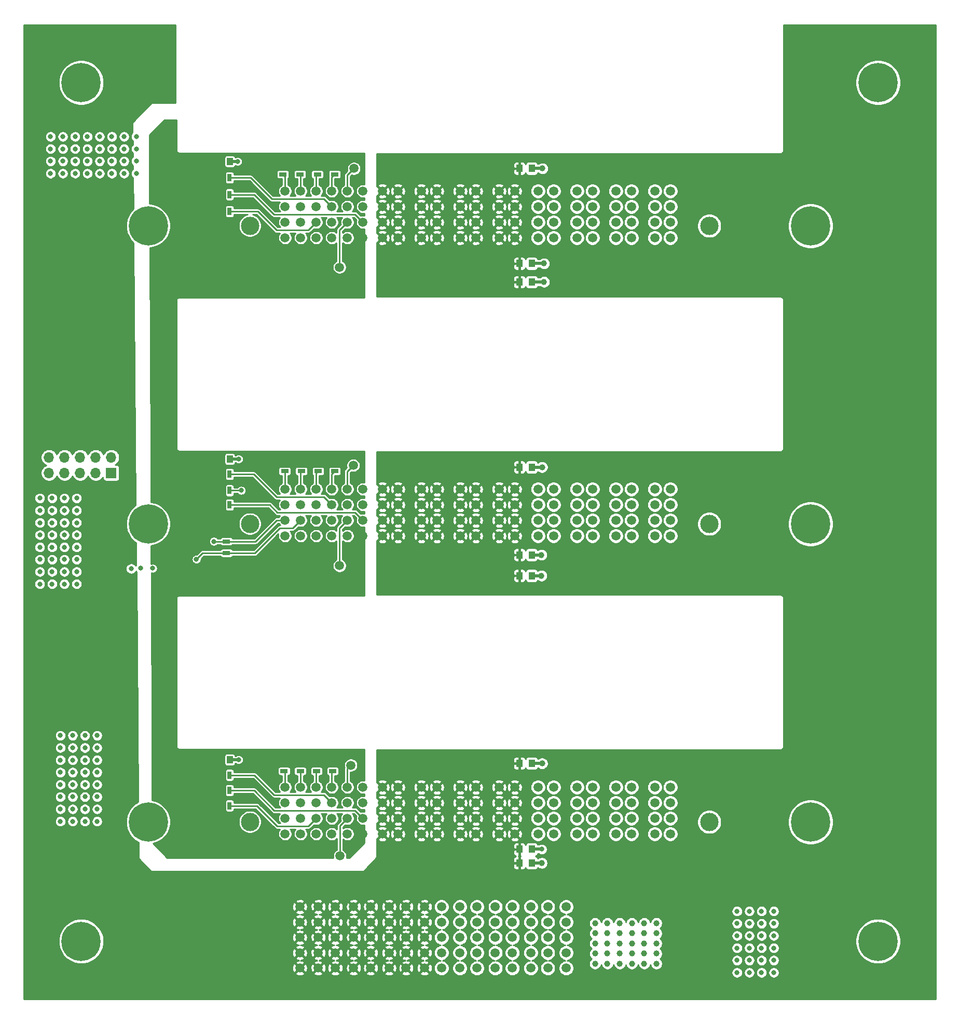
<source format=gbr>
%TF.GenerationSoftware,KiCad,Pcbnew,(5.1.5)-3*%
%TF.CreationDate,2021-10-03T16:15:59+02:00*%
%TF.ProjectId,Backplane PSU,4261636b-706c-4616-9e65-205053552e6b,rev?*%
%TF.SameCoordinates,PX68e7780PYb532b80*%
%TF.FileFunction,Copper,L4,Bot*%
%TF.FilePolarity,Positive*%
%FSLAX46Y46*%
G04 Gerber Fmt 4.6, Leading zero omitted, Abs format (unit mm)*
G04 Created by KiCad (PCBNEW (5.1.5)-3) date 2021-10-03 16:15:59*
%MOMM*%
%LPD*%
G04 APERTURE LIST*
%TA.AperFunction,SMDPad,CuDef*%
%ADD10R,1.000000X1.250000*%
%TD*%
%TA.AperFunction,SMDPad,CuDef*%
%ADD11R,0.700000X1.300000*%
%TD*%
%TA.AperFunction,SMDPad,CuDef*%
%ADD12R,1.300000X0.700000*%
%TD*%
%TA.AperFunction,BGAPad,CuDef*%
%ADD13C,1.500000*%
%TD*%
%TA.AperFunction,ComponentPad*%
%ADD14C,1.000000*%
%TD*%
%TA.AperFunction,ComponentPad*%
%ADD15C,1.500000*%
%TD*%
%TA.AperFunction,ComponentPad*%
%ADD16C,6.400000*%
%TD*%
%TA.AperFunction,ComponentPad*%
%ADD17O,1.700000X1.700000*%
%TD*%
%TA.AperFunction,ComponentPad*%
%ADD18R,1.700000X1.700000*%
%TD*%
%TA.AperFunction,WasherPad*%
%ADD19C,3.000000*%
%TD*%
%TA.AperFunction,ViaPad*%
%ADD20C,0.800000*%
%TD*%
%TA.AperFunction,ViaPad*%
%ADD21C,1.000000*%
%TD*%
%TA.AperFunction,Conductor*%
%ADD22C,0.500000*%
%TD*%
%TA.AperFunction,Conductor*%
%ADD23C,0.250000*%
%TD*%
%TA.AperFunction,Conductor*%
%ADD24C,0.254000*%
%TD*%
G04 APERTURE END LIST*
D10*
%TO.P,C1,2*%
%TO.N,GND*%
X24250000Y78625000D03*
%TO.P,C1,1*%
%TO.N,+3V3*%
X22250000Y78625000D03*
%TD*%
%TO.P,C2,2*%
%TO.N,GND*%
X24250000Y127150000D03*
%TO.P,C2,1*%
%TO.N,+3V3*%
X22250000Y127150000D03*
%TD*%
%TO.P,C5,1*%
%TO.N,+3V3*%
X22250000Y29600000D03*
%TO.P,C5,2*%
%TO.N,GND*%
X24250000Y29600000D03*
%TD*%
D11*
%TO.P,R1,2*%
%TO.N,Net-(J1-PadB1)*%
X24200000Y71150000D03*
%TO.P,R1,1*%
%TO.N,+3V3*%
X22300000Y71150000D03*
%TD*%
%TO.P,R2,1*%
%TO.N,+3V3*%
X22300000Y121750000D03*
%TO.P,R2,2*%
%TO.N,Net-(J2-PadB1)*%
X24200000Y121750000D03*
%TD*%
D12*
%TO.P,R3,2*%
%TO.N,Net-(J1-PadD6)*%
X33200000Y76650000D03*
%TO.P,R3,1*%
%TO.N,+3V3*%
X33200000Y78550000D03*
%TD*%
%TO.P,R4,2*%
%TO.N,Net-(J2-PadD6)*%
X32900000Y125050000D03*
%TO.P,R4,1*%
%TO.N,+3V3*%
X32900000Y126950000D03*
%TD*%
D11*
%TO.P,R5,2*%
%TO.N,Net-(J1-PadB4)*%
X24200000Y73500000D03*
%TO.P,R5,1*%
%TO.N,+3V3*%
X22300000Y73500000D03*
%TD*%
%TO.P,R6,1*%
%TO.N,+3V3*%
X22300000Y119000000D03*
%TO.P,R6,2*%
%TO.N,Net-(J2-PadB4)*%
X24200000Y119000000D03*
%TD*%
%TO.P,R7,1*%
%TO.N,+3V3*%
X22300000Y76150000D03*
%TO.P,R7,2*%
%TO.N,Net-(J1-PadC3)*%
X24200000Y76150000D03*
%TD*%
%TO.P,R8,2*%
%TO.N,Net-(J2-PadC3)*%
X24200000Y124500000D03*
%TO.P,R8,1*%
%TO.N,+3V3*%
X22300000Y124500000D03*
%TD*%
D12*
%TO.P,R9,1*%
%TO.N,+3V3*%
X35916250Y78550000D03*
%TO.P,R9,2*%
%TO.N,Net-(J1-PadD5)*%
X35916250Y76650000D03*
%TD*%
%TO.P,R10,1*%
%TO.N,+3V3*%
X35716250Y126950000D03*
%TO.P,R10,2*%
%TO.N,Net-(J2-PadD5)*%
X35716250Y125050000D03*
%TD*%
%TO.P,R11,2*%
%TO.N,Net-(J1-PadD4)*%
X38632500Y76650000D03*
%TO.P,R11,1*%
%TO.N,+3V3*%
X38632500Y78550000D03*
%TD*%
%TO.P,R12,2*%
%TO.N,Net-(J2-PadD4)*%
X38532500Y125050000D03*
%TO.P,R12,1*%
%TO.N,+3V3*%
X38532500Y126950000D03*
%TD*%
%TO.P,R13,1*%
%TO.N,+3V3*%
X41348750Y78550000D03*
%TO.P,R13,2*%
%TO.N,Net-(J1-PadD3)*%
X41348750Y76650000D03*
%TD*%
%TO.P,R14,1*%
%TO.N,+3V3*%
X41348750Y126950000D03*
%TO.P,R14,2*%
%TO.N,Net-(J2-PadD3)*%
X41348750Y125050000D03*
%TD*%
%TO.P,R15,2*%
%TO.N,/SDA*%
X23700000Y63300000D03*
%TO.P,R15,1*%
%TO.N,+3V3*%
X23700000Y61400000D03*
%TD*%
%TO.P,R16,1*%
%TO.N,+3V3*%
X23700000Y67100000D03*
%TO.P,R16,2*%
%TO.N,/SCL*%
X23700000Y65200000D03*
%TD*%
D11*
%TO.P,R17,2*%
%TO.N,Net-(J4-PadB1)*%
X24200000Y24600000D03*
%TO.P,R17,1*%
%TO.N,+3V3*%
X22300000Y24600000D03*
%TD*%
D12*
%TO.P,R18,1*%
%TO.N,+3V3*%
X33100000Y29650000D03*
%TO.P,R18,2*%
%TO.N,Net-(J4-PadD6)*%
X33100000Y27750000D03*
%TD*%
D11*
%TO.P,R19,2*%
%TO.N,Net-(J4-PadB4)*%
X24200000Y22100000D03*
%TO.P,R19,1*%
%TO.N,+3V3*%
X22300000Y22100000D03*
%TD*%
%TO.P,R20,1*%
%TO.N,+3V3*%
X22300000Y27100000D03*
%TO.P,R20,2*%
%TO.N,Net-(J4-PadC3)*%
X24200000Y27100000D03*
%TD*%
D12*
%TO.P,R21,2*%
%TO.N,Net-(J4-PadD5)*%
X35741250Y27750000D03*
%TO.P,R21,1*%
%TO.N,+3V3*%
X35741250Y29650000D03*
%TD*%
%TO.P,R22,1*%
%TO.N,+3V3*%
X38382500Y29650000D03*
%TO.P,R22,2*%
%TO.N,Net-(J4-PadD4)*%
X38382500Y27750000D03*
%TD*%
%TO.P,R23,2*%
%TO.N,Net-(J4-PadD3)*%
X41023750Y27750000D03*
%TO.P,R23,1*%
%TO.N,+3V3*%
X41023750Y29650000D03*
%TD*%
D13*
%TO.P,TP1,1*%
%TO.N,Net-(J1-PadB2)*%
X42150000Y61250000D03*
%TD*%
%TO.P,TP2,1*%
%TO.N,Net-(J1-PadD2)*%
X44400000Y77600000D03*
%TD*%
%TO.P,TP3,1*%
%TO.N,Net-(J2-PadB2)*%
X42150000Y109900000D03*
%TD*%
%TO.P,TP4,1*%
%TO.N,Net-(J2-PadD2)*%
X44500000Y126000000D03*
%TD*%
%TO.P,TP5,1*%
%TO.N,Net-(J4-PadB2)*%
X42200000Y13900000D03*
%TD*%
%TO.P,TP6,1*%
%TO.N,Net-(J4-PadD2)*%
X44000000Y28700000D03*
%TD*%
D14*
%TO.P,J3,A1*%
%TO.N,Net-(J3-PadA1)*%
X83855000Y-3665000D03*
%TO.P,J3,B1*%
%TO.N,Net-(J3-PadB1)*%
X83855000Y-2015000D03*
%TO.P,J3,C1*%
%TO.N,Net-(J3-PadC1)*%
X83855000Y-365000D03*
%TO.P,J3,D1*%
%TO.N,Net-(J3-PadD1)*%
X83855000Y1285000D03*
%TO.P,J3,E1*%
%TO.N,Net-(J3-PadE1)*%
X83855000Y2935000D03*
%TO.P,J3,A2*%
%TO.N,Net-(J3-PadA2)*%
X85855000Y-3665000D03*
%TO.P,J3,B2*%
%TO.N,Net-(J3-PadB2)*%
X85855000Y-2015000D03*
%TO.P,J3,C2*%
%TO.N,Net-(J3-PadC2)*%
X85855000Y-365000D03*
%TO.P,J3,D2*%
%TO.N,Net-(J3-PadD2)*%
X85855000Y1285000D03*
%TO.P,J3,E2*%
%TO.N,Net-(J3-PadE2)*%
X85855000Y2935000D03*
%TO.P,J3,A3*%
%TO.N,Net-(J3-PadA3)*%
X87855000Y-3665000D03*
%TO.P,J3,B3*%
%TO.N,Net-(J3-PadB3)*%
X87855000Y-2015000D03*
%TO.P,J3,C3*%
%TO.N,Net-(J3-PadC3)*%
X87855000Y-365000D03*
%TO.P,J3,D3*%
%TO.N,Net-(J3-PadD3)*%
X87855000Y1285000D03*
%TO.P,J3,E3*%
%TO.N,Net-(J3-PadE3)*%
X87855000Y2935000D03*
%TO.P,J3,A4*%
%TO.N,Net-(J3-PadA4)*%
X89855000Y-3665000D03*
%TO.P,J3,B4*%
%TO.N,Net-(J3-PadB4)*%
X89855000Y-2015000D03*
%TO.P,J3,C4*%
%TO.N,Net-(J3-PadC4)*%
X89855000Y-365000D03*
%TO.P,J3,D4*%
%TO.N,Net-(J3-PadD4)*%
X89855000Y1285000D03*
%TO.P,J3,E4*%
%TO.N,Net-(J3-PadE4)*%
X89855000Y2935000D03*
%TO.P,J3,A5*%
%TO.N,Net-(J3-PadA5)*%
X91855000Y-3665000D03*
%TO.P,J3,B5*%
%TO.N,Net-(J3-PadB5)*%
X91855000Y-2015000D03*
%TO.P,J3,C5*%
%TO.N,Net-(J3-PadC5)*%
X91855000Y-365000D03*
%TO.P,J3,D5*%
%TO.N,Net-(J3-PadD5)*%
X91855000Y1285000D03*
%TO.P,J3,E5*%
%TO.N,Net-(J3-PadE5)*%
X91855000Y2935000D03*
%TO.P,J3,A6*%
%TO.N,Net-(J3-PadA6)*%
X93855000Y-3665000D03*
%TO.P,J3,B6*%
%TO.N,Net-(J3-PadB6)*%
X93855000Y-2015000D03*
%TO.P,J3,C6*%
%TO.N,Net-(J3-PadC6)*%
X93855000Y-365000D03*
%TO.P,J3,D6*%
%TO.N,Net-(J3-PadD6)*%
X93855000Y1285000D03*
%TO.P,J3,E6*%
%TO.N,Net-(J3-PadE6)*%
X93855000Y2935000D03*
D15*
%TO.P,J3,P1*%
%TO.N,+12V*%
X35665000Y-4375000D03*
X35665000Y-1875000D03*
X35665000Y625000D03*
X35665000Y3125000D03*
X35665000Y5625000D03*
X38665000Y-4375000D03*
X38665000Y-1875000D03*
X38665000Y625000D03*
X38665000Y3125000D03*
X38665000Y5625000D03*
%TO.P,J3,P2*%
X41445000Y-4375000D03*
%TO.P,J3,P3*%
X47225000Y-4375000D03*
%TO.P,J3,P4*%
X53005000Y-4375000D03*
%TO.P,J3,P5*%
%TO.N,GND*%
X58785000Y-4375000D03*
%TO.P,J3,P6*%
X64565000Y-4375000D03*
%TO.P,J3,P7*%
X70345000Y-4375000D03*
%TO.P,J3,P8*%
X76125000Y-4375000D03*
%TO.P,J3,P2*%
%TO.N,+12V*%
X44445000Y5625000D03*
%TO.P,J3,P3*%
X50225000Y5625000D03*
%TO.P,J3,P4*%
X56005000Y5625000D03*
%TO.P,J3,P5*%
%TO.N,GND*%
X61785000Y5625000D03*
%TO.P,J3,P6*%
X67565000Y5625000D03*
%TO.P,J3,P7*%
X73345000Y5625000D03*
%TO.P,J3,P8*%
X79125000Y5625000D03*
%TO.P,J3,P2*%
%TO.N,+12V*%
X44445000Y-1875000D03*
%TO.P,J3,P3*%
X50225000Y-1875000D03*
%TO.P,J3,P4*%
X56005000Y-1875000D03*
%TO.P,J3,P5*%
%TO.N,GND*%
X61785000Y-1875000D03*
%TO.P,J3,P6*%
X67565000Y-1875000D03*
%TO.P,J3,P7*%
X73345000Y-1875000D03*
%TO.P,J3,P8*%
X79125000Y-1875000D03*
%TO.P,J3,P2*%
%TO.N,+12V*%
X41445000Y3125000D03*
%TO.P,J3,P3*%
X47225000Y3125000D03*
%TO.P,J3,P4*%
X53005000Y3125000D03*
%TO.P,J3,P5*%
%TO.N,GND*%
X58785000Y3125000D03*
%TO.P,J3,P6*%
X64565000Y3125000D03*
%TO.P,J3,P7*%
X70345000Y3125000D03*
%TO.P,J3,P8*%
X76125000Y3125000D03*
%TO.P,J3,P2*%
%TO.N,+12V*%
X41445000Y625000D03*
%TO.P,J3,P3*%
X47225000Y625000D03*
%TO.P,J3,P4*%
X53005000Y625000D03*
%TO.P,J3,P5*%
%TO.N,GND*%
X58785000Y625000D03*
%TO.P,J3,P6*%
X64565000Y625000D03*
%TO.P,J3,P7*%
X70345000Y625000D03*
%TO.P,J3,P8*%
X76125000Y625000D03*
%TO.P,J3,P2*%
%TO.N,+12V*%
X41445000Y5625000D03*
%TO.P,J3,P3*%
X47225000Y5625000D03*
%TO.P,J3,P4*%
X53005000Y5625000D03*
%TO.P,J3,P5*%
%TO.N,GND*%
X58785000Y5625000D03*
%TO.P,J3,P6*%
X64565000Y5625000D03*
%TO.P,J3,P7*%
X70345000Y5625000D03*
%TO.P,J3,P8*%
X76125000Y5625000D03*
%TO.P,J3,P2*%
%TO.N,+12V*%
X44445000Y625000D03*
%TO.P,J3,P3*%
X50225000Y625000D03*
%TO.P,J3,P4*%
X56005000Y625000D03*
%TO.P,J3,P5*%
%TO.N,GND*%
X61785000Y625000D03*
%TO.P,J3,P6*%
X67565000Y625000D03*
%TO.P,J3,P7*%
X73345000Y625000D03*
%TO.P,J3,P8*%
X79125000Y625000D03*
%TO.P,J3,P2*%
%TO.N,+12V*%
X44445000Y-4375000D03*
%TO.P,J3,P3*%
X50225000Y-4375000D03*
%TO.P,J3,P4*%
X56005000Y-4375000D03*
%TO.P,J3,P5*%
%TO.N,GND*%
X61785000Y-4375000D03*
%TO.P,J3,P6*%
X67565000Y-4375000D03*
%TO.P,J3,P7*%
X73345000Y-4375000D03*
%TO.P,J3,P8*%
X79125000Y-4375000D03*
%TO.P,J3,P2*%
%TO.N,+12V*%
X44445000Y3125000D03*
%TO.P,J3,P3*%
X50225000Y3125000D03*
%TO.P,J3,P4*%
X56005000Y3125000D03*
%TO.P,J3,P5*%
%TO.N,GND*%
X61785000Y3125000D03*
%TO.P,J3,P6*%
X67565000Y3125000D03*
%TO.P,J3,P7*%
X73345000Y3125000D03*
%TO.P,J3,P8*%
X79125000Y3125000D03*
%TO.P,J3,P2*%
%TO.N,+12V*%
X41445000Y-1875000D03*
%TO.P,J3,P3*%
X47225000Y-1875000D03*
%TO.P,J3,P4*%
X53005000Y-1875000D03*
%TO.P,J3,P5*%
%TO.N,GND*%
X58785000Y-1875000D03*
%TO.P,J3,P6*%
X64565000Y-1875000D03*
%TO.P,J3,P7*%
X70345000Y-1875000D03*
%TO.P,J3,P8*%
X76125000Y-1875000D03*
%TD*%
D16*
%TO.P,H1,1*%
%TO.N,GND*%
X0Y140000000D03*
%TD*%
%TO.P,H2,1*%
%TO.N,GND*%
X11000000Y116660000D03*
%TD*%
%TO.P,H3,1*%
%TO.N,GND*%
X11000000Y68060000D03*
%TD*%
%TO.P,H4,1*%
%TO.N,GND*%
X11000000Y19460000D03*
%TD*%
%TO.P,H5,1*%
%TO.N,GND*%
X0Y0D03*
%TD*%
%TO.P,H6,1*%
%TO.N,GND*%
X130000000Y0D03*
%TD*%
%TO.P,H7,1*%
%TO.N,GND*%
X119000000Y19460000D03*
%TD*%
%TO.P,H8,1*%
%TO.N,GND*%
X119000000Y68060000D03*
%TD*%
%TO.P,H9,1*%
%TO.N,GND*%
X119000000Y116660000D03*
%TD*%
%TO.P,H10,1*%
%TO.N,GND*%
X130000000Y140000000D03*
%TD*%
D17*
%TO.P,J5,10*%
%TO.N,Net-(J5-Pad10)*%
X-5260000Y78890000D03*
%TO.P,J5,9*%
%TO.N,Net-(J5-Pad9)*%
X-5260000Y76350000D03*
%TO.P,J5,8*%
%TO.N,Net-(J5-Pad8)*%
X-2720000Y78890000D03*
%TO.P,J5,7*%
%TO.N,Net-(J5-Pad7)*%
X-2720000Y76350000D03*
%TO.P,J5,6*%
%TO.N,Net-(J5-Pad6)*%
X-180000Y78890000D03*
%TO.P,J5,5*%
%TO.N,Net-(J5-Pad5)*%
X-180000Y76350000D03*
%TO.P,J5,4*%
%TO.N,Net-(J5-Pad4)*%
X2360000Y78890000D03*
%TO.P,J5,3*%
%TO.N,/SDA*%
X2360000Y76350000D03*
%TO.P,J5,2*%
%TO.N,GND*%
X4900000Y78890000D03*
D18*
%TO.P,J5,1*%
%TO.N,/SCL*%
X4900000Y76350000D03*
%TD*%
D10*
%TO.P,C3,2*%
%TO.N,GND*%
X73500000Y77300000D03*
%TO.P,C3,1*%
%TO.N,+12V*%
X71500000Y77300000D03*
%TD*%
%TO.P,C4,2*%
%TO.N,GND*%
X73500000Y126000000D03*
%TO.P,C4,1*%
%TO.N,+12V*%
X71500000Y126000000D03*
%TD*%
%TO.P,C6,1*%
%TO.N,+12V*%
X71500000Y63000000D03*
%TO.P,C6,2*%
%TO.N,GND*%
X73500000Y63000000D03*
%TD*%
%TO.P,C7,1*%
%TO.N,+12V*%
X71500000Y107500000D03*
%TO.P,C7,2*%
%TO.N,GND*%
X73500000Y107500000D03*
%TD*%
%TO.P,C8,2*%
%TO.N,GND*%
X73500000Y59600000D03*
%TO.P,C8,1*%
%TO.N,+12V*%
X71500000Y59600000D03*
%TD*%
%TO.P,C9,1*%
%TO.N,+12V*%
X71500000Y110500000D03*
%TO.P,C9,2*%
%TO.N,GND*%
X73500000Y110500000D03*
%TD*%
%TO.P,C10,2*%
%TO.N,GND*%
X73500000Y29000000D03*
%TO.P,C10,1*%
%TO.N,+12V*%
X71500000Y29000000D03*
%TD*%
%TO.P,C11,2*%
%TO.N,GND*%
X73500000Y12750000D03*
%TO.P,C11,1*%
%TO.N,+12V*%
X71500000Y12750000D03*
%TD*%
%TO.P,C12,1*%
%TO.N,+12V*%
X71500000Y15000000D03*
%TO.P,C12,2*%
%TO.N,GND*%
X73500000Y15000000D03*
%TD*%
D19*
%TO.P,J4,*%
%TO.N,*%
X102470000Y19460000D03*
X27540000Y19460000D03*
D15*
%TO.P,J4,P1*%
%TO.N,GND*%
X96120000Y17500000D03*
X93580000Y17500000D03*
X96120000Y20040000D03*
X93580000Y20040000D03*
X96120000Y22580000D03*
X93580000Y22580000D03*
X96120000Y25120000D03*
X93580000Y25120000D03*
%TO.P,J4,P2*%
X87230000Y22580000D03*
%TO.P,J4,P3*%
X80880000Y22580000D03*
%TO.P,J4,P4*%
X74530000Y22580000D03*
%TO.P,J4,P5*%
%TO.N,+12V*%
X68180000Y22580000D03*
%TO.P,J4,P6*%
X61830000Y22580000D03*
%TO.P,J4,P7*%
X55480000Y22580000D03*
%TO.P,J4,P8*%
X49130000Y22580000D03*
%TO.P,J4,P2*%
%TO.N,GND*%
X89770000Y22580000D03*
%TO.P,J4,P3*%
X83420000Y22580000D03*
%TO.P,J4,P4*%
X77070000Y22580000D03*
%TO.P,J4,P5*%
%TO.N,+12V*%
X70720000Y22580000D03*
%TO.P,J4,P6*%
X64370000Y22580000D03*
%TO.P,J4,P7*%
X58020000Y22580000D03*
%TO.P,J4,P8*%
X51670000Y22580000D03*
%TO.P,J4,P2*%
%TO.N,GND*%
X89770000Y17500000D03*
%TO.P,J4,P3*%
X83420000Y17500000D03*
%TO.P,J4,P4*%
X77070000Y17500000D03*
%TO.P,J4,P5*%
%TO.N,+12V*%
X70720000Y17500000D03*
%TO.P,J4,P6*%
X64370000Y17500000D03*
%TO.P,J4,P7*%
X58020000Y17500000D03*
%TO.P,J4,P8*%
X51670000Y17500000D03*
%TO.P,J4,P2*%
%TO.N,GND*%
X89770000Y20040000D03*
%TO.P,J4,P3*%
X83420000Y20040000D03*
%TO.P,J4,P4*%
X77070000Y20040000D03*
%TO.P,J4,P5*%
%TO.N,+12V*%
X70720000Y20040000D03*
%TO.P,J4,P6*%
X64370000Y20040000D03*
%TO.P,J4,P7*%
X58020000Y20040000D03*
%TO.P,J4,P8*%
X51670000Y20040000D03*
%TO.P,J4,P2*%
%TO.N,GND*%
X87230000Y25120000D03*
%TO.P,J4,P3*%
X80880000Y25120000D03*
%TO.P,J4,P4*%
X74530000Y25120000D03*
%TO.P,J4,P5*%
%TO.N,+12V*%
X68180000Y25120000D03*
%TO.P,J4,P6*%
X61830000Y25120000D03*
%TO.P,J4,P7*%
X55480000Y25120000D03*
%TO.P,J4,P8*%
X49130000Y25120000D03*
%TO.P,J4,P2*%
%TO.N,GND*%
X89770000Y25120000D03*
%TO.P,J4,P3*%
X83420000Y25120000D03*
%TO.P,J4,P4*%
X77070000Y25120000D03*
%TO.P,J4,P5*%
%TO.N,+12V*%
X70720000Y25120000D03*
%TO.P,J4,P6*%
X64370000Y25120000D03*
%TO.P,J4,P7*%
X58020000Y25120000D03*
%TO.P,J4,P8*%
X51670000Y25120000D03*
%TO.P,J4,P2*%
%TO.N,GND*%
X87230000Y20040000D03*
%TO.P,J4,P3*%
X80880000Y20040000D03*
%TO.P,J4,P4*%
X74530000Y20040000D03*
%TO.P,J4,P5*%
%TO.N,+12V*%
X68180000Y20040000D03*
%TO.P,J4,P6*%
X61830000Y20040000D03*
%TO.P,J4,P7*%
X55480000Y20040000D03*
%TO.P,J4,P8*%
X49130000Y20040000D03*
%TO.P,J4,P2*%
%TO.N,GND*%
X87230000Y17500000D03*
%TO.P,J4,P3*%
X80880000Y17500000D03*
%TO.P,J4,P4*%
X74530000Y17500000D03*
%TO.P,J4,P5*%
%TO.N,+12V*%
X68180000Y17500000D03*
%TO.P,J4,P6*%
X61830000Y17500000D03*
%TO.P,J4,P7*%
X55480000Y17500000D03*
%TO.P,J4,P8*%
X49130000Y17500000D03*
%TO.P,J4,A1*%
%TO.N,+3V3*%
X45960000Y17500000D03*
%TO.P,J4,B1*%
%TO.N,Net-(J4-PadB1)*%
X45960000Y20040000D03*
%TO.P,J4,C1*%
%TO.N,/ISHARE*%
X45960000Y22580000D03*
%TO.P,J4,D1*%
%TO.N,Net-(J4-PadD1)*%
X45960000Y25120000D03*
%TO.P,J4,A2*%
%TO.N,GND*%
X43420000Y17500000D03*
%TO.P,J4,B2*%
%TO.N,Net-(J4-PadB2)*%
X43420000Y20040000D03*
%TO.P,J4,C2*%
%TO.N,Net-(J4-PadC2)*%
X43420000Y22580000D03*
%TO.P,J4,D2*%
%TO.N,Net-(J4-PadD2)*%
X43420000Y25120000D03*
%TO.P,J4,A3*%
%TO.N,GND*%
X40880000Y17500000D03*
%TO.P,J4,B3*%
X40880000Y20040000D03*
%TO.P,J4,C3*%
%TO.N,Net-(J4-PadC3)*%
X40880000Y22580000D03*
%TO.P,J4,D3*%
%TO.N,Net-(J4-PadD3)*%
X40880000Y25120000D03*
%TO.P,J4,A4*%
%TO.N,Net-(J4-PadA4)*%
X38340000Y17500000D03*
%TO.P,J4,B4*%
%TO.N,Net-(J4-PadB4)*%
X38340000Y20040000D03*
%TO.P,J4,C4*%
%TO.N,GND*%
X38340000Y22580000D03*
%TO.P,J4,D4*%
%TO.N,Net-(J4-PadD4)*%
X38340000Y25120000D03*
%TO.P,J4,A5*%
%TO.N,+12V*%
X35800000Y17500000D03*
%TO.P,J4,B5*%
%TO.N,/SDA*%
X35800000Y20040000D03*
%TO.P,J4,C5*%
%TO.N,Net-(J4-PadC5)*%
X35800000Y22580000D03*
%TO.P,J4,D5*%
%TO.N,Net-(J4-PadD5)*%
X35800000Y25120000D03*
%TO.P,J4,A6*%
%TO.N,GND*%
X33260000Y17500000D03*
%TO.P,J4,B6*%
%TO.N,/SCL*%
X33260000Y20040000D03*
%TO.P,J4,C6*%
%TO.N,Net-(J4-PadC6)*%
X33260000Y22580000D03*
%TO.P,J4,D6*%
%TO.N,Net-(J4-PadD6)*%
X33260000Y25120000D03*
%TD*%
D19*
%TO.P,J1,*%
%TO.N,*%
X102470000Y68060000D03*
X27540000Y68060000D03*
D15*
%TO.P,J1,P1*%
%TO.N,GND*%
X96120000Y66100000D03*
X93580000Y66100000D03*
X96120000Y68640000D03*
X93580000Y68640000D03*
X96120000Y71180000D03*
X93580000Y71180000D03*
X96120000Y73720000D03*
X93580000Y73720000D03*
%TO.P,J1,P2*%
X87230000Y71180000D03*
%TO.P,J1,P3*%
X80880000Y71180000D03*
%TO.P,J1,P4*%
X74530000Y71180000D03*
%TO.P,J1,P5*%
%TO.N,+12V*%
X68180000Y71180000D03*
%TO.P,J1,P6*%
X61830000Y71180000D03*
%TO.P,J1,P7*%
X55480000Y71180000D03*
%TO.P,J1,P8*%
X49130000Y71180000D03*
%TO.P,J1,P2*%
%TO.N,GND*%
X89770000Y71180000D03*
%TO.P,J1,P3*%
X83420000Y71180000D03*
%TO.P,J1,P4*%
X77070000Y71180000D03*
%TO.P,J1,P5*%
%TO.N,+12V*%
X70720000Y71180000D03*
%TO.P,J1,P6*%
X64370000Y71180000D03*
%TO.P,J1,P7*%
X58020000Y71180000D03*
%TO.P,J1,P8*%
X51670000Y71180000D03*
%TO.P,J1,P2*%
%TO.N,GND*%
X89770000Y66100000D03*
%TO.P,J1,P3*%
X83420000Y66100000D03*
%TO.P,J1,P4*%
X77070000Y66100000D03*
%TO.P,J1,P5*%
%TO.N,+12V*%
X70720000Y66100000D03*
%TO.P,J1,P6*%
X64370000Y66100000D03*
%TO.P,J1,P7*%
X58020000Y66100000D03*
%TO.P,J1,P8*%
X51670000Y66100000D03*
%TO.P,J1,P2*%
%TO.N,GND*%
X89770000Y68640000D03*
%TO.P,J1,P3*%
X83420000Y68640000D03*
%TO.P,J1,P4*%
X77070000Y68640000D03*
%TO.P,J1,P5*%
%TO.N,+12V*%
X70720000Y68640000D03*
%TO.P,J1,P6*%
X64370000Y68640000D03*
%TO.P,J1,P7*%
X58020000Y68640000D03*
%TO.P,J1,P8*%
X51670000Y68640000D03*
%TO.P,J1,P2*%
%TO.N,GND*%
X87230000Y73720000D03*
%TO.P,J1,P3*%
X80880000Y73720000D03*
%TO.P,J1,P4*%
X74530000Y73720000D03*
%TO.P,J1,P5*%
%TO.N,+12V*%
X68180000Y73720000D03*
%TO.P,J1,P6*%
X61830000Y73720000D03*
%TO.P,J1,P7*%
X55480000Y73720000D03*
%TO.P,J1,P8*%
X49130000Y73720000D03*
%TO.P,J1,P2*%
%TO.N,GND*%
X89770000Y73720000D03*
%TO.P,J1,P3*%
X83420000Y73720000D03*
%TO.P,J1,P4*%
X77070000Y73720000D03*
%TO.P,J1,P5*%
%TO.N,+12V*%
X70720000Y73720000D03*
%TO.P,J1,P6*%
X64370000Y73720000D03*
%TO.P,J1,P7*%
X58020000Y73720000D03*
%TO.P,J1,P8*%
X51670000Y73720000D03*
%TO.P,J1,P2*%
%TO.N,GND*%
X87230000Y68640000D03*
%TO.P,J1,P3*%
X80880000Y68640000D03*
%TO.P,J1,P4*%
X74530000Y68640000D03*
%TO.P,J1,P5*%
%TO.N,+12V*%
X68180000Y68640000D03*
%TO.P,J1,P6*%
X61830000Y68640000D03*
%TO.P,J1,P7*%
X55480000Y68640000D03*
%TO.P,J1,P8*%
X49130000Y68640000D03*
%TO.P,J1,P2*%
%TO.N,GND*%
X87230000Y66100000D03*
%TO.P,J1,P3*%
X80880000Y66100000D03*
%TO.P,J1,P4*%
X74530000Y66100000D03*
%TO.P,J1,P5*%
%TO.N,+12V*%
X68180000Y66100000D03*
%TO.P,J1,P6*%
X61830000Y66100000D03*
%TO.P,J1,P7*%
X55480000Y66100000D03*
%TO.P,J1,P8*%
X49130000Y66100000D03*
%TO.P,J1,A1*%
%TO.N,+3V3*%
X45960000Y66100000D03*
%TO.P,J1,B1*%
%TO.N,Net-(J1-PadB1)*%
X45960000Y68640000D03*
%TO.P,J1,C1*%
%TO.N,/ISHARE*%
X45960000Y71180000D03*
%TO.P,J1,D1*%
%TO.N,Net-(J1-PadD1)*%
X45960000Y73720000D03*
%TO.P,J1,A2*%
%TO.N,GND*%
X43420000Y66100000D03*
%TO.P,J1,B2*%
%TO.N,Net-(J1-PadB2)*%
X43420000Y68640000D03*
%TO.P,J1,C2*%
%TO.N,Net-(J1-PadC2)*%
X43420000Y71180000D03*
%TO.P,J1,D2*%
%TO.N,Net-(J1-PadD2)*%
X43420000Y73720000D03*
%TO.P,J1,A3*%
%TO.N,GND*%
X40880000Y66100000D03*
%TO.P,J1,B3*%
X40880000Y68640000D03*
%TO.P,J1,C3*%
%TO.N,Net-(J1-PadC3)*%
X40880000Y71180000D03*
%TO.P,J1,D3*%
%TO.N,Net-(J1-PadD3)*%
X40880000Y73720000D03*
%TO.P,J1,A4*%
%TO.N,Net-(J1-PadA4)*%
X38340000Y66100000D03*
%TO.P,J1,B4*%
%TO.N,Net-(J1-PadB4)*%
X38340000Y68640000D03*
%TO.P,J1,C4*%
%TO.N,Net-(J1-PadC4)*%
X38340000Y71180000D03*
%TO.P,J1,D4*%
%TO.N,Net-(J1-PadD4)*%
X38340000Y73720000D03*
%TO.P,J1,A5*%
%TO.N,+12V*%
X35800000Y66100000D03*
%TO.P,J1,B5*%
%TO.N,/SDA*%
X35800000Y68640000D03*
%TO.P,J1,C5*%
%TO.N,Net-(J1-PadC5)*%
X35800000Y71180000D03*
%TO.P,J1,D5*%
%TO.N,Net-(J1-PadD5)*%
X35800000Y73720000D03*
%TO.P,J1,A6*%
%TO.N,GND*%
X33260000Y66100000D03*
%TO.P,J1,B6*%
%TO.N,/SCL*%
X33260000Y68640000D03*
%TO.P,J1,C6*%
%TO.N,Net-(J1-PadC6)*%
X33260000Y71180000D03*
%TO.P,J1,D6*%
%TO.N,Net-(J1-PadD6)*%
X33260000Y73720000D03*
%TD*%
D19*
%TO.P,J2,*%
%TO.N,*%
X102470000Y116660000D03*
X27540000Y116660000D03*
D15*
%TO.P,J2,P1*%
%TO.N,GND*%
X96120000Y114700000D03*
X93580000Y114700000D03*
X96120000Y117240000D03*
X93580000Y117240000D03*
X96120000Y119780000D03*
X93580000Y119780000D03*
X96120000Y122320000D03*
X93580000Y122320000D03*
%TO.P,J2,P2*%
X87230000Y119780000D03*
%TO.P,J2,P3*%
X80880000Y119780000D03*
%TO.P,J2,P4*%
X74530000Y119780000D03*
%TO.P,J2,P5*%
%TO.N,+12V*%
X68180000Y119780000D03*
%TO.P,J2,P6*%
X61830000Y119780000D03*
%TO.P,J2,P7*%
X55480000Y119780000D03*
%TO.P,J2,P8*%
X49130000Y119780000D03*
%TO.P,J2,P2*%
%TO.N,GND*%
X89770000Y119780000D03*
%TO.P,J2,P3*%
X83420000Y119780000D03*
%TO.P,J2,P4*%
X77070000Y119780000D03*
%TO.P,J2,P5*%
%TO.N,+12V*%
X70720000Y119780000D03*
%TO.P,J2,P6*%
X64370000Y119780000D03*
%TO.P,J2,P7*%
X58020000Y119780000D03*
%TO.P,J2,P8*%
X51670000Y119780000D03*
%TO.P,J2,P2*%
%TO.N,GND*%
X89770000Y114700000D03*
%TO.P,J2,P3*%
X83420000Y114700000D03*
%TO.P,J2,P4*%
X77070000Y114700000D03*
%TO.P,J2,P5*%
%TO.N,+12V*%
X70720000Y114700000D03*
%TO.P,J2,P6*%
X64370000Y114700000D03*
%TO.P,J2,P7*%
X58020000Y114700000D03*
%TO.P,J2,P8*%
X51670000Y114700000D03*
%TO.P,J2,P2*%
%TO.N,GND*%
X89770000Y117240000D03*
%TO.P,J2,P3*%
X83420000Y117240000D03*
%TO.P,J2,P4*%
X77070000Y117240000D03*
%TO.P,J2,P5*%
%TO.N,+12V*%
X70720000Y117240000D03*
%TO.P,J2,P6*%
X64370000Y117240000D03*
%TO.P,J2,P7*%
X58020000Y117240000D03*
%TO.P,J2,P8*%
X51670000Y117240000D03*
%TO.P,J2,P2*%
%TO.N,GND*%
X87230000Y122320000D03*
%TO.P,J2,P3*%
X80880000Y122320000D03*
%TO.P,J2,P4*%
X74530000Y122320000D03*
%TO.P,J2,P5*%
%TO.N,+12V*%
X68180000Y122320000D03*
%TO.P,J2,P6*%
X61830000Y122320000D03*
%TO.P,J2,P7*%
X55480000Y122320000D03*
%TO.P,J2,P8*%
X49130000Y122320000D03*
%TO.P,J2,P2*%
%TO.N,GND*%
X89770000Y122320000D03*
%TO.P,J2,P3*%
X83420000Y122320000D03*
%TO.P,J2,P4*%
X77070000Y122320000D03*
%TO.P,J2,P5*%
%TO.N,+12V*%
X70720000Y122320000D03*
%TO.P,J2,P6*%
X64370000Y122320000D03*
%TO.P,J2,P7*%
X58020000Y122320000D03*
%TO.P,J2,P8*%
X51670000Y122320000D03*
%TO.P,J2,P2*%
%TO.N,GND*%
X87230000Y117240000D03*
%TO.P,J2,P3*%
X80880000Y117240000D03*
%TO.P,J2,P4*%
X74530000Y117240000D03*
%TO.P,J2,P5*%
%TO.N,+12V*%
X68180000Y117240000D03*
%TO.P,J2,P6*%
X61830000Y117240000D03*
%TO.P,J2,P7*%
X55480000Y117240000D03*
%TO.P,J2,P8*%
X49130000Y117240000D03*
%TO.P,J2,P2*%
%TO.N,GND*%
X87230000Y114700000D03*
%TO.P,J2,P3*%
X80880000Y114700000D03*
%TO.P,J2,P4*%
X74530000Y114700000D03*
%TO.P,J2,P5*%
%TO.N,+12V*%
X68180000Y114700000D03*
%TO.P,J2,P6*%
X61830000Y114700000D03*
%TO.P,J2,P7*%
X55480000Y114700000D03*
%TO.P,J2,P8*%
X49130000Y114700000D03*
%TO.P,J2,A1*%
%TO.N,+3V3*%
X45960000Y114700000D03*
%TO.P,J2,B1*%
%TO.N,Net-(J2-PadB1)*%
X45960000Y117240000D03*
%TO.P,J2,C1*%
%TO.N,/ISHARE*%
X45960000Y119780000D03*
%TO.P,J2,D1*%
%TO.N,Net-(J2-PadD1)*%
X45960000Y122320000D03*
%TO.P,J2,A2*%
%TO.N,GND*%
X43420000Y114700000D03*
%TO.P,J2,B2*%
%TO.N,Net-(J2-PadB2)*%
X43420000Y117240000D03*
%TO.P,J2,C2*%
%TO.N,Net-(J2-PadC2)*%
X43420000Y119780000D03*
%TO.P,J2,D2*%
%TO.N,Net-(J2-PadD2)*%
X43420000Y122320000D03*
%TO.P,J2,A3*%
%TO.N,GND*%
X40880000Y114700000D03*
%TO.P,J2,B3*%
X40880000Y117240000D03*
%TO.P,J2,C3*%
%TO.N,Net-(J2-PadC3)*%
X40880000Y119780000D03*
%TO.P,J2,D3*%
%TO.N,Net-(J2-PadD3)*%
X40880000Y122320000D03*
%TO.P,J2,A4*%
%TO.N,Net-(J2-PadA4)*%
X38340000Y114700000D03*
%TO.P,J2,B4*%
%TO.N,Net-(J2-PadB4)*%
X38340000Y117240000D03*
%TO.P,J2,C4*%
%TO.N,GND*%
X38340000Y119780000D03*
%TO.P,J2,D4*%
%TO.N,Net-(J2-PadD4)*%
X38340000Y122320000D03*
%TO.P,J2,A5*%
%TO.N,+12V*%
X35800000Y114700000D03*
%TO.P,J2,B5*%
%TO.N,/SDA*%
X35800000Y117240000D03*
%TO.P,J2,C5*%
%TO.N,GND*%
X35800000Y119780000D03*
%TO.P,J2,D5*%
%TO.N,Net-(J2-PadD5)*%
X35800000Y122320000D03*
%TO.P,J2,A6*%
%TO.N,GND*%
X33260000Y114700000D03*
%TO.P,J2,B6*%
%TO.N,/SCL*%
X33260000Y117240000D03*
%TO.P,J2,C6*%
%TO.N,Net-(J2-PadC6)*%
X33260000Y119780000D03*
%TO.P,J2,D6*%
%TO.N,Net-(J2-PadD6)*%
X33260000Y122320000D03*
%TD*%
D20*
%TO.N,GND*%
X25525000Y127150000D03*
X25675000Y78625000D03*
X25675000Y29600000D03*
D21*
X75250000Y126000000D03*
X75500000Y110500000D03*
X75500000Y107500000D03*
X75200000Y77300000D03*
X75100000Y63000000D03*
X75100000Y59600000D03*
X75200000Y29000000D03*
D20*
X75150000Y15000000D03*
D21*
X75150000Y12750000D03*
D20*
X-5000000Y131200000D03*
X-5000000Y129200000D03*
X-5000000Y127200000D03*
X-5000000Y125200000D03*
X-3000000Y131200000D03*
X-3000000Y129200000D03*
X-3000000Y127200000D03*
X-3000000Y125200000D03*
X-1000000Y131200000D03*
X-1000000Y129200000D03*
X-1000000Y127200000D03*
X-1000000Y125200000D03*
X1000000Y131200000D03*
X1000000Y129200000D03*
X1000000Y127200000D03*
X1000000Y125200000D03*
X3000000Y131200000D03*
X3000000Y129200000D03*
X3000000Y127200000D03*
X3000000Y125200000D03*
X5000000Y131200000D03*
X5000000Y129200000D03*
X5000000Y127200000D03*
X5000000Y125200000D03*
X7000000Y131200000D03*
X7000000Y129200000D03*
X7000000Y127200000D03*
X7000000Y125200000D03*
X9000000Y131200000D03*
X9000000Y129200000D03*
X9000000Y127200000D03*
X9000000Y125200000D03*
X-4750000Y66250000D03*
X-4750000Y68250000D03*
X-2750000Y68250000D03*
X-750000Y68250000D03*
X-2750000Y58250000D03*
X-750000Y70250000D03*
X-750000Y62250000D03*
X-2750000Y64250000D03*
X-750000Y58250000D03*
X-2750000Y70250000D03*
X-6750000Y72250000D03*
X-4750000Y58250000D03*
X-4750000Y70250000D03*
X-6750000Y68250000D03*
X-2750000Y62250000D03*
X-2750000Y66250000D03*
X-750000Y60250000D03*
X-6750000Y70250000D03*
X-6750000Y60250000D03*
X-6750000Y62250000D03*
X-4750000Y62250000D03*
X-6750000Y64250000D03*
X-4750000Y64250000D03*
X-750000Y64250000D03*
X-6750000Y66250000D03*
X-750000Y66250000D03*
X-4750000Y60250000D03*
X-2750000Y60250000D03*
X-6750000Y58250000D03*
X-4750000Y72250000D03*
X-2750000Y72250000D03*
X-750000Y72250000D03*
X-3400000Y25550000D03*
X2600000Y21550000D03*
X-1400000Y23550000D03*
X600000Y27550000D03*
X2600000Y25550000D03*
X2600000Y27550000D03*
X-1400000Y21550000D03*
X600000Y21550000D03*
X-3400000Y21550000D03*
X600000Y23550000D03*
X-1400000Y25550000D03*
X-3400000Y23550000D03*
X-3400000Y31550000D03*
X-3400000Y27550000D03*
X-3400000Y19550000D03*
X-1400000Y33550000D03*
X600000Y33550000D03*
X2600000Y33550000D03*
X2600000Y29550000D03*
X600000Y19550000D03*
X600000Y25550000D03*
X2600000Y23550000D03*
X2600000Y19550000D03*
X-1400000Y19550000D03*
X-1400000Y27550000D03*
X-3400000Y33550000D03*
X-1400000Y31550000D03*
X-3400000Y29550000D03*
X600000Y31550000D03*
X600000Y29550000D03*
X2600000Y31550000D03*
X-1400000Y29550000D03*
X109000000Y-1100000D03*
X107000000Y4900000D03*
X111000000Y-3100000D03*
X113000000Y-5100000D03*
X109000000Y900000D03*
X107000000Y2900000D03*
X109000000Y-3100000D03*
X107000000Y-1100000D03*
X109000000Y4900000D03*
X111000000Y4900000D03*
X107000000Y-5100000D03*
X113000000Y4900000D03*
X113000000Y900000D03*
X111000000Y-5100000D03*
X109000000Y2900000D03*
X107000000Y900000D03*
X111000000Y2900000D03*
X111000000Y900000D03*
X113000000Y2900000D03*
X107000000Y-3100000D03*
X109000000Y-5100000D03*
X111000000Y-1100000D03*
X113000000Y-3100000D03*
X113000000Y-1100000D03*
D21*
%TO.N,+3V3*%
X44650000Y112300000D03*
X39850000Y15600000D03*
D20*
%TO.N,/SCL*%
X21650000Y65200000D03*
X9700000Y60850000D03*
%TO.N,/SDA*%
X18800000Y62300000D03*
X8150000Y60750000D03*
%TO.N,+12V*%
X119050000Y130800000D03*
X119050000Y128800000D03*
X119050000Y126800000D03*
X119050000Y124800000D03*
X121050000Y130800000D03*
X121050000Y128800000D03*
X121050000Y126800000D03*
X121050000Y124800000D03*
X123050000Y130800000D03*
X123050000Y128800000D03*
X123050000Y126800000D03*
X123050000Y124800000D03*
X125050000Y130800000D03*
X125050000Y128800000D03*
X125050000Y126800000D03*
X125050000Y124800000D03*
X127050000Y130800000D03*
X127050000Y128800000D03*
X127050000Y126800000D03*
X127050000Y124800000D03*
X129050000Y130800000D03*
X129050000Y128800000D03*
X129050000Y126800000D03*
X129050000Y124800000D03*
X131050000Y130800000D03*
X131050000Y128800000D03*
X131050000Y126800000D03*
X131050000Y124800000D03*
X133050000Y130800000D03*
X133050000Y128800000D03*
X133050000Y126800000D03*
X133050000Y124800000D03*
X119050000Y82800000D03*
X119050000Y34800000D03*
X129050000Y80800000D03*
X129050000Y32800000D03*
X121050000Y76800000D03*
X121050000Y28800000D03*
X123050000Y76800000D03*
X123050000Y28800000D03*
X119050000Y80800000D03*
X119050000Y32800000D03*
X127050000Y82800000D03*
X127050000Y34800000D03*
X119050000Y76800000D03*
X119050000Y28800000D03*
X123050000Y78800000D03*
X123050000Y30800000D03*
X127050000Y80800000D03*
X127050000Y32800000D03*
X129050000Y82800000D03*
X129050000Y34800000D03*
X129050000Y78800000D03*
X129050000Y30800000D03*
X125050000Y76800000D03*
X125050000Y28800000D03*
X121050000Y80800000D03*
X121050000Y32800000D03*
X123050000Y80800000D03*
X123050000Y32800000D03*
X121050000Y82800000D03*
X121050000Y34800000D03*
X121050000Y78800000D03*
X121050000Y30800000D03*
X119050000Y78800000D03*
X119050000Y30800000D03*
X123050000Y82800000D03*
X123050000Y34800000D03*
X125050000Y80800000D03*
X125050000Y32800000D03*
X125050000Y82800000D03*
X125050000Y34800000D03*
X125050000Y78800000D03*
X125050000Y30800000D03*
X127050000Y78800000D03*
X127050000Y30800000D03*
X127050000Y76800000D03*
X127050000Y28800000D03*
X133050000Y78800000D03*
X133050000Y30800000D03*
X131050000Y78800000D03*
X131050000Y30800000D03*
X133050000Y80800000D03*
X133050000Y32800000D03*
X133050000Y76800000D03*
X133050000Y28800000D03*
X129050000Y76800000D03*
X129050000Y28800000D03*
X131050000Y82800000D03*
X131050000Y34800000D03*
X131050000Y80800000D03*
X131050000Y32800000D03*
X131050000Y76800000D03*
X131050000Y28800000D03*
X133050000Y82800000D03*
X133050000Y34800000D03*
X19600000Y-2350000D03*
X19600000Y-350000D03*
X21600000Y5650000D03*
X23600000Y1650000D03*
X23600000Y5650000D03*
X17600000Y-350000D03*
X21600000Y3650000D03*
X21600000Y1650000D03*
X17600000Y1650000D03*
X23600000Y3650000D03*
X19600000Y1650000D03*
X21600000Y-4350000D03*
X19600000Y3650000D03*
X17600000Y3650000D03*
X23600000Y-4350000D03*
X17600000Y5650000D03*
X23600000Y-2350000D03*
X19600000Y-4350000D03*
X21600000Y-350000D03*
X23600000Y-350000D03*
X19600000Y5650000D03*
X17600000Y-4350000D03*
X17600000Y-2350000D03*
X21600000Y-2350000D03*
%TO.N,Net-(J1-PadB4)*%
X26100000Y73500000D03*
%TO.N,/ISHARE*%
X11675000Y60800000D03*
%TD*%
D22*
%TO.N,GND*%
X24250000Y127150000D02*
X25525000Y127150000D01*
X24250000Y78625000D02*
X25675000Y78625000D01*
X24250000Y29600000D02*
X25675000Y29600000D01*
X73500000Y126000000D02*
X75250000Y126000000D01*
X73500000Y110500000D02*
X75500000Y110500000D01*
X73500000Y107500000D02*
X75500000Y107500000D01*
X73500000Y77300000D02*
X75200000Y77300000D01*
X73500000Y63000000D02*
X75100000Y63000000D01*
X73500000Y59600000D02*
X75100000Y59600000D01*
X73500000Y29000000D02*
X75200000Y29000000D01*
X73500000Y15000000D02*
X75150000Y15000000D01*
X73500000Y12750000D02*
X75150000Y12750000D01*
D23*
%TO.N,Net-(J1-PadD6)*%
X33260000Y76590000D02*
X33200000Y76650000D01*
X33260000Y73720000D02*
X33260000Y76590000D01*
%TO.N,/SCL*%
X33260000Y68640000D02*
X31890000Y68640000D01*
X28450000Y65200000D02*
X23700000Y65200000D01*
X31890000Y68640000D02*
X28450000Y65200000D01*
X23700000Y65200000D02*
X21650000Y65200000D01*
%TO.N,Net-(J1-PadD5)*%
X35800000Y76533750D02*
X35916250Y76650000D01*
X35800000Y73720000D02*
X35800000Y76533750D01*
%TO.N,/SDA*%
X35800000Y68640000D02*
X34510000Y67350000D01*
X34510000Y67350000D02*
X32400000Y67350000D01*
X28350000Y63300000D02*
X23700000Y63300000D01*
X32400000Y67350000D02*
X28350000Y63300000D01*
X23700000Y63300000D02*
X19800000Y63300000D01*
X18800000Y62300000D02*
X19800000Y63300000D01*
%TO.N,Net-(J1-PadD4)*%
X38340000Y76357500D02*
X38632500Y76650000D01*
X38340000Y73720000D02*
X38340000Y76357500D01*
%TO.N,Net-(J1-PadB4)*%
X24200000Y73500000D02*
X26100000Y73500000D01*
%TO.N,Net-(J1-PadD3)*%
X40880000Y76181250D02*
X41348750Y76650000D01*
X40880000Y73720000D02*
X40880000Y76181250D01*
%TO.N,Net-(J1-PadC3)*%
X24200000Y76150000D02*
X28150000Y76150000D01*
X40880000Y71180000D02*
X39610000Y72450000D01*
X31850000Y72450000D02*
X28150000Y76150000D01*
X39610000Y72450000D02*
X31850000Y72450000D01*
%TO.N,Net-(J1-PadD2)*%
X43420000Y76620000D02*
X44400000Y77600000D01*
X43420000Y73720000D02*
X43420000Y76620000D01*
%TO.N,Net-(J1-PadB2)*%
X42150000Y67370000D02*
X43420000Y68640000D01*
X42150000Y61250000D02*
X42150000Y67370000D01*
%TO.N,Net-(J1-PadB1)*%
X24200000Y71150000D02*
X30750000Y71150000D01*
X30750000Y71150000D02*
X32000000Y69900000D01*
X44700000Y69900000D02*
X45960000Y68640000D01*
X32000000Y69900000D02*
X44700000Y69900000D01*
%TO.N,Net-(J2-PadD6)*%
X33260000Y124690000D02*
X32900000Y125050000D01*
X33260000Y122320000D02*
X33260000Y124690000D01*
%TO.N,Net-(J2-PadD5)*%
X35800000Y124966250D02*
X35716250Y125050000D01*
X35800000Y122320000D02*
X35800000Y124966250D01*
%TO.N,Net-(J2-PadD4)*%
X38340000Y124857500D02*
X38532500Y125050000D01*
X38340000Y122320000D02*
X38340000Y124857500D01*
%TO.N,Net-(J2-PadB4)*%
X24200000Y119000000D02*
X28800000Y119000000D01*
X28800000Y119000000D02*
X31850000Y115950000D01*
X37050000Y115950000D02*
X38340000Y117240000D01*
X31850000Y115950000D02*
X37050000Y115950000D01*
%TO.N,Net-(J2-PadD3)*%
X40880000Y124581250D02*
X41348750Y125050000D01*
X40880000Y122320000D02*
X40880000Y124581250D01*
%TO.N,Net-(J2-PadC3)*%
X24200000Y124500000D02*
X27650000Y124500000D01*
X27650000Y124500000D02*
X31100000Y121050000D01*
X39610000Y121050000D02*
X40880000Y119780000D01*
X31100000Y121050000D02*
X39610000Y121050000D01*
%TO.N,Net-(J2-PadD2)*%
X43420000Y124920000D02*
X44500000Y126000000D01*
X43420000Y122320000D02*
X43420000Y124920000D01*
%TO.N,Net-(J2-PadB2)*%
X43420000Y117240000D02*
X42150000Y115970000D01*
X42150000Y115970000D02*
X42150000Y112150000D01*
X42150000Y112150000D02*
X42150000Y109900000D01*
%TO.N,Net-(J2-PadB1)*%
X45960000Y117240000D02*
X44700000Y118500000D01*
X44700000Y118500000D02*
X31450000Y118500000D01*
X28200000Y121750000D02*
X24200000Y121750000D01*
X31450000Y118500000D02*
X28200000Y121750000D01*
%TO.N,Net-(J4-PadB1)*%
X44700000Y21300000D02*
X45960000Y20040000D01*
X31500000Y21300000D02*
X44700000Y21300000D01*
X28200000Y24600000D02*
X31500000Y21300000D01*
X24200000Y24600000D02*
X28200000Y24600000D01*
%TO.N,Net-(J4-PadB2)*%
X42200000Y18820000D02*
X43420000Y20040000D01*
X42200000Y13900000D02*
X42200000Y18820000D01*
%TO.N,Net-(J4-PadD2)*%
X43420000Y28120000D02*
X44000000Y28700000D01*
X43420000Y25120000D02*
X43420000Y28120000D01*
%TO.N,Net-(J4-PadC3)*%
X31500000Y23850000D02*
X39610000Y23850000D01*
X39610000Y23850000D02*
X40880000Y22580000D01*
X28250000Y27100000D02*
X31500000Y23850000D01*
X24175000Y27100000D02*
X28250000Y27100000D01*
%TO.N,Net-(J4-PadD3)*%
X40880000Y27606250D02*
X41023750Y27750000D01*
X40880000Y25120000D02*
X40880000Y27606250D01*
%TO.N,Net-(J4-PadB4)*%
X37050000Y18750000D02*
X38340000Y20040000D01*
X32000000Y18750000D02*
X37050000Y18750000D01*
X28650000Y22100000D02*
X32000000Y18750000D01*
X24200000Y22100000D02*
X28650000Y22100000D01*
%TO.N,Net-(J4-PadD4)*%
X38340000Y27707500D02*
X38382500Y27750000D01*
X38340000Y25120000D02*
X38340000Y27707500D01*
%TO.N,Net-(J4-PadD5)*%
X35800000Y27691250D02*
X35741250Y27750000D01*
X35800000Y25120000D02*
X35800000Y27691250D01*
%TO.N,Net-(J4-PadD6)*%
X33260000Y27590000D02*
X33100000Y27750000D01*
X33260000Y25120000D02*
X33260000Y27590000D01*
%TD*%
D24*
%TO.N,+3V3*%
G36*
X15519000Y129023626D02*
G01*
X15516673Y129000000D01*
X15525960Y128905708D01*
X15553464Y128815039D01*
X15598128Y128731478D01*
X15658236Y128658236D01*
X15731478Y128598128D01*
X15815039Y128553464D01*
X15905708Y128525960D01*
X16000000Y128516673D01*
X16023626Y128519000D01*
X46173000Y128519000D01*
X46173000Y123430789D01*
X46071394Y123451000D01*
X45848606Y123451000D01*
X45630100Y123407536D01*
X45424271Y123322279D01*
X45239030Y123198505D01*
X45081495Y123040970D01*
X44957721Y122855729D01*
X44872464Y122649900D01*
X44829000Y122431394D01*
X44829000Y122208606D01*
X44872464Y121990100D01*
X44957721Y121784271D01*
X45081495Y121599030D01*
X45239030Y121441495D01*
X45424271Y121317721D01*
X45630100Y121232464D01*
X45848606Y121189000D01*
X46071394Y121189000D01*
X46173000Y121209211D01*
X46173000Y120890789D01*
X46071394Y120911000D01*
X45848606Y120911000D01*
X45630100Y120867536D01*
X45424271Y120782279D01*
X45239030Y120658505D01*
X45081495Y120500970D01*
X44957721Y120315729D01*
X44872464Y120109900D01*
X44829000Y119891394D01*
X44829000Y119668606D01*
X44872464Y119450100D01*
X44957721Y119244271D01*
X45081495Y119059030D01*
X45239030Y118901495D01*
X45424271Y118777721D01*
X45630100Y118692464D01*
X45848606Y118649000D01*
X46071394Y118649000D01*
X46173000Y118669211D01*
X46173000Y118350789D01*
X46071394Y118371000D01*
X45848606Y118371000D01*
X45630100Y118327536D01*
X45600370Y118315221D01*
X45075376Y118840215D01*
X45059527Y118859527D01*
X44982479Y118922759D01*
X44894575Y118969745D01*
X44799193Y118998678D01*
X44724854Y119006000D01*
X44724846Y119006000D01*
X44700000Y119008447D01*
X44675154Y119006000D01*
X44245475Y119006000D01*
X44298505Y119059030D01*
X44422279Y119244271D01*
X44507536Y119450100D01*
X44551000Y119668606D01*
X44551000Y119891394D01*
X44507536Y120109900D01*
X44422279Y120315729D01*
X44298505Y120500970D01*
X44140970Y120658505D01*
X43955729Y120782279D01*
X43749900Y120867536D01*
X43531394Y120911000D01*
X43308606Y120911000D01*
X43090100Y120867536D01*
X42884271Y120782279D01*
X42699030Y120658505D01*
X42541495Y120500970D01*
X42417721Y120315729D01*
X42332464Y120109900D01*
X42289000Y119891394D01*
X42289000Y119668606D01*
X42332464Y119450100D01*
X42417721Y119244271D01*
X42541495Y119059030D01*
X42594525Y119006000D01*
X41705475Y119006000D01*
X41758505Y119059030D01*
X41882279Y119244271D01*
X41967536Y119450100D01*
X42011000Y119668606D01*
X42011000Y119891394D01*
X41967536Y120109900D01*
X41882279Y120315729D01*
X41758505Y120500970D01*
X41600970Y120658505D01*
X41415729Y120782279D01*
X41209900Y120867536D01*
X40991394Y120911000D01*
X40768606Y120911000D01*
X40550100Y120867536D01*
X40520370Y120855221D01*
X39985376Y121390215D01*
X39969527Y121409527D01*
X39892479Y121472759D01*
X39804575Y121519745D01*
X39709193Y121548678D01*
X39634854Y121556000D01*
X39634846Y121556000D01*
X39610000Y121558447D01*
X39585154Y121556000D01*
X39175475Y121556000D01*
X39218505Y121599030D01*
X39342279Y121784271D01*
X39427536Y121990100D01*
X39471000Y122208606D01*
X39471000Y122431394D01*
X39749000Y122431394D01*
X39749000Y122208606D01*
X39792464Y121990100D01*
X39877721Y121784271D01*
X40001495Y121599030D01*
X40159030Y121441495D01*
X40344271Y121317721D01*
X40550100Y121232464D01*
X40768606Y121189000D01*
X40991394Y121189000D01*
X41209900Y121232464D01*
X41415729Y121317721D01*
X41600970Y121441495D01*
X41758505Y121599030D01*
X41882279Y121784271D01*
X41967536Y121990100D01*
X42011000Y122208606D01*
X42011000Y122431394D01*
X42289000Y122431394D01*
X42289000Y122208606D01*
X42332464Y121990100D01*
X42417721Y121784271D01*
X42541495Y121599030D01*
X42699030Y121441495D01*
X42884271Y121317721D01*
X43090100Y121232464D01*
X43308606Y121189000D01*
X43531394Y121189000D01*
X43749900Y121232464D01*
X43955729Y121317721D01*
X44140970Y121441495D01*
X44298505Y121599030D01*
X44422279Y121784271D01*
X44507536Y121990100D01*
X44551000Y122208606D01*
X44551000Y122431394D01*
X44507536Y122649900D01*
X44422279Y122855729D01*
X44298505Y123040970D01*
X44140970Y123198505D01*
X43955729Y123322279D01*
X43926000Y123334593D01*
X43926000Y124710409D01*
X44140370Y124924779D01*
X44170100Y124912464D01*
X44388606Y124869000D01*
X44611394Y124869000D01*
X44829900Y124912464D01*
X45035729Y124997721D01*
X45220970Y125121495D01*
X45378505Y125279030D01*
X45502279Y125464271D01*
X45587536Y125670100D01*
X45631000Y125888606D01*
X45631000Y126111394D01*
X45587536Y126329900D01*
X45502279Y126535729D01*
X45378505Y126720970D01*
X45220970Y126878505D01*
X45035729Y127002279D01*
X44829900Y127087536D01*
X44611394Y127131000D01*
X44388606Y127131000D01*
X44170100Y127087536D01*
X43964271Y127002279D01*
X43779030Y126878505D01*
X43621495Y126720970D01*
X43497721Y126535729D01*
X43412464Y126329900D01*
X43369000Y126111394D01*
X43369000Y125888606D01*
X43412464Y125670100D01*
X43424779Y125640370D01*
X43079780Y125295371D01*
X43060474Y125279527D01*
X42997242Y125202479D01*
X42974977Y125160825D01*
X42950255Y125114574D01*
X42921322Y125019192D01*
X42911553Y124920000D01*
X42914001Y124895144D01*
X42914000Y123334593D01*
X42884271Y123322279D01*
X42699030Y123198505D01*
X42541495Y123040970D01*
X42417721Y122855729D01*
X42332464Y122649900D01*
X42289000Y122431394D01*
X42011000Y122431394D01*
X41967536Y122649900D01*
X41882279Y122855729D01*
X41758505Y123040970D01*
X41600970Y123198505D01*
X41415729Y123322279D01*
X41386000Y123334593D01*
X41386000Y124317157D01*
X41998750Y124317157D01*
X42073439Y124324513D01*
X42145258Y124346299D01*
X42211446Y124381678D01*
X42269461Y124429289D01*
X42317072Y124487304D01*
X42352451Y124553492D01*
X42374237Y124625311D01*
X42381593Y124700000D01*
X42381593Y125400000D01*
X42374237Y125474689D01*
X42352451Y125546508D01*
X42317072Y125612696D01*
X42269461Y125670711D01*
X42211446Y125718322D01*
X42145258Y125753701D01*
X42073439Y125775487D01*
X41998750Y125782843D01*
X40698750Y125782843D01*
X40624061Y125775487D01*
X40552242Y125753701D01*
X40486054Y125718322D01*
X40428039Y125670711D01*
X40380428Y125612696D01*
X40345049Y125546508D01*
X40323263Y125474689D01*
X40315907Y125400000D01*
X40315907Y124700000D01*
X40323263Y124625311D01*
X40345049Y124553492D01*
X40374001Y124499328D01*
X40374000Y123334593D01*
X40344271Y123322279D01*
X40159030Y123198505D01*
X40001495Y123040970D01*
X39877721Y122855729D01*
X39792464Y122649900D01*
X39749000Y122431394D01*
X39471000Y122431394D01*
X39427536Y122649900D01*
X39342279Y122855729D01*
X39218505Y123040970D01*
X39060970Y123198505D01*
X38875729Y123322279D01*
X38846000Y123334593D01*
X38846000Y124317157D01*
X39182500Y124317157D01*
X39257189Y124324513D01*
X39329008Y124346299D01*
X39395196Y124381678D01*
X39453211Y124429289D01*
X39500822Y124487304D01*
X39536201Y124553492D01*
X39557987Y124625311D01*
X39565343Y124700000D01*
X39565343Y125400000D01*
X39557987Y125474689D01*
X39536201Y125546508D01*
X39500822Y125612696D01*
X39453211Y125670711D01*
X39395196Y125718322D01*
X39329008Y125753701D01*
X39257189Y125775487D01*
X39182500Y125782843D01*
X37882500Y125782843D01*
X37807811Y125775487D01*
X37735992Y125753701D01*
X37669804Y125718322D01*
X37611789Y125670711D01*
X37564178Y125612696D01*
X37528799Y125546508D01*
X37507013Y125474689D01*
X37499657Y125400000D01*
X37499657Y124700000D01*
X37507013Y124625311D01*
X37528799Y124553492D01*
X37564178Y124487304D01*
X37611789Y124429289D01*
X37669804Y124381678D01*
X37735992Y124346299D01*
X37807811Y124324513D01*
X37834001Y124321934D01*
X37834000Y123334593D01*
X37804271Y123322279D01*
X37619030Y123198505D01*
X37461495Y123040970D01*
X37337721Y122855729D01*
X37252464Y122649900D01*
X37209000Y122431394D01*
X37209000Y122208606D01*
X37252464Y121990100D01*
X37337721Y121784271D01*
X37461495Y121599030D01*
X37504525Y121556000D01*
X36635475Y121556000D01*
X36678505Y121599030D01*
X36802279Y121784271D01*
X36887536Y121990100D01*
X36931000Y122208606D01*
X36931000Y122431394D01*
X36887536Y122649900D01*
X36802279Y122855729D01*
X36678505Y123040970D01*
X36520970Y123198505D01*
X36335729Y123322279D01*
X36306000Y123334593D01*
X36306000Y124317157D01*
X36366250Y124317157D01*
X36440939Y124324513D01*
X36512758Y124346299D01*
X36578946Y124381678D01*
X36636961Y124429289D01*
X36684572Y124487304D01*
X36719951Y124553492D01*
X36741737Y124625311D01*
X36749093Y124700000D01*
X36749093Y125400000D01*
X36741737Y125474689D01*
X36719951Y125546508D01*
X36684572Y125612696D01*
X36636961Y125670711D01*
X36578946Y125718322D01*
X36512758Y125753701D01*
X36440939Y125775487D01*
X36366250Y125782843D01*
X35066250Y125782843D01*
X34991561Y125775487D01*
X34919742Y125753701D01*
X34853554Y125718322D01*
X34795539Y125670711D01*
X34747928Y125612696D01*
X34712549Y125546508D01*
X34690763Y125474689D01*
X34683407Y125400000D01*
X34683407Y124700000D01*
X34690763Y124625311D01*
X34712549Y124553492D01*
X34747928Y124487304D01*
X34795539Y124429289D01*
X34853554Y124381678D01*
X34919742Y124346299D01*
X34991561Y124324513D01*
X35066250Y124317157D01*
X35294001Y124317157D01*
X35294000Y123334593D01*
X35264271Y123322279D01*
X35079030Y123198505D01*
X34921495Y123040970D01*
X34797721Y122855729D01*
X34712464Y122649900D01*
X34669000Y122431394D01*
X34669000Y122208606D01*
X34712464Y121990100D01*
X34797721Y121784271D01*
X34921495Y121599030D01*
X34964525Y121556000D01*
X34095475Y121556000D01*
X34138505Y121599030D01*
X34262279Y121784271D01*
X34347536Y121990100D01*
X34391000Y122208606D01*
X34391000Y122431394D01*
X34347536Y122649900D01*
X34262279Y122855729D01*
X34138505Y123040970D01*
X33980970Y123198505D01*
X33795729Y123322279D01*
X33766000Y123334593D01*
X33766000Y124384389D01*
X33820711Y124429289D01*
X33868322Y124487304D01*
X33903701Y124553492D01*
X33925487Y124625311D01*
X33932843Y124700000D01*
X33932843Y125400000D01*
X33925487Y125474689D01*
X33903701Y125546508D01*
X33868322Y125612696D01*
X33820711Y125670711D01*
X33762696Y125718322D01*
X33696508Y125753701D01*
X33624689Y125775487D01*
X33550000Y125782843D01*
X32250000Y125782843D01*
X32175311Y125775487D01*
X32103492Y125753701D01*
X32037304Y125718322D01*
X31979289Y125670711D01*
X31931678Y125612696D01*
X31896299Y125546508D01*
X31874513Y125474689D01*
X31867157Y125400000D01*
X31867157Y124700000D01*
X31874513Y124625311D01*
X31896299Y124553492D01*
X31931678Y124487304D01*
X31979289Y124429289D01*
X32037304Y124381678D01*
X32103492Y124346299D01*
X32175311Y124324513D01*
X32250000Y124317157D01*
X32754001Y124317157D01*
X32754000Y123334593D01*
X32724271Y123322279D01*
X32539030Y123198505D01*
X32381495Y123040970D01*
X32257721Y122855729D01*
X32172464Y122649900D01*
X32129000Y122431394D01*
X32129000Y122208606D01*
X32172464Y121990100D01*
X32257721Y121784271D01*
X32381495Y121599030D01*
X32424525Y121556000D01*
X31309592Y121556000D01*
X28025376Y124840215D01*
X28009527Y124859527D01*
X27932479Y124922759D01*
X27844575Y124969745D01*
X27749193Y124998678D01*
X27674854Y125006000D01*
X27674846Y125006000D01*
X27650000Y125008447D01*
X27625154Y125006000D01*
X24932843Y125006000D01*
X24932843Y125150000D01*
X24925487Y125224689D01*
X24903701Y125296508D01*
X24868322Y125362696D01*
X24820711Y125420711D01*
X24762696Y125468322D01*
X24696508Y125503701D01*
X24624689Y125525487D01*
X24550000Y125532843D01*
X23850000Y125532843D01*
X23775311Y125525487D01*
X23703492Y125503701D01*
X23637304Y125468322D01*
X23579289Y125420711D01*
X23531678Y125362696D01*
X23496299Y125296508D01*
X23474513Y125224689D01*
X23467157Y125150000D01*
X23467157Y123850000D01*
X23474513Y123775311D01*
X23496299Y123703492D01*
X23531678Y123637304D01*
X23579289Y123579289D01*
X23637304Y123531678D01*
X23703492Y123496299D01*
X23775311Y123474513D01*
X23850000Y123467157D01*
X24550000Y123467157D01*
X24624689Y123474513D01*
X24696508Y123496299D01*
X24762696Y123531678D01*
X24820711Y123579289D01*
X24868322Y123637304D01*
X24903701Y123703492D01*
X24925487Y123775311D01*
X24932843Y123850000D01*
X24932843Y123994000D01*
X27440409Y123994000D01*
X30724628Y120709780D01*
X30740473Y120690473D01*
X30817521Y120627241D01*
X30905425Y120580255D01*
X31000807Y120551322D01*
X31100000Y120541552D01*
X31124854Y120544000D01*
X32424525Y120544000D01*
X32381495Y120500970D01*
X32257721Y120315729D01*
X32172464Y120109900D01*
X32129000Y119891394D01*
X32129000Y119668606D01*
X32172464Y119450100D01*
X32257721Y119244271D01*
X32381495Y119059030D01*
X32434525Y119006000D01*
X31659592Y119006000D01*
X28575376Y122090215D01*
X28559527Y122109527D01*
X28482479Y122172759D01*
X28394575Y122219745D01*
X28299193Y122248678D01*
X28224854Y122256000D01*
X28224846Y122256000D01*
X28200000Y122258447D01*
X28175154Y122256000D01*
X24932843Y122256000D01*
X24932843Y122400000D01*
X24925487Y122474689D01*
X24903701Y122546508D01*
X24868322Y122612696D01*
X24820711Y122670711D01*
X24762696Y122718322D01*
X24696508Y122753701D01*
X24624689Y122775487D01*
X24550000Y122782843D01*
X23850000Y122782843D01*
X23775311Y122775487D01*
X23703492Y122753701D01*
X23637304Y122718322D01*
X23579289Y122670711D01*
X23531678Y122612696D01*
X23496299Y122546508D01*
X23474513Y122474689D01*
X23467157Y122400000D01*
X23467157Y121100000D01*
X23474513Y121025311D01*
X23496299Y120953492D01*
X23531678Y120887304D01*
X23579289Y120829289D01*
X23637304Y120781678D01*
X23703492Y120746299D01*
X23775311Y120724513D01*
X23850000Y120717157D01*
X24550000Y120717157D01*
X24624689Y120724513D01*
X24696508Y120746299D01*
X24762696Y120781678D01*
X24820711Y120829289D01*
X24868322Y120887304D01*
X24903701Y120953492D01*
X24925487Y121025311D01*
X24932843Y121100000D01*
X24932843Y121244000D01*
X27990409Y121244000D01*
X31074628Y118159780D01*
X31090473Y118140473D01*
X31167521Y118077241D01*
X31255425Y118030255D01*
X31350807Y118001322D01*
X31425146Y117994000D01*
X31425153Y117994000D01*
X31449999Y117991553D01*
X31474845Y117994000D01*
X32414525Y117994000D01*
X32381495Y117960970D01*
X32257721Y117775729D01*
X32172464Y117569900D01*
X32129000Y117351394D01*
X32129000Y117128606D01*
X32172464Y116910100D01*
X32257721Y116704271D01*
X32381495Y116519030D01*
X32444525Y116456000D01*
X32059592Y116456000D01*
X29175376Y119340215D01*
X29159527Y119359527D01*
X29082479Y119422759D01*
X28994575Y119469745D01*
X28899193Y119498678D01*
X28824854Y119506000D01*
X28824846Y119506000D01*
X28800000Y119508447D01*
X28775154Y119506000D01*
X24932843Y119506000D01*
X24932843Y119650000D01*
X24925487Y119724689D01*
X24903701Y119796508D01*
X24868322Y119862696D01*
X24820711Y119920711D01*
X24762696Y119968322D01*
X24696508Y120003701D01*
X24624689Y120025487D01*
X24550000Y120032843D01*
X23850000Y120032843D01*
X23775311Y120025487D01*
X23703492Y120003701D01*
X23637304Y119968322D01*
X23579289Y119920711D01*
X23531678Y119862696D01*
X23496299Y119796508D01*
X23474513Y119724689D01*
X23467157Y119650000D01*
X23467157Y118350000D01*
X23474513Y118275311D01*
X23496299Y118203492D01*
X23531678Y118137304D01*
X23579289Y118079289D01*
X23637304Y118031678D01*
X23703492Y117996299D01*
X23775311Y117974513D01*
X23850000Y117967157D01*
X24550000Y117967157D01*
X24624689Y117974513D01*
X24696508Y117996299D01*
X24762696Y118031678D01*
X24820711Y118079289D01*
X24868322Y118137304D01*
X24903701Y118203492D01*
X24925487Y118275311D01*
X24932843Y118350000D01*
X24932843Y118494000D01*
X27118454Y118494000D01*
X26991333Y118468714D01*
X26649013Y118326920D01*
X26340933Y118121068D01*
X26078932Y117859067D01*
X25873080Y117550987D01*
X25731286Y117208667D01*
X25659000Y116845262D01*
X25659000Y116474738D01*
X25731286Y116111333D01*
X25873080Y115769013D01*
X26078932Y115460933D01*
X26340933Y115198932D01*
X26649013Y114993080D01*
X26991333Y114851286D01*
X27354738Y114779000D01*
X27725262Y114779000D01*
X28088667Y114851286D01*
X28430987Y114993080D01*
X28739067Y115198932D01*
X29001068Y115460933D01*
X29206920Y115769013D01*
X29348714Y116111333D01*
X29421000Y116474738D01*
X29421000Y116845262D01*
X29348714Y117208667D01*
X29206920Y117550987D01*
X29001068Y117859067D01*
X28739067Y118121068D01*
X28430987Y118326920D01*
X28088667Y118468714D01*
X27961546Y118494000D01*
X28590409Y118494000D01*
X31474628Y115609780D01*
X31490473Y115590473D01*
X31567521Y115527241D01*
X31655425Y115480255D01*
X31717079Y115461553D01*
X31750806Y115451322D01*
X31760694Y115450348D01*
X31825146Y115444000D01*
X31825153Y115444000D01*
X31849999Y115441553D01*
X31874845Y115444000D01*
X32404525Y115444000D01*
X32381495Y115420970D01*
X32257721Y115235729D01*
X32172464Y115029900D01*
X32129000Y114811394D01*
X32129000Y114588606D01*
X32172464Y114370100D01*
X32257721Y114164271D01*
X32381495Y113979030D01*
X32539030Y113821495D01*
X32724271Y113697721D01*
X32930100Y113612464D01*
X33148606Y113569000D01*
X33371394Y113569000D01*
X33589900Y113612464D01*
X33795729Y113697721D01*
X33980970Y113821495D01*
X34138505Y113979030D01*
X34262279Y114164271D01*
X34347536Y114370100D01*
X34391000Y114588606D01*
X34391000Y114811394D01*
X34347536Y115029900D01*
X34262279Y115235729D01*
X34138505Y115420970D01*
X34115475Y115444000D01*
X34944525Y115444000D01*
X34921495Y115420970D01*
X34797721Y115235729D01*
X34712464Y115029900D01*
X34669000Y114811394D01*
X34669000Y114588606D01*
X34712464Y114370100D01*
X34797721Y114164271D01*
X34921495Y113979030D01*
X35079030Y113821495D01*
X35264271Y113697721D01*
X35470100Y113612464D01*
X35688606Y113569000D01*
X35911394Y113569000D01*
X36129900Y113612464D01*
X36335729Y113697721D01*
X36520970Y113821495D01*
X36678505Y113979030D01*
X36802279Y114164271D01*
X36887536Y114370100D01*
X36931000Y114588606D01*
X36931000Y114811394D01*
X37209000Y114811394D01*
X37209000Y114588606D01*
X37252464Y114370100D01*
X37337721Y114164271D01*
X37461495Y113979030D01*
X37619030Y113821495D01*
X37804271Y113697721D01*
X38010100Y113612464D01*
X38228606Y113569000D01*
X38451394Y113569000D01*
X38669900Y113612464D01*
X38875729Y113697721D01*
X39060970Y113821495D01*
X39218505Y113979030D01*
X39342279Y114164271D01*
X39427536Y114370100D01*
X39471000Y114588606D01*
X39471000Y114811394D01*
X39427536Y115029900D01*
X39342279Y115235729D01*
X39218505Y115420970D01*
X39060970Y115578505D01*
X38875729Y115702279D01*
X38669900Y115787536D01*
X38451394Y115831000D01*
X38228606Y115831000D01*
X38010100Y115787536D01*
X37804271Y115702279D01*
X37619030Y115578505D01*
X37461495Y115420970D01*
X37337721Y115235729D01*
X37252464Y115029900D01*
X37209000Y114811394D01*
X36931000Y114811394D01*
X36887536Y115029900D01*
X36802279Y115235729D01*
X36678505Y115420970D01*
X36655475Y115444000D01*
X37025154Y115444000D01*
X37050000Y115441553D01*
X37074846Y115444000D01*
X37074854Y115444000D01*
X37149193Y115451322D01*
X37244575Y115480255D01*
X37332479Y115527241D01*
X37409527Y115590473D01*
X37425376Y115609785D01*
X37980370Y116164779D01*
X38010100Y116152464D01*
X38228606Y116109000D01*
X38451394Y116109000D01*
X38669900Y116152464D01*
X38875729Y116237721D01*
X39060970Y116361495D01*
X39218505Y116519030D01*
X39342279Y116704271D01*
X39427536Y116910100D01*
X39471000Y117128606D01*
X39471000Y117351394D01*
X39427536Y117569900D01*
X39342279Y117775729D01*
X39218505Y117960970D01*
X39185475Y117994000D01*
X40034525Y117994000D01*
X40001495Y117960970D01*
X39877721Y117775729D01*
X39792464Y117569900D01*
X39749000Y117351394D01*
X39749000Y117128606D01*
X39792464Y116910100D01*
X39877721Y116704271D01*
X40001495Y116519030D01*
X40159030Y116361495D01*
X40344271Y116237721D01*
X40550100Y116152464D01*
X40768606Y116109000D01*
X40991394Y116109000D01*
X41209900Y116152464D01*
X41415729Y116237721D01*
X41600970Y116361495D01*
X41758505Y116519030D01*
X41882279Y116704271D01*
X41967536Y116910100D01*
X42011000Y117128606D01*
X42011000Y117351394D01*
X41967536Y117569900D01*
X41882279Y117775729D01*
X41758505Y117960970D01*
X41725475Y117994000D01*
X42574525Y117994000D01*
X42541495Y117960970D01*
X42417721Y117775729D01*
X42332464Y117569900D01*
X42289000Y117351394D01*
X42289000Y117128606D01*
X42332464Y116910100D01*
X42344779Y116880370D01*
X41809785Y116345376D01*
X41790473Y116329527D01*
X41727241Y116252479D01*
X41680255Y116164574D01*
X41651322Y116069192D01*
X41644000Y115994853D01*
X41644000Y115994846D01*
X41641553Y115970000D01*
X41644000Y115945154D01*
X41644000Y115535475D01*
X41600970Y115578505D01*
X41415729Y115702279D01*
X41209900Y115787536D01*
X40991394Y115831000D01*
X40768606Y115831000D01*
X40550100Y115787536D01*
X40344271Y115702279D01*
X40159030Y115578505D01*
X40001495Y115420970D01*
X39877721Y115235729D01*
X39792464Y115029900D01*
X39749000Y114811394D01*
X39749000Y114588606D01*
X39792464Y114370100D01*
X39877721Y114164271D01*
X40001495Y113979030D01*
X40159030Y113821495D01*
X40344271Y113697721D01*
X40550100Y113612464D01*
X40768606Y113569000D01*
X40991394Y113569000D01*
X41209900Y113612464D01*
X41415729Y113697721D01*
X41600970Y113821495D01*
X41644001Y113864526D01*
X41644001Y112174863D01*
X41644000Y112174853D01*
X41644001Y110914593D01*
X41614271Y110902279D01*
X41429030Y110778505D01*
X41271495Y110620970D01*
X41147721Y110435729D01*
X41062464Y110229900D01*
X41019000Y110011394D01*
X41019000Y109788606D01*
X41062464Y109570100D01*
X41147721Y109364271D01*
X41271495Y109179030D01*
X41429030Y109021495D01*
X41614271Y108897721D01*
X41820100Y108812464D01*
X42038606Y108769000D01*
X42261394Y108769000D01*
X42479900Y108812464D01*
X42685729Y108897721D01*
X42870970Y109021495D01*
X43028505Y109179030D01*
X43152279Y109364271D01*
X43237536Y109570100D01*
X43281000Y109788606D01*
X43281000Y110011394D01*
X43237536Y110229900D01*
X43152279Y110435729D01*
X43028505Y110620970D01*
X42870970Y110778505D01*
X42685729Y110902279D01*
X42656000Y110914593D01*
X42656000Y113864525D01*
X42699030Y113821495D01*
X42884271Y113697721D01*
X43090100Y113612464D01*
X43308606Y113569000D01*
X43531394Y113569000D01*
X43749900Y113612464D01*
X43955729Y113697721D01*
X44140970Y113821495D01*
X44298505Y113979030D01*
X44422279Y114164271D01*
X44507536Y114370100D01*
X44551000Y114588606D01*
X44551000Y114811394D01*
X44507536Y115029900D01*
X44422279Y115235729D01*
X44298505Y115420970D01*
X44140970Y115578505D01*
X43955729Y115702279D01*
X43749900Y115787536D01*
X43531394Y115831000D01*
X43308606Y115831000D01*
X43090100Y115787536D01*
X42884271Y115702279D01*
X42699030Y115578505D01*
X42656000Y115535475D01*
X42656000Y115760409D01*
X43060370Y116164779D01*
X43090100Y116152464D01*
X43308606Y116109000D01*
X43531394Y116109000D01*
X43749900Y116152464D01*
X43955729Y116237721D01*
X44140970Y116361495D01*
X44298505Y116519030D01*
X44422279Y116704271D01*
X44507536Y116910100D01*
X44551000Y117128606D01*
X44551000Y117351394D01*
X44507536Y117569900D01*
X44422279Y117775729D01*
X44298505Y117960970D01*
X44265475Y117994000D01*
X44490409Y117994000D01*
X44884779Y117599630D01*
X44872464Y117569900D01*
X44829000Y117351394D01*
X44829000Y117128606D01*
X44872464Y116910100D01*
X44957721Y116704271D01*
X45081495Y116519030D01*
X45239030Y116361495D01*
X45424271Y116237721D01*
X45630100Y116152464D01*
X45848606Y116109000D01*
X46071394Y116109000D01*
X46173000Y116129211D01*
X46173000Y104981000D01*
X16023626Y104981000D01*
X16000000Y104983327D01*
X15976374Y104981000D01*
X15905708Y104974040D01*
X15815039Y104946536D01*
X15731478Y104901872D01*
X15658236Y104841764D01*
X15598128Y104768522D01*
X15553464Y104684961D01*
X15525960Y104594292D01*
X15516673Y104500000D01*
X15519001Y104476364D01*
X15519000Y80423626D01*
X15516673Y80400000D01*
X15525960Y80305708D01*
X15553464Y80215039D01*
X15598128Y80131478D01*
X15658236Y80058236D01*
X15731478Y79998128D01*
X15815039Y79953464D01*
X15905708Y79925960D01*
X16000000Y79916673D01*
X16023626Y79919000D01*
X46173000Y79919000D01*
X46173000Y74830789D01*
X46071394Y74851000D01*
X45848606Y74851000D01*
X45630100Y74807536D01*
X45424271Y74722279D01*
X45239030Y74598505D01*
X45081495Y74440970D01*
X44957721Y74255729D01*
X44872464Y74049900D01*
X44829000Y73831394D01*
X44829000Y73608606D01*
X44872464Y73390100D01*
X44957721Y73184271D01*
X45081495Y72999030D01*
X45239030Y72841495D01*
X45424271Y72717721D01*
X45630100Y72632464D01*
X45848606Y72589000D01*
X46071394Y72589000D01*
X46173000Y72609211D01*
X46173000Y72290789D01*
X46071394Y72311000D01*
X45848606Y72311000D01*
X45630100Y72267536D01*
X45424271Y72182279D01*
X45239030Y72058505D01*
X45081495Y71900970D01*
X44957721Y71715729D01*
X44872464Y71509900D01*
X44829000Y71291394D01*
X44829000Y71068606D01*
X44872464Y70850100D01*
X44957721Y70644271D01*
X45081495Y70459030D01*
X45239030Y70301495D01*
X45424271Y70177721D01*
X45630100Y70092464D01*
X45848606Y70049000D01*
X46071394Y70049000D01*
X46173000Y70069211D01*
X46173000Y69750789D01*
X46071394Y69771000D01*
X45848606Y69771000D01*
X45630100Y69727536D01*
X45600370Y69715221D01*
X45075376Y70240215D01*
X45059527Y70259527D01*
X44982479Y70322759D01*
X44894575Y70369745D01*
X44799193Y70398678D01*
X44724854Y70406000D01*
X44724846Y70406000D01*
X44700000Y70408447D01*
X44675154Y70406000D01*
X44245475Y70406000D01*
X44298505Y70459030D01*
X44422279Y70644271D01*
X44507536Y70850100D01*
X44551000Y71068606D01*
X44551000Y71291394D01*
X44507536Y71509900D01*
X44422279Y71715729D01*
X44298505Y71900970D01*
X44140970Y72058505D01*
X43955729Y72182279D01*
X43749900Y72267536D01*
X43531394Y72311000D01*
X43308606Y72311000D01*
X43090100Y72267536D01*
X42884271Y72182279D01*
X42699030Y72058505D01*
X42541495Y71900970D01*
X42417721Y71715729D01*
X42332464Y71509900D01*
X42289000Y71291394D01*
X42289000Y71068606D01*
X42332464Y70850100D01*
X42417721Y70644271D01*
X42541495Y70459030D01*
X42594525Y70406000D01*
X41705475Y70406000D01*
X41758505Y70459030D01*
X41882279Y70644271D01*
X41967536Y70850100D01*
X42011000Y71068606D01*
X42011000Y71291394D01*
X41967536Y71509900D01*
X41882279Y71715729D01*
X41758505Y71900970D01*
X41600970Y72058505D01*
X41415729Y72182279D01*
X41209900Y72267536D01*
X40991394Y72311000D01*
X40768606Y72311000D01*
X40550100Y72267536D01*
X40520370Y72255221D01*
X39985376Y72790215D01*
X39969527Y72809527D01*
X39892479Y72872759D01*
X39804575Y72919745D01*
X39709193Y72948678D01*
X39634854Y72956000D01*
X39634846Y72956000D01*
X39610000Y72958447D01*
X39585154Y72956000D01*
X39175475Y72956000D01*
X39218505Y72999030D01*
X39342279Y73184271D01*
X39427536Y73390100D01*
X39471000Y73608606D01*
X39471000Y73831394D01*
X39749000Y73831394D01*
X39749000Y73608606D01*
X39792464Y73390100D01*
X39877721Y73184271D01*
X40001495Y72999030D01*
X40159030Y72841495D01*
X40344271Y72717721D01*
X40550100Y72632464D01*
X40768606Y72589000D01*
X40991394Y72589000D01*
X41209900Y72632464D01*
X41415729Y72717721D01*
X41600970Y72841495D01*
X41758505Y72999030D01*
X41882279Y73184271D01*
X41967536Y73390100D01*
X42011000Y73608606D01*
X42011000Y73831394D01*
X42289000Y73831394D01*
X42289000Y73608606D01*
X42332464Y73390100D01*
X42417721Y73184271D01*
X42541495Y72999030D01*
X42699030Y72841495D01*
X42884271Y72717721D01*
X43090100Y72632464D01*
X43308606Y72589000D01*
X43531394Y72589000D01*
X43749900Y72632464D01*
X43955729Y72717721D01*
X44140970Y72841495D01*
X44298505Y72999030D01*
X44422279Y73184271D01*
X44507536Y73390100D01*
X44551000Y73608606D01*
X44551000Y73831394D01*
X44507536Y74049900D01*
X44422279Y74255729D01*
X44298505Y74440970D01*
X44140970Y74598505D01*
X43955729Y74722279D01*
X43926000Y74734593D01*
X43926000Y76410409D01*
X44040370Y76524779D01*
X44070100Y76512464D01*
X44288606Y76469000D01*
X44511394Y76469000D01*
X44729900Y76512464D01*
X44935729Y76597721D01*
X45120970Y76721495D01*
X45278505Y76879030D01*
X45402279Y77064271D01*
X45487536Y77270100D01*
X45531000Y77488606D01*
X45531000Y77711394D01*
X45487536Y77929900D01*
X45402279Y78135729D01*
X45278505Y78320970D01*
X45120970Y78478505D01*
X44935729Y78602279D01*
X44729900Y78687536D01*
X44511394Y78731000D01*
X44288606Y78731000D01*
X44070100Y78687536D01*
X43864271Y78602279D01*
X43679030Y78478505D01*
X43521495Y78320970D01*
X43397721Y78135729D01*
X43312464Y77929900D01*
X43269000Y77711394D01*
X43269000Y77488606D01*
X43312464Y77270100D01*
X43324779Y77240370D01*
X43079780Y76995371D01*
X43060474Y76979527D01*
X42997242Y76902479D01*
X42984708Y76879030D01*
X42950255Y76814574D01*
X42921322Y76719192D01*
X42911553Y76620000D01*
X42914001Y76595144D01*
X42914000Y74734593D01*
X42884271Y74722279D01*
X42699030Y74598505D01*
X42541495Y74440970D01*
X42417721Y74255729D01*
X42332464Y74049900D01*
X42289000Y73831394D01*
X42011000Y73831394D01*
X41967536Y74049900D01*
X41882279Y74255729D01*
X41758505Y74440970D01*
X41600970Y74598505D01*
X41415729Y74722279D01*
X41386000Y74734593D01*
X41386000Y75917157D01*
X41998750Y75917157D01*
X42073439Y75924513D01*
X42145258Y75946299D01*
X42211446Y75981678D01*
X42269461Y76029289D01*
X42317072Y76087304D01*
X42352451Y76153492D01*
X42374237Y76225311D01*
X42381593Y76300000D01*
X42381593Y77000000D01*
X42374237Y77074689D01*
X42352451Y77146508D01*
X42317072Y77212696D01*
X42269461Y77270711D01*
X42211446Y77318322D01*
X42145258Y77353701D01*
X42073439Y77375487D01*
X41998750Y77382843D01*
X40698750Y77382843D01*
X40624061Y77375487D01*
X40552242Y77353701D01*
X40486054Y77318322D01*
X40428039Y77270711D01*
X40380428Y77212696D01*
X40345049Y77146508D01*
X40323263Y77074689D01*
X40315907Y77000000D01*
X40315907Y76300000D01*
X40323263Y76225311D01*
X40345049Y76153492D01*
X40374001Y76099328D01*
X40374000Y74734593D01*
X40344271Y74722279D01*
X40159030Y74598505D01*
X40001495Y74440970D01*
X39877721Y74255729D01*
X39792464Y74049900D01*
X39749000Y73831394D01*
X39471000Y73831394D01*
X39427536Y74049900D01*
X39342279Y74255729D01*
X39218505Y74440970D01*
X39060970Y74598505D01*
X38875729Y74722279D01*
X38846000Y74734593D01*
X38846000Y75917157D01*
X39282500Y75917157D01*
X39357189Y75924513D01*
X39429008Y75946299D01*
X39495196Y75981678D01*
X39553211Y76029289D01*
X39600822Y76087304D01*
X39636201Y76153492D01*
X39657987Y76225311D01*
X39665343Y76300000D01*
X39665343Y77000000D01*
X39657987Y77074689D01*
X39636201Y77146508D01*
X39600822Y77212696D01*
X39553211Y77270711D01*
X39495196Y77318322D01*
X39429008Y77353701D01*
X39357189Y77375487D01*
X39282500Y77382843D01*
X37982500Y77382843D01*
X37907811Y77375487D01*
X37835992Y77353701D01*
X37769804Y77318322D01*
X37711789Y77270711D01*
X37664178Y77212696D01*
X37628799Y77146508D01*
X37607013Y77074689D01*
X37599657Y77000000D01*
X37599657Y76300000D01*
X37607013Y76225311D01*
X37628799Y76153492D01*
X37664178Y76087304D01*
X37711789Y76029289D01*
X37769804Y75981678D01*
X37834001Y75947363D01*
X37834000Y74734593D01*
X37804271Y74722279D01*
X37619030Y74598505D01*
X37461495Y74440970D01*
X37337721Y74255729D01*
X37252464Y74049900D01*
X37209000Y73831394D01*
X37209000Y73608606D01*
X37252464Y73390100D01*
X37337721Y73184271D01*
X37461495Y72999030D01*
X37504525Y72956000D01*
X36635475Y72956000D01*
X36678505Y72999030D01*
X36802279Y73184271D01*
X36887536Y73390100D01*
X36931000Y73608606D01*
X36931000Y73831394D01*
X36887536Y74049900D01*
X36802279Y74255729D01*
X36678505Y74440970D01*
X36520970Y74598505D01*
X36335729Y74722279D01*
X36306000Y74734593D01*
X36306000Y75917157D01*
X36566250Y75917157D01*
X36640939Y75924513D01*
X36712758Y75946299D01*
X36778946Y75981678D01*
X36836961Y76029289D01*
X36884572Y76087304D01*
X36919951Y76153492D01*
X36941737Y76225311D01*
X36949093Y76300000D01*
X36949093Y77000000D01*
X36941737Y77074689D01*
X36919951Y77146508D01*
X36884572Y77212696D01*
X36836961Y77270711D01*
X36778946Y77318322D01*
X36712758Y77353701D01*
X36640939Y77375487D01*
X36566250Y77382843D01*
X35266250Y77382843D01*
X35191561Y77375487D01*
X35119742Y77353701D01*
X35053554Y77318322D01*
X34995539Y77270711D01*
X34947928Y77212696D01*
X34912549Y77146508D01*
X34890763Y77074689D01*
X34883407Y77000000D01*
X34883407Y76300000D01*
X34890763Y76225311D01*
X34912549Y76153492D01*
X34947928Y76087304D01*
X34995539Y76029289D01*
X35053554Y75981678D01*
X35119742Y75946299D01*
X35191561Y75924513D01*
X35266250Y75917157D01*
X35294001Y75917157D01*
X35294000Y74734593D01*
X35264271Y74722279D01*
X35079030Y74598505D01*
X34921495Y74440970D01*
X34797721Y74255729D01*
X34712464Y74049900D01*
X34669000Y73831394D01*
X34669000Y73608606D01*
X34712464Y73390100D01*
X34797721Y73184271D01*
X34921495Y72999030D01*
X34964525Y72956000D01*
X34095475Y72956000D01*
X34138505Y72999030D01*
X34262279Y73184271D01*
X34347536Y73390100D01*
X34391000Y73608606D01*
X34391000Y73831394D01*
X34347536Y74049900D01*
X34262279Y74255729D01*
X34138505Y74440970D01*
X33980970Y74598505D01*
X33795729Y74722279D01*
X33766000Y74734593D01*
X33766000Y75917157D01*
X33850000Y75917157D01*
X33924689Y75924513D01*
X33996508Y75946299D01*
X34062696Y75981678D01*
X34120711Y76029289D01*
X34168322Y76087304D01*
X34203701Y76153492D01*
X34225487Y76225311D01*
X34232843Y76300000D01*
X34232843Y77000000D01*
X34225487Y77074689D01*
X34203701Y77146508D01*
X34168322Y77212696D01*
X34120711Y77270711D01*
X34062696Y77318322D01*
X33996508Y77353701D01*
X33924689Y77375487D01*
X33850000Y77382843D01*
X32550000Y77382843D01*
X32475311Y77375487D01*
X32403492Y77353701D01*
X32337304Y77318322D01*
X32279289Y77270711D01*
X32231678Y77212696D01*
X32196299Y77146508D01*
X32174513Y77074689D01*
X32167157Y77000000D01*
X32167157Y76300000D01*
X32174513Y76225311D01*
X32196299Y76153492D01*
X32231678Y76087304D01*
X32279289Y76029289D01*
X32337304Y75981678D01*
X32403492Y75946299D01*
X32475311Y75924513D01*
X32550000Y75917157D01*
X32754001Y75917157D01*
X32754000Y74734593D01*
X32724271Y74722279D01*
X32539030Y74598505D01*
X32381495Y74440970D01*
X32257721Y74255729D01*
X32172464Y74049900D01*
X32129000Y73831394D01*
X32129000Y73608606D01*
X32172464Y73390100D01*
X32257721Y73184271D01*
X32381495Y72999030D01*
X32424525Y72956000D01*
X32059592Y72956000D01*
X28525376Y76490215D01*
X28509527Y76509527D01*
X28432479Y76572759D01*
X28344575Y76619745D01*
X28249193Y76648678D01*
X28174854Y76656000D01*
X28174846Y76656000D01*
X28150000Y76658447D01*
X28125154Y76656000D01*
X24932843Y76656000D01*
X24932843Y76800000D01*
X24925487Y76874689D01*
X24903701Y76946508D01*
X24868322Y77012696D01*
X24820711Y77070711D01*
X24762696Y77118322D01*
X24696508Y77153701D01*
X24624689Y77175487D01*
X24550000Y77182843D01*
X23850000Y77182843D01*
X23775311Y77175487D01*
X23703492Y77153701D01*
X23637304Y77118322D01*
X23579289Y77070711D01*
X23531678Y77012696D01*
X23496299Y76946508D01*
X23474513Y76874689D01*
X23467157Y76800000D01*
X23467157Y75500000D01*
X23474513Y75425311D01*
X23496299Y75353492D01*
X23531678Y75287304D01*
X23579289Y75229289D01*
X23637304Y75181678D01*
X23703492Y75146299D01*
X23775311Y75124513D01*
X23850000Y75117157D01*
X24550000Y75117157D01*
X24624689Y75124513D01*
X24696508Y75146299D01*
X24762696Y75181678D01*
X24820711Y75229289D01*
X24868322Y75287304D01*
X24903701Y75353492D01*
X24925487Y75425311D01*
X24932843Y75500000D01*
X24932843Y75644000D01*
X27940409Y75644000D01*
X31474628Y72109780D01*
X31490473Y72090473D01*
X31567521Y72027241D01*
X31655425Y71980255D01*
X31750806Y71951322D01*
X31760694Y71950348D01*
X31825146Y71944000D01*
X31825153Y71944000D01*
X31849999Y71941553D01*
X31874845Y71944000D01*
X32424525Y71944000D01*
X32381495Y71900970D01*
X32257721Y71715729D01*
X32172464Y71509900D01*
X32129000Y71291394D01*
X32129000Y71068606D01*
X32172464Y70850100D01*
X32257721Y70644271D01*
X32381495Y70459030D01*
X32434525Y70406000D01*
X32209592Y70406000D01*
X31125376Y71490215D01*
X31109527Y71509527D01*
X31032479Y71572759D01*
X30944575Y71619745D01*
X30849193Y71648678D01*
X30774854Y71656000D01*
X30774846Y71656000D01*
X30750000Y71658447D01*
X30725154Y71656000D01*
X24932843Y71656000D01*
X24932843Y71800000D01*
X24925487Y71874689D01*
X24903701Y71946508D01*
X24868322Y72012696D01*
X24820711Y72070711D01*
X24762696Y72118322D01*
X24696508Y72153701D01*
X24624689Y72175487D01*
X24550000Y72182843D01*
X23850000Y72182843D01*
X23775311Y72175487D01*
X23703492Y72153701D01*
X23637304Y72118322D01*
X23579289Y72070711D01*
X23531678Y72012696D01*
X23496299Y71946508D01*
X23474513Y71874689D01*
X23467157Y71800000D01*
X23467157Y70500000D01*
X23474513Y70425311D01*
X23496299Y70353492D01*
X23531678Y70287304D01*
X23579289Y70229289D01*
X23637304Y70181678D01*
X23703492Y70146299D01*
X23775311Y70124513D01*
X23850000Y70117157D01*
X24550000Y70117157D01*
X24624689Y70124513D01*
X24696508Y70146299D01*
X24762696Y70181678D01*
X24820711Y70229289D01*
X24868322Y70287304D01*
X24903701Y70353492D01*
X24925487Y70425311D01*
X24932843Y70500000D01*
X24932843Y70644000D01*
X30540409Y70644000D01*
X31624628Y69559780D01*
X31640473Y69540473D01*
X31717521Y69477241D01*
X31805425Y69430255D01*
X31900807Y69401322D01*
X31975146Y69394000D01*
X31975154Y69394000D01*
X32000000Y69391553D01*
X32024846Y69394000D01*
X32414525Y69394000D01*
X32381495Y69360970D01*
X32257721Y69175729D01*
X32245407Y69146000D01*
X31914854Y69146000D01*
X31890000Y69148448D01*
X31865146Y69146000D01*
X31790807Y69138678D01*
X31695425Y69109745D01*
X31607521Y69062759D01*
X31530473Y68999527D01*
X31514630Y68980222D01*
X28240409Y65706000D01*
X24698627Y65706000D01*
X24668322Y65762696D01*
X24620711Y65820711D01*
X24562696Y65868322D01*
X24496508Y65903701D01*
X24424689Y65925487D01*
X24350000Y65932843D01*
X23050000Y65932843D01*
X22975311Y65925487D01*
X22903492Y65903701D01*
X22837304Y65868322D01*
X22779289Y65820711D01*
X22731678Y65762696D01*
X22701373Y65706000D01*
X22248501Y65706000D01*
X22147859Y65806642D01*
X22019942Y65892113D01*
X21877809Y65950987D01*
X21726922Y65981000D01*
X21573078Y65981000D01*
X21422191Y65950987D01*
X21280058Y65892113D01*
X21152141Y65806642D01*
X21043358Y65697859D01*
X20957887Y65569942D01*
X20899013Y65427809D01*
X20869000Y65276922D01*
X20869000Y65123078D01*
X20899013Y64972191D01*
X20957887Y64830058D01*
X21043358Y64702141D01*
X21152141Y64593358D01*
X21280058Y64507887D01*
X21422191Y64449013D01*
X21573078Y64419000D01*
X21726922Y64419000D01*
X21877809Y64449013D01*
X22019942Y64507887D01*
X22147859Y64593358D01*
X22248501Y64694000D01*
X22701373Y64694000D01*
X22731678Y64637304D01*
X22779289Y64579289D01*
X22837304Y64531678D01*
X22903492Y64496299D01*
X22975311Y64474513D01*
X23050000Y64467157D01*
X24350000Y64467157D01*
X24424689Y64474513D01*
X24496508Y64496299D01*
X24562696Y64531678D01*
X24620711Y64579289D01*
X24668322Y64637304D01*
X24698627Y64694000D01*
X28425154Y64694000D01*
X28450000Y64691553D01*
X28474846Y64694000D01*
X28474854Y64694000D01*
X28549193Y64701322D01*
X28644575Y64730255D01*
X28732479Y64777241D01*
X28809527Y64840473D01*
X28825376Y64859785D01*
X32099592Y68134000D01*
X32245407Y68134000D01*
X32257721Y68104271D01*
X32381495Y67919030D01*
X32444525Y67856000D01*
X32424854Y67856000D01*
X32400000Y67858448D01*
X32375146Y67856000D01*
X32300807Y67848678D01*
X32205425Y67819745D01*
X32117521Y67772759D01*
X32040473Y67709527D01*
X32024629Y67690221D01*
X28140409Y63806000D01*
X24698627Y63806000D01*
X24668322Y63862696D01*
X24620711Y63920711D01*
X24562696Y63968322D01*
X24496508Y64003701D01*
X24424689Y64025487D01*
X24350000Y64032843D01*
X23050000Y64032843D01*
X22975311Y64025487D01*
X22903492Y64003701D01*
X22837304Y63968322D01*
X22779289Y63920711D01*
X22731678Y63862696D01*
X22701373Y63806000D01*
X19824854Y63806000D01*
X19800000Y63808448D01*
X19775146Y63806000D01*
X19700807Y63798678D01*
X19605425Y63769745D01*
X19517521Y63722759D01*
X19440473Y63659527D01*
X19424629Y63640221D01*
X18865409Y63081000D01*
X18723078Y63081000D01*
X18572191Y63050987D01*
X18430058Y62992113D01*
X18302141Y62906642D01*
X18193358Y62797859D01*
X18107887Y62669942D01*
X18049013Y62527809D01*
X18019000Y62376922D01*
X18019000Y62223078D01*
X18049013Y62072191D01*
X18107887Y61930058D01*
X18193358Y61802141D01*
X18302141Y61693358D01*
X18430058Y61607887D01*
X18572191Y61549013D01*
X18723078Y61519000D01*
X18876922Y61519000D01*
X19027809Y61549013D01*
X19169942Y61607887D01*
X19297859Y61693358D01*
X19406642Y61802141D01*
X19492113Y61930058D01*
X19550987Y62072191D01*
X19581000Y62223078D01*
X19581000Y62365409D01*
X20009592Y62794000D01*
X22701373Y62794000D01*
X22731678Y62737304D01*
X22779289Y62679289D01*
X22837304Y62631678D01*
X22903492Y62596299D01*
X22975311Y62574513D01*
X23050000Y62567157D01*
X24350000Y62567157D01*
X24424689Y62574513D01*
X24496508Y62596299D01*
X24562696Y62631678D01*
X24620711Y62679289D01*
X24668322Y62737304D01*
X24698627Y62794000D01*
X28325154Y62794000D01*
X28350000Y62791553D01*
X28374846Y62794000D01*
X28374854Y62794000D01*
X28449193Y62801322D01*
X28544575Y62830255D01*
X28632479Y62877241D01*
X28709527Y62940473D01*
X28725376Y62959785D01*
X32166746Y66401154D01*
X32129000Y66211394D01*
X32129000Y65988606D01*
X32172464Y65770100D01*
X32257721Y65564271D01*
X32381495Y65379030D01*
X32539030Y65221495D01*
X32724271Y65097721D01*
X32930100Y65012464D01*
X33148606Y64969000D01*
X33371394Y64969000D01*
X33589900Y65012464D01*
X33795729Y65097721D01*
X33980970Y65221495D01*
X34138505Y65379030D01*
X34262279Y65564271D01*
X34347536Y65770100D01*
X34391000Y65988606D01*
X34391000Y66211394D01*
X34669000Y66211394D01*
X34669000Y65988606D01*
X34712464Y65770100D01*
X34797721Y65564271D01*
X34921495Y65379030D01*
X35079030Y65221495D01*
X35264271Y65097721D01*
X35470100Y65012464D01*
X35688606Y64969000D01*
X35911394Y64969000D01*
X36129900Y65012464D01*
X36335729Y65097721D01*
X36520970Y65221495D01*
X36678505Y65379030D01*
X36802279Y65564271D01*
X36887536Y65770100D01*
X36931000Y65988606D01*
X36931000Y66211394D01*
X37209000Y66211394D01*
X37209000Y65988606D01*
X37252464Y65770100D01*
X37337721Y65564271D01*
X37461495Y65379030D01*
X37619030Y65221495D01*
X37804271Y65097721D01*
X38010100Y65012464D01*
X38228606Y64969000D01*
X38451394Y64969000D01*
X38669900Y65012464D01*
X38875729Y65097721D01*
X39060970Y65221495D01*
X39218505Y65379030D01*
X39342279Y65564271D01*
X39427536Y65770100D01*
X39471000Y65988606D01*
X39471000Y66211394D01*
X39427536Y66429900D01*
X39342279Y66635729D01*
X39218505Y66820970D01*
X39060970Y66978505D01*
X38875729Y67102279D01*
X38669900Y67187536D01*
X38451394Y67231000D01*
X38228606Y67231000D01*
X38010100Y67187536D01*
X37804271Y67102279D01*
X37619030Y66978505D01*
X37461495Y66820970D01*
X37337721Y66635729D01*
X37252464Y66429900D01*
X37209000Y66211394D01*
X36931000Y66211394D01*
X36887536Y66429900D01*
X36802279Y66635729D01*
X36678505Y66820970D01*
X36520970Y66978505D01*
X36335729Y67102279D01*
X36129900Y67187536D01*
X35911394Y67231000D01*
X35688606Y67231000D01*
X35470100Y67187536D01*
X35264271Y67102279D01*
X35079030Y66978505D01*
X34921495Y66820970D01*
X34797721Y66635729D01*
X34712464Y66429900D01*
X34669000Y66211394D01*
X34391000Y66211394D01*
X34347536Y66429900D01*
X34262279Y66635729D01*
X34138505Y66820970D01*
X34115475Y66844000D01*
X34485154Y66844000D01*
X34510000Y66841553D01*
X34534846Y66844000D01*
X34534854Y66844000D01*
X34609193Y66851322D01*
X34704575Y66880255D01*
X34792479Y66927241D01*
X34869527Y66990473D01*
X34885376Y67009785D01*
X35440370Y67564779D01*
X35470100Y67552464D01*
X35688606Y67509000D01*
X35911394Y67509000D01*
X36129900Y67552464D01*
X36335729Y67637721D01*
X36520970Y67761495D01*
X36678505Y67919030D01*
X36802279Y68104271D01*
X36887536Y68310100D01*
X36931000Y68528606D01*
X36931000Y68751394D01*
X36887536Y68969900D01*
X36802279Y69175729D01*
X36678505Y69360970D01*
X36645475Y69394000D01*
X37494525Y69394000D01*
X37461495Y69360970D01*
X37337721Y69175729D01*
X37252464Y68969900D01*
X37209000Y68751394D01*
X37209000Y68528606D01*
X37252464Y68310100D01*
X37337721Y68104271D01*
X37461495Y67919030D01*
X37619030Y67761495D01*
X37804271Y67637721D01*
X38010100Y67552464D01*
X38228606Y67509000D01*
X38451394Y67509000D01*
X38669900Y67552464D01*
X38875729Y67637721D01*
X39060970Y67761495D01*
X39218505Y67919030D01*
X39342279Y68104271D01*
X39427536Y68310100D01*
X39471000Y68528606D01*
X39471000Y68751394D01*
X39427536Y68969900D01*
X39342279Y69175729D01*
X39218505Y69360970D01*
X39185475Y69394000D01*
X40034525Y69394000D01*
X40001495Y69360970D01*
X39877721Y69175729D01*
X39792464Y68969900D01*
X39749000Y68751394D01*
X39749000Y68528606D01*
X39792464Y68310100D01*
X39877721Y68104271D01*
X40001495Y67919030D01*
X40159030Y67761495D01*
X40344271Y67637721D01*
X40550100Y67552464D01*
X40768606Y67509000D01*
X40991394Y67509000D01*
X41209900Y67552464D01*
X41415729Y67637721D01*
X41600970Y67761495D01*
X41758505Y67919030D01*
X41882279Y68104271D01*
X41967536Y68310100D01*
X42011000Y68528606D01*
X42011000Y68751394D01*
X41967536Y68969900D01*
X41882279Y69175729D01*
X41758505Y69360970D01*
X41725475Y69394000D01*
X42574525Y69394000D01*
X42541495Y69360970D01*
X42417721Y69175729D01*
X42332464Y68969900D01*
X42289000Y68751394D01*
X42289000Y68528606D01*
X42332464Y68310100D01*
X42344779Y68280370D01*
X41809780Y67745371D01*
X41790474Y67729527D01*
X41727242Y67652479D01*
X41719354Y67637721D01*
X41680255Y67564574D01*
X41651322Y67469192D01*
X41641553Y67370000D01*
X41644001Y67345144D01*
X41644001Y66935474D01*
X41600970Y66978505D01*
X41415729Y67102279D01*
X41209900Y67187536D01*
X40991394Y67231000D01*
X40768606Y67231000D01*
X40550100Y67187536D01*
X40344271Y67102279D01*
X40159030Y66978505D01*
X40001495Y66820970D01*
X39877721Y66635729D01*
X39792464Y66429900D01*
X39749000Y66211394D01*
X39749000Y65988606D01*
X39792464Y65770100D01*
X39877721Y65564271D01*
X40001495Y65379030D01*
X40159030Y65221495D01*
X40344271Y65097721D01*
X40550100Y65012464D01*
X40768606Y64969000D01*
X40991394Y64969000D01*
X41209900Y65012464D01*
X41415729Y65097721D01*
X41600970Y65221495D01*
X41644001Y65264526D01*
X41644000Y62264593D01*
X41614271Y62252279D01*
X41429030Y62128505D01*
X41271495Y61970970D01*
X41147721Y61785729D01*
X41062464Y61579900D01*
X41019000Y61361394D01*
X41019000Y61138606D01*
X41062464Y60920100D01*
X41147721Y60714271D01*
X41271495Y60529030D01*
X41429030Y60371495D01*
X41614271Y60247721D01*
X41820100Y60162464D01*
X42038606Y60119000D01*
X42261394Y60119000D01*
X42479900Y60162464D01*
X42685729Y60247721D01*
X42870970Y60371495D01*
X43028505Y60529030D01*
X43152279Y60714271D01*
X43237536Y60920100D01*
X43281000Y61138606D01*
X43281000Y61361394D01*
X43237536Y61579900D01*
X43152279Y61785729D01*
X43028505Y61970970D01*
X42870970Y62128505D01*
X42685729Y62252279D01*
X42656000Y62264593D01*
X42656000Y65264525D01*
X42699030Y65221495D01*
X42884271Y65097721D01*
X43090100Y65012464D01*
X43308606Y64969000D01*
X43531394Y64969000D01*
X43749900Y65012464D01*
X43955729Y65097721D01*
X44140970Y65221495D01*
X44298505Y65379030D01*
X44422279Y65564271D01*
X44507536Y65770100D01*
X44551000Y65988606D01*
X44551000Y66211394D01*
X44507536Y66429900D01*
X44422279Y66635729D01*
X44298505Y66820970D01*
X44140970Y66978505D01*
X43955729Y67102279D01*
X43749900Y67187536D01*
X43531394Y67231000D01*
X43308606Y67231000D01*
X43090100Y67187536D01*
X42884271Y67102279D01*
X42699030Y66978505D01*
X42656000Y66935475D01*
X42656000Y67160409D01*
X43060370Y67564779D01*
X43090100Y67552464D01*
X43308606Y67509000D01*
X43531394Y67509000D01*
X43749900Y67552464D01*
X43955729Y67637721D01*
X44140970Y67761495D01*
X44298505Y67919030D01*
X44422279Y68104271D01*
X44507536Y68310100D01*
X44551000Y68528606D01*
X44551000Y68751394D01*
X44507536Y68969900D01*
X44422279Y69175729D01*
X44298505Y69360970D01*
X44265475Y69394000D01*
X44490409Y69394000D01*
X44884779Y68999630D01*
X44872464Y68969900D01*
X44829000Y68751394D01*
X44829000Y68528606D01*
X44872464Y68310100D01*
X44957721Y68104271D01*
X45081495Y67919030D01*
X45239030Y67761495D01*
X45424271Y67637721D01*
X45630100Y67552464D01*
X45848606Y67509000D01*
X46071394Y67509000D01*
X46173000Y67529211D01*
X46173000Y56381000D01*
X16023626Y56381000D01*
X16000000Y56383327D01*
X15976374Y56381000D01*
X15905708Y56374040D01*
X15815039Y56346536D01*
X15731478Y56301872D01*
X15658236Y56241764D01*
X15598128Y56168522D01*
X15553464Y56084961D01*
X15525960Y55994292D01*
X15516673Y55900000D01*
X15519001Y55876364D01*
X15519000Y31823626D01*
X15516673Y31800000D01*
X15525960Y31705708D01*
X15553464Y31615039D01*
X15598128Y31531478D01*
X15658236Y31458236D01*
X15731478Y31398128D01*
X15815039Y31353464D01*
X15905708Y31325960D01*
X16000000Y31316673D01*
X16023626Y31319000D01*
X46173000Y31319000D01*
X46173000Y26230789D01*
X46071394Y26251000D01*
X45848606Y26251000D01*
X45630100Y26207536D01*
X45424271Y26122279D01*
X45239030Y25998505D01*
X45081495Y25840970D01*
X44957721Y25655729D01*
X44872464Y25449900D01*
X44829000Y25231394D01*
X44829000Y25008606D01*
X44872464Y24790100D01*
X44957721Y24584271D01*
X45081495Y24399030D01*
X45239030Y24241495D01*
X45424271Y24117721D01*
X45630100Y24032464D01*
X45848606Y23989000D01*
X46071394Y23989000D01*
X46173000Y24009211D01*
X46173000Y23690789D01*
X46071394Y23711000D01*
X45848606Y23711000D01*
X45630100Y23667536D01*
X45424271Y23582279D01*
X45239030Y23458505D01*
X45081495Y23300970D01*
X44957721Y23115729D01*
X44872464Y22909900D01*
X44829000Y22691394D01*
X44829000Y22468606D01*
X44872464Y22250100D01*
X44957721Y22044271D01*
X45081495Y21859030D01*
X45239030Y21701495D01*
X45424271Y21577721D01*
X45630100Y21492464D01*
X45848606Y21449000D01*
X46071394Y21449000D01*
X46173000Y21469211D01*
X46173000Y21150789D01*
X46071394Y21171000D01*
X45848606Y21171000D01*
X45630100Y21127536D01*
X45600370Y21115221D01*
X45075376Y21640215D01*
X45059527Y21659527D01*
X44982479Y21722759D01*
X44894575Y21769745D01*
X44799193Y21798678D01*
X44724854Y21806000D01*
X44724846Y21806000D01*
X44700000Y21808447D01*
X44675154Y21806000D01*
X44245475Y21806000D01*
X44298505Y21859030D01*
X44422279Y22044271D01*
X44507536Y22250100D01*
X44551000Y22468606D01*
X44551000Y22691394D01*
X44507536Y22909900D01*
X44422279Y23115729D01*
X44298505Y23300970D01*
X44140970Y23458505D01*
X43955729Y23582279D01*
X43749900Y23667536D01*
X43531394Y23711000D01*
X43308606Y23711000D01*
X43090100Y23667536D01*
X42884271Y23582279D01*
X42699030Y23458505D01*
X42541495Y23300970D01*
X42417721Y23115729D01*
X42332464Y22909900D01*
X42289000Y22691394D01*
X42289000Y22468606D01*
X42332464Y22250100D01*
X42417721Y22044271D01*
X42541495Y21859030D01*
X42594525Y21806000D01*
X41705475Y21806000D01*
X41758505Y21859030D01*
X41882279Y22044271D01*
X41967536Y22250100D01*
X42011000Y22468606D01*
X42011000Y22691394D01*
X41967536Y22909900D01*
X41882279Y23115729D01*
X41758505Y23300970D01*
X41600970Y23458505D01*
X41415729Y23582279D01*
X41209900Y23667536D01*
X40991394Y23711000D01*
X40768606Y23711000D01*
X40550100Y23667536D01*
X40520370Y23655221D01*
X39985376Y24190215D01*
X39969527Y24209527D01*
X39892479Y24272759D01*
X39804575Y24319745D01*
X39709193Y24348678D01*
X39634854Y24356000D01*
X39634846Y24356000D01*
X39610000Y24358447D01*
X39585154Y24356000D01*
X39175475Y24356000D01*
X39218505Y24399030D01*
X39342279Y24584271D01*
X39427536Y24790100D01*
X39471000Y25008606D01*
X39471000Y25231394D01*
X39749000Y25231394D01*
X39749000Y25008606D01*
X39792464Y24790100D01*
X39877721Y24584271D01*
X40001495Y24399030D01*
X40159030Y24241495D01*
X40344271Y24117721D01*
X40550100Y24032464D01*
X40768606Y23989000D01*
X40991394Y23989000D01*
X41209900Y24032464D01*
X41415729Y24117721D01*
X41600970Y24241495D01*
X41758505Y24399030D01*
X41882279Y24584271D01*
X41967536Y24790100D01*
X42011000Y25008606D01*
X42011000Y25231394D01*
X42289000Y25231394D01*
X42289000Y25008606D01*
X42332464Y24790100D01*
X42417721Y24584271D01*
X42541495Y24399030D01*
X42699030Y24241495D01*
X42884271Y24117721D01*
X43090100Y24032464D01*
X43308606Y23989000D01*
X43531394Y23989000D01*
X43749900Y24032464D01*
X43955729Y24117721D01*
X44140970Y24241495D01*
X44298505Y24399030D01*
X44422279Y24584271D01*
X44507536Y24790100D01*
X44551000Y25008606D01*
X44551000Y25231394D01*
X44507536Y25449900D01*
X44422279Y25655729D01*
X44298505Y25840970D01*
X44140970Y25998505D01*
X43955729Y26122279D01*
X43926000Y26134593D01*
X43926000Y27569000D01*
X44111394Y27569000D01*
X44329900Y27612464D01*
X44535729Y27697721D01*
X44720970Y27821495D01*
X44878505Y27979030D01*
X45002279Y28164271D01*
X45087536Y28370100D01*
X45131000Y28588606D01*
X45131000Y28811394D01*
X45087536Y29029900D01*
X45002279Y29235729D01*
X44878505Y29420970D01*
X44720970Y29578505D01*
X44535729Y29702279D01*
X44329900Y29787536D01*
X44111394Y29831000D01*
X43888606Y29831000D01*
X43670100Y29787536D01*
X43464271Y29702279D01*
X43279030Y29578505D01*
X43121495Y29420970D01*
X42997721Y29235729D01*
X42912464Y29029900D01*
X42869000Y28811394D01*
X42869000Y28588606D01*
X42912464Y28370100D01*
X42944002Y28293960D01*
X42921322Y28219192D01*
X42911553Y28120000D01*
X42914001Y28095144D01*
X42914000Y26134593D01*
X42884271Y26122279D01*
X42699030Y25998505D01*
X42541495Y25840970D01*
X42417721Y25655729D01*
X42332464Y25449900D01*
X42289000Y25231394D01*
X42011000Y25231394D01*
X41967536Y25449900D01*
X41882279Y25655729D01*
X41758505Y25840970D01*
X41600970Y25998505D01*
X41415729Y26122279D01*
X41386000Y26134593D01*
X41386000Y27017157D01*
X41673750Y27017157D01*
X41748439Y27024513D01*
X41820258Y27046299D01*
X41886446Y27081678D01*
X41944461Y27129289D01*
X41992072Y27187304D01*
X42027451Y27253492D01*
X42049237Y27325311D01*
X42056593Y27400000D01*
X42056593Y28100000D01*
X42049237Y28174689D01*
X42027451Y28246508D01*
X41992072Y28312696D01*
X41944461Y28370711D01*
X41886446Y28418322D01*
X41820258Y28453701D01*
X41748439Y28475487D01*
X41673750Y28482843D01*
X40373750Y28482843D01*
X40299061Y28475487D01*
X40227242Y28453701D01*
X40161054Y28418322D01*
X40103039Y28370711D01*
X40055428Y28312696D01*
X40020049Y28246508D01*
X39998263Y28174689D01*
X39990907Y28100000D01*
X39990907Y27400000D01*
X39998263Y27325311D01*
X40020049Y27253492D01*
X40055428Y27187304D01*
X40103039Y27129289D01*
X40161054Y27081678D01*
X40227242Y27046299D01*
X40299061Y27024513D01*
X40373750Y27017157D01*
X40374001Y27017157D01*
X40374000Y26134593D01*
X40344271Y26122279D01*
X40159030Y25998505D01*
X40001495Y25840970D01*
X39877721Y25655729D01*
X39792464Y25449900D01*
X39749000Y25231394D01*
X39471000Y25231394D01*
X39427536Y25449900D01*
X39342279Y25655729D01*
X39218505Y25840970D01*
X39060970Y25998505D01*
X38875729Y26122279D01*
X38846000Y26134593D01*
X38846000Y27017157D01*
X39032500Y27017157D01*
X39107189Y27024513D01*
X39179008Y27046299D01*
X39245196Y27081678D01*
X39303211Y27129289D01*
X39350822Y27187304D01*
X39386201Y27253492D01*
X39407987Y27325311D01*
X39415343Y27400000D01*
X39415343Y28100000D01*
X39407987Y28174689D01*
X39386201Y28246508D01*
X39350822Y28312696D01*
X39303211Y28370711D01*
X39245196Y28418322D01*
X39179008Y28453701D01*
X39107189Y28475487D01*
X39032500Y28482843D01*
X37732500Y28482843D01*
X37657811Y28475487D01*
X37585992Y28453701D01*
X37519804Y28418322D01*
X37461789Y28370711D01*
X37414178Y28312696D01*
X37378799Y28246508D01*
X37357013Y28174689D01*
X37349657Y28100000D01*
X37349657Y27400000D01*
X37357013Y27325311D01*
X37378799Y27253492D01*
X37414178Y27187304D01*
X37461789Y27129289D01*
X37519804Y27081678D01*
X37585992Y27046299D01*
X37657811Y27024513D01*
X37732500Y27017157D01*
X37834001Y27017157D01*
X37834000Y26134593D01*
X37804271Y26122279D01*
X37619030Y25998505D01*
X37461495Y25840970D01*
X37337721Y25655729D01*
X37252464Y25449900D01*
X37209000Y25231394D01*
X37209000Y25008606D01*
X37252464Y24790100D01*
X37337721Y24584271D01*
X37461495Y24399030D01*
X37504525Y24356000D01*
X36635475Y24356000D01*
X36678505Y24399030D01*
X36802279Y24584271D01*
X36887536Y24790100D01*
X36931000Y25008606D01*
X36931000Y25231394D01*
X36887536Y25449900D01*
X36802279Y25655729D01*
X36678505Y25840970D01*
X36520970Y25998505D01*
X36335729Y26122279D01*
X36306000Y26134593D01*
X36306000Y27017157D01*
X36391250Y27017157D01*
X36465939Y27024513D01*
X36537758Y27046299D01*
X36603946Y27081678D01*
X36661961Y27129289D01*
X36709572Y27187304D01*
X36744951Y27253492D01*
X36766737Y27325311D01*
X36774093Y27400000D01*
X36774093Y28100000D01*
X36766737Y28174689D01*
X36744951Y28246508D01*
X36709572Y28312696D01*
X36661961Y28370711D01*
X36603946Y28418322D01*
X36537758Y28453701D01*
X36465939Y28475487D01*
X36391250Y28482843D01*
X35091250Y28482843D01*
X35016561Y28475487D01*
X34944742Y28453701D01*
X34878554Y28418322D01*
X34820539Y28370711D01*
X34772928Y28312696D01*
X34737549Y28246508D01*
X34715763Y28174689D01*
X34708407Y28100000D01*
X34708407Y27400000D01*
X34715763Y27325311D01*
X34737549Y27253492D01*
X34772928Y27187304D01*
X34820539Y27129289D01*
X34878554Y27081678D01*
X34944742Y27046299D01*
X35016561Y27024513D01*
X35091250Y27017157D01*
X35294001Y27017157D01*
X35294000Y26134593D01*
X35264271Y26122279D01*
X35079030Y25998505D01*
X34921495Y25840970D01*
X34797721Y25655729D01*
X34712464Y25449900D01*
X34669000Y25231394D01*
X34669000Y25008606D01*
X34712464Y24790100D01*
X34797721Y24584271D01*
X34921495Y24399030D01*
X34964525Y24356000D01*
X34095475Y24356000D01*
X34138505Y24399030D01*
X34262279Y24584271D01*
X34347536Y24790100D01*
X34391000Y25008606D01*
X34391000Y25231394D01*
X34347536Y25449900D01*
X34262279Y25655729D01*
X34138505Y25840970D01*
X33980970Y25998505D01*
X33795729Y26122279D01*
X33766000Y26134593D01*
X33766000Y27018733D01*
X33824689Y27024513D01*
X33896508Y27046299D01*
X33962696Y27081678D01*
X34020711Y27129289D01*
X34068322Y27187304D01*
X34103701Y27253492D01*
X34125487Y27325311D01*
X34132843Y27400000D01*
X34132843Y28100000D01*
X34125487Y28174689D01*
X34103701Y28246508D01*
X34068322Y28312696D01*
X34020711Y28370711D01*
X33962696Y28418322D01*
X33896508Y28453701D01*
X33824689Y28475487D01*
X33750000Y28482843D01*
X32450000Y28482843D01*
X32375311Y28475487D01*
X32303492Y28453701D01*
X32237304Y28418322D01*
X32179289Y28370711D01*
X32131678Y28312696D01*
X32096299Y28246508D01*
X32074513Y28174689D01*
X32067157Y28100000D01*
X32067157Y27400000D01*
X32074513Y27325311D01*
X32096299Y27253492D01*
X32131678Y27187304D01*
X32179289Y27129289D01*
X32237304Y27081678D01*
X32303492Y27046299D01*
X32375311Y27024513D01*
X32450000Y27017157D01*
X32754001Y27017157D01*
X32754000Y26134593D01*
X32724271Y26122279D01*
X32539030Y25998505D01*
X32381495Y25840970D01*
X32257721Y25655729D01*
X32172464Y25449900D01*
X32129000Y25231394D01*
X32129000Y25008606D01*
X32172464Y24790100D01*
X32257721Y24584271D01*
X32381495Y24399030D01*
X32424525Y24356000D01*
X31709592Y24356000D01*
X28625376Y27440215D01*
X28609527Y27459527D01*
X28532479Y27522759D01*
X28444575Y27569745D01*
X28349193Y27598678D01*
X28274854Y27606000D01*
X28274846Y27606000D01*
X28250000Y27608447D01*
X28225154Y27606000D01*
X24932843Y27606000D01*
X24932843Y27750000D01*
X24925487Y27824689D01*
X24903701Y27896508D01*
X24868322Y27962696D01*
X24820711Y28020711D01*
X24762696Y28068322D01*
X24696508Y28103701D01*
X24624689Y28125487D01*
X24550000Y28132843D01*
X23850000Y28132843D01*
X23775311Y28125487D01*
X23703492Y28103701D01*
X23637304Y28068322D01*
X23579289Y28020711D01*
X23531678Y27962696D01*
X23496299Y27896508D01*
X23474513Y27824689D01*
X23467157Y27750000D01*
X23467157Y26450000D01*
X23474513Y26375311D01*
X23496299Y26303492D01*
X23531678Y26237304D01*
X23579289Y26179289D01*
X23637304Y26131678D01*
X23703492Y26096299D01*
X23775311Y26074513D01*
X23850000Y26067157D01*
X24550000Y26067157D01*
X24624689Y26074513D01*
X24696508Y26096299D01*
X24762696Y26131678D01*
X24820711Y26179289D01*
X24868322Y26237304D01*
X24903701Y26303492D01*
X24925487Y26375311D01*
X24932843Y26450000D01*
X24932843Y26594000D01*
X28040409Y26594000D01*
X31124628Y23509780D01*
X31140473Y23490473D01*
X31217521Y23427241D01*
X31305425Y23380255D01*
X31400807Y23351322D01*
X31475146Y23344000D01*
X31475153Y23344000D01*
X31499999Y23341553D01*
X31524845Y23344000D01*
X32424525Y23344000D01*
X32381495Y23300970D01*
X32257721Y23115729D01*
X32172464Y22909900D01*
X32129000Y22691394D01*
X32129000Y22468606D01*
X32172464Y22250100D01*
X32257721Y22044271D01*
X32381495Y21859030D01*
X32434525Y21806000D01*
X31709592Y21806000D01*
X28575376Y24940215D01*
X28559527Y24959527D01*
X28482479Y25022759D01*
X28394575Y25069745D01*
X28299193Y25098678D01*
X28224854Y25106000D01*
X28224846Y25106000D01*
X28200000Y25108447D01*
X28175154Y25106000D01*
X24932843Y25106000D01*
X24932843Y25250000D01*
X24925487Y25324689D01*
X24903701Y25396508D01*
X24868322Y25462696D01*
X24820711Y25520711D01*
X24762696Y25568322D01*
X24696508Y25603701D01*
X24624689Y25625487D01*
X24550000Y25632843D01*
X23850000Y25632843D01*
X23775311Y25625487D01*
X23703492Y25603701D01*
X23637304Y25568322D01*
X23579289Y25520711D01*
X23531678Y25462696D01*
X23496299Y25396508D01*
X23474513Y25324689D01*
X23467157Y25250000D01*
X23467157Y23950000D01*
X23474513Y23875311D01*
X23496299Y23803492D01*
X23531678Y23737304D01*
X23579289Y23679289D01*
X23637304Y23631678D01*
X23703492Y23596299D01*
X23775311Y23574513D01*
X23850000Y23567157D01*
X24550000Y23567157D01*
X24624689Y23574513D01*
X24696508Y23596299D01*
X24762696Y23631678D01*
X24820711Y23679289D01*
X24868322Y23737304D01*
X24903701Y23803492D01*
X24925487Y23875311D01*
X24932843Y23950000D01*
X24932843Y24094000D01*
X27990409Y24094000D01*
X31124628Y20959780D01*
X31140473Y20940473D01*
X31217521Y20877241D01*
X31305425Y20830255D01*
X31400807Y20801322D01*
X31500000Y20791552D01*
X31524854Y20794000D01*
X32414525Y20794000D01*
X32381495Y20760970D01*
X32257721Y20575729D01*
X32172464Y20369900D01*
X32129000Y20151394D01*
X32129000Y19928606D01*
X32172464Y19710100D01*
X32257721Y19504271D01*
X32381495Y19319030D01*
X32444525Y19256000D01*
X32209592Y19256000D01*
X29025376Y22440215D01*
X29009527Y22459527D01*
X28932479Y22522759D01*
X28844575Y22569745D01*
X28749193Y22598678D01*
X28674854Y22606000D01*
X28674846Y22606000D01*
X28650000Y22608447D01*
X28625154Y22606000D01*
X24932843Y22606000D01*
X24932843Y22750000D01*
X24925487Y22824689D01*
X24903701Y22896508D01*
X24868322Y22962696D01*
X24820711Y23020711D01*
X24762696Y23068322D01*
X24696508Y23103701D01*
X24624689Y23125487D01*
X24550000Y23132843D01*
X23850000Y23132843D01*
X23775311Y23125487D01*
X23703492Y23103701D01*
X23637304Y23068322D01*
X23579289Y23020711D01*
X23531678Y22962696D01*
X23496299Y22896508D01*
X23474513Y22824689D01*
X23467157Y22750000D01*
X23467157Y21450000D01*
X23474513Y21375311D01*
X23496299Y21303492D01*
X23531678Y21237304D01*
X23579289Y21179289D01*
X23637304Y21131678D01*
X23703492Y21096299D01*
X23775311Y21074513D01*
X23850000Y21067157D01*
X24550000Y21067157D01*
X24624689Y21074513D01*
X24696508Y21096299D01*
X24762696Y21131678D01*
X24820711Y21179289D01*
X24868322Y21237304D01*
X24903701Y21303492D01*
X24925487Y21375311D01*
X24932843Y21450000D01*
X24932843Y21594000D01*
X28440409Y21594000D01*
X31624628Y18409780D01*
X31640473Y18390473D01*
X31717521Y18327241D01*
X31805425Y18280255D01*
X31869123Y18260933D01*
X31900806Y18251322D01*
X31910694Y18250348D01*
X31975146Y18244000D01*
X31975153Y18244000D01*
X31999999Y18241553D01*
X32024845Y18244000D01*
X32404525Y18244000D01*
X32381495Y18220970D01*
X32257721Y18035729D01*
X32172464Y17829900D01*
X32129000Y17611394D01*
X32129000Y17388606D01*
X32172464Y17170100D01*
X32257721Y16964271D01*
X32381495Y16779030D01*
X32539030Y16621495D01*
X32724271Y16497721D01*
X32930100Y16412464D01*
X33148606Y16369000D01*
X33371394Y16369000D01*
X33589900Y16412464D01*
X33795729Y16497721D01*
X33980970Y16621495D01*
X34138505Y16779030D01*
X34262279Y16964271D01*
X34347536Y17170100D01*
X34391000Y17388606D01*
X34391000Y17611394D01*
X34347536Y17829900D01*
X34262279Y18035729D01*
X34138505Y18220970D01*
X34115475Y18244000D01*
X34944525Y18244000D01*
X34921495Y18220970D01*
X34797721Y18035729D01*
X34712464Y17829900D01*
X34669000Y17611394D01*
X34669000Y17388606D01*
X34712464Y17170100D01*
X34797721Y16964271D01*
X34921495Y16779030D01*
X35079030Y16621495D01*
X35264271Y16497721D01*
X35470100Y16412464D01*
X35688606Y16369000D01*
X35911394Y16369000D01*
X36129900Y16412464D01*
X36335729Y16497721D01*
X36520970Y16621495D01*
X36678505Y16779030D01*
X36802279Y16964271D01*
X36887536Y17170100D01*
X36931000Y17388606D01*
X36931000Y17611394D01*
X37209000Y17611394D01*
X37209000Y17388606D01*
X37252464Y17170100D01*
X37337721Y16964271D01*
X37461495Y16779030D01*
X37619030Y16621495D01*
X37804271Y16497721D01*
X38010100Y16412464D01*
X38228606Y16369000D01*
X38451394Y16369000D01*
X38669900Y16412464D01*
X38875729Y16497721D01*
X39060970Y16621495D01*
X39218505Y16779030D01*
X39342279Y16964271D01*
X39427536Y17170100D01*
X39471000Y17388606D01*
X39471000Y17611394D01*
X39427536Y17829900D01*
X39342279Y18035729D01*
X39218505Y18220970D01*
X39060970Y18378505D01*
X38875729Y18502279D01*
X38669900Y18587536D01*
X38451394Y18631000D01*
X38228606Y18631000D01*
X38010100Y18587536D01*
X37804271Y18502279D01*
X37619030Y18378505D01*
X37461495Y18220970D01*
X37337721Y18035729D01*
X37252464Y17829900D01*
X37209000Y17611394D01*
X36931000Y17611394D01*
X36887536Y17829900D01*
X36802279Y18035729D01*
X36678505Y18220970D01*
X36655475Y18244000D01*
X37025154Y18244000D01*
X37050000Y18241553D01*
X37074846Y18244000D01*
X37074854Y18244000D01*
X37149193Y18251322D01*
X37244575Y18280255D01*
X37332479Y18327241D01*
X37409527Y18390473D01*
X37425376Y18409785D01*
X37980370Y18964779D01*
X38010100Y18952464D01*
X38228606Y18909000D01*
X38451394Y18909000D01*
X38669900Y18952464D01*
X38875729Y19037721D01*
X39060970Y19161495D01*
X39218505Y19319030D01*
X39342279Y19504271D01*
X39427536Y19710100D01*
X39471000Y19928606D01*
X39471000Y20151394D01*
X39427536Y20369900D01*
X39342279Y20575729D01*
X39218505Y20760970D01*
X39185475Y20794000D01*
X40034525Y20794000D01*
X40001495Y20760970D01*
X39877721Y20575729D01*
X39792464Y20369900D01*
X39749000Y20151394D01*
X39749000Y19928606D01*
X39792464Y19710100D01*
X39877721Y19504271D01*
X40001495Y19319030D01*
X40159030Y19161495D01*
X40344271Y19037721D01*
X40550100Y18952464D01*
X40768606Y18909000D01*
X40991394Y18909000D01*
X41209900Y18952464D01*
X41415729Y19037721D01*
X41600970Y19161495D01*
X41758505Y19319030D01*
X41882279Y19504271D01*
X41967536Y19710100D01*
X42011000Y19928606D01*
X42011000Y20151394D01*
X41967536Y20369900D01*
X41882279Y20575729D01*
X41758505Y20760970D01*
X41725475Y20794000D01*
X42574525Y20794000D01*
X42541495Y20760970D01*
X42417721Y20575729D01*
X42332464Y20369900D01*
X42289000Y20151394D01*
X42289000Y19928606D01*
X42332464Y19710100D01*
X42344779Y19680370D01*
X41859780Y19195371D01*
X41840474Y19179527D01*
X41777242Y19102479D01*
X41770690Y19090221D01*
X41730255Y19014574D01*
X41701322Y18919192D01*
X41691553Y18820000D01*
X41694001Y18795144D01*
X41694001Y18285474D01*
X41600970Y18378505D01*
X41415729Y18502279D01*
X41209900Y18587536D01*
X40991394Y18631000D01*
X40768606Y18631000D01*
X40550100Y18587536D01*
X40344271Y18502279D01*
X40159030Y18378505D01*
X40001495Y18220970D01*
X39877721Y18035729D01*
X39792464Y17829900D01*
X39749000Y17611394D01*
X39749000Y17388606D01*
X39792464Y17170100D01*
X39877721Y16964271D01*
X40001495Y16779030D01*
X40159030Y16621495D01*
X40344271Y16497721D01*
X40550100Y16412464D01*
X40768606Y16369000D01*
X40991394Y16369000D01*
X41209900Y16412464D01*
X41415729Y16497721D01*
X41600970Y16621495D01*
X41694001Y16714526D01*
X41694000Y14914593D01*
X41664271Y14902279D01*
X41479030Y14778505D01*
X41321495Y14620970D01*
X41197721Y14435729D01*
X41112464Y14229900D01*
X41069000Y14011394D01*
X41069000Y13788606D01*
X41101146Y13627000D01*
X14052606Y13627000D01*
X11726293Y15953313D01*
X12044539Y16016616D01*
X12696240Y16286559D01*
X13282754Y16678456D01*
X13781544Y17177246D01*
X14173441Y17763760D01*
X14443384Y18415461D01*
X14581000Y19107302D01*
X14581000Y19645262D01*
X25659000Y19645262D01*
X25659000Y19274738D01*
X25731286Y18911333D01*
X25873080Y18569013D01*
X26078932Y18260933D01*
X26340933Y17998932D01*
X26649013Y17793080D01*
X26991333Y17651286D01*
X27354738Y17579000D01*
X27725262Y17579000D01*
X28088667Y17651286D01*
X28430987Y17793080D01*
X28739067Y17998932D01*
X29001068Y18260933D01*
X29206920Y18569013D01*
X29348714Y18911333D01*
X29421000Y19274738D01*
X29421000Y19645262D01*
X29348714Y20008667D01*
X29206920Y20350987D01*
X29001068Y20659067D01*
X28739067Y20921068D01*
X28430987Y21126920D01*
X28088667Y21268714D01*
X27725262Y21341000D01*
X27354738Y21341000D01*
X26991333Y21268714D01*
X26649013Y21126920D01*
X26340933Y20921068D01*
X26078932Y20659067D01*
X25873080Y20350987D01*
X25731286Y20008667D01*
X25659000Y19645262D01*
X14581000Y19645262D01*
X14581000Y19812698D01*
X14443384Y20504539D01*
X14173441Y21156240D01*
X13781544Y21742754D01*
X13282754Y22241544D01*
X12696240Y22633441D01*
X12044539Y22903384D01*
X11596731Y22992459D01*
X11565422Y30225000D01*
X23367157Y30225000D01*
X23367157Y28975000D01*
X23374513Y28900311D01*
X23396299Y28828492D01*
X23431678Y28762304D01*
X23479289Y28704289D01*
X23537304Y28656678D01*
X23603492Y28621299D01*
X23675311Y28599513D01*
X23750000Y28592157D01*
X24750000Y28592157D01*
X24824689Y28599513D01*
X24896508Y28621299D01*
X24962696Y28656678D01*
X25020711Y28704289D01*
X25068322Y28762304D01*
X25103701Y28828492D01*
X25125487Y28900311D01*
X25132252Y28969000D01*
X25213595Y28969000D01*
X25305058Y28907887D01*
X25447191Y28849013D01*
X25598078Y28819000D01*
X25751922Y28819000D01*
X25902809Y28849013D01*
X26044942Y28907887D01*
X26172859Y28993358D01*
X26281642Y29102141D01*
X26367113Y29230058D01*
X26425987Y29372191D01*
X26456000Y29523078D01*
X26456000Y29676922D01*
X26425987Y29827809D01*
X26367113Y29969942D01*
X26281642Y30097859D01*
X26172859Y30206642D01*
X26044942Y30292113D01*
X25902809Y30350987D01*
X25751922Y30381000D01*
X25598078Y30381000D01*
X25447191Y30350987D01*
X25305058Y30292113D01*
X25213595Y30231000D01*
X25132252Y30231000D01*
X25125487Y30299689D01*
X25103701Y30371508D01*
X25068322Y30437696D01*
X25020711Y30495711D01*
X24962696Y30543322D01*
X24896508Y30578701D01*
X24824689Y30600487D01*
X24750000Y30607843D01*
X23750000Y30607843D01*
X23675311Y30600487D01*
X23603492Y30578701D01*
X23537304Y30543322D01*
X23479289Y30495711D01*
X23431678Y30437696D01*
X23396299Y30371508D01*
X23374513Y30299689D01*
X23367157Y30225000D01*
X11565422Y30225000D01*
X11436294Y60053527D01*
X11447191Y60049013D01*
X11598078Y60019000D01*
X11751922Y60019000D01*
X11902809Y60049013D01*
X12044942Y60107887D01*
X12172859Y60193358D01*
X12281642Y60302141D01*
X12367113Y60430058D01*
X12425987Y60572191D01*
X12456000Y60723078D01*
X12456000Y60876922D01*
X12425987Y61027809D01*
X12367113Y61169942D01*
X12281642Y61297859D01*
X12172859Y61406642D01*
X12044942Y61492113D01*
X11902809Y61550987D01*
X11751922Y61581000D01*
X11598078Y61581000D01*
X11447191Y61550987D01*
X11429842Y61543801D01*
X11417080Y64491806D01*
X12044539Y64616616D01*
X12696240Y64886559D01*
X13282754Y65278456D01*
X13781544Y65777246D01*
X14173441Y66363760D01*
X14443384Y67015461D01*
X14581000Y67707302D01*
X14581000Y68245262D01*
X25659000Y68245262D01*
X25659000Y67874738D01*
X25731286Y67511333D01*
X25873080Y67169013D01*
X26078932Y66860933D01*
X26340933Y66598932D01*
X26649013Y66393080D01*
X26991333Y66251286D01*
X27354738Y66179000D01*
X27725262Y66179000D01*
X28088667Y66251286D01*
X28430987Y66393080D01*
X28739067Y66598932D01*
X29001068Y66860933D01*
X29206920Y67169013D01*
X29348714Y67511333D01*
X29421000Y67874738D01*
X29421000Y67879012D01*
X29422472Y67886412D01*
X29422472Y68233588D01*
X29421000Y68240988D01*
X29421000Y68245262D01*
X29348714Y68608667D01*
X29206920Y68950987D01*
X29001068Y69259067D01*
X28739067Y69521068D01*
X28430987Y69726920D01*
X28088667Y69868714D01*
X27725262Y69941000D01*
X27354738Y69941000D01*
X26991333Y69868714D01*
X26649013Y69726920D01*
X26340933Y69521068D01*
X26078932Y69259067D01*
X25873080Y68950987D01*
X25731286Y68608667D01*
X25659000Y68245262D01*
X14581000Y68245262D01*
X14581000Y68412698D01*
X14443384Y69104539D01*
X14173441Y69756240D01*
X13781544Y70342754D01*
X13282754Y70841544D01*
X12696240Y71233441D01*
X12044539Y71503384D01*
X11386160Y71634344D01*
X11375270Y74150000D01*
X23467157Y74150000D01*
X23467157Y72850000D01*
X23474513Y72775311D01*
X23496299Y72703492D01*
X23531678Y72637304D01*
X23579289Y72579289D01*
X23637304Y72531678D01*
X23703492Y72496299D01*
X23775311Y72474513D01*
X23850000Y72467157D01*
X24550000Y72467157D01*
X24624689Y72474513D01*
X24696508Y72496299D01*
X24762696Y72531678D01*
X24820711Y72579289D01*
X24868322Y72637304D01*
X24903701Y72703492D01*
X24925487Y72775311D01*
X24932843Y72850000D01*
X24932843Y72994000D01*
X25501499Y72994000D01*
X25602141Y72893358D01*
X25730058Y72807887D01*
X25872191Y72749013D01*
X26023078Y72719000D01*
X26176922Y72719000D01*
X26327809Y72749013D01*
X26469942Y72807887D01*
X26597859Y72893358D01*
X26706642Y73002141D01*
X26792113Y73130058D01*
X26850987Y73272191D01*
X26881000Y73423078D01*
X26881000Y73576922D01*
X26850987Y73727809D01*
X26792113Y73869942D01*
X26706642Y73997859D01*
X26597859Y74106642D01*
X26469942Y74192113D01*
X26327809Y74250987D01*
X26176922Y74281000D01*
X26023078Y74281000D01*
X25872191Y74250987D01*
X25730058Y74192113D01*
X25602141Y74106642D01*
X25501499Y74006000D01*
X24932843Y74006000D01*
X24932843Y74150000D01*
X24925487Y74224689D01*
X24903701Y74296508D01*
X24868322Y74362696D01*
X24820711Y74420711D01*
X24762696Y74468322D01*
X24696508Y74503701D01*
X24624689Y74525487D01*
X24550000Y74532843D01*
X23850000Y74532843D01*
X23775311Y74525487D01*
X23703492Y74503701D01*
X23637304Y74468322D01*
X23579289Y74420711D01*
X23531678Y74362696D01*
X23496299Y74296508D01*
X23474513Y74224689D01*
X23467157Y74150000D01*
X11375270Y74150000D01*
X11353192Y79250000D01*
X23367157Y79250000D01*
X23367157Y78000000D01*
X23374513Y77925311D01*
X23396299Y77853492D01*
X23431678Y77787304D01*
X23479289Y77729289D01*
X23537304Y77681678D01*
X23603492Y77646299D01*
X23675311Y77624513D01*
X23750000Y77617157D01*
X24750000Y77617157D01*
X24824689Y77624513D01*
X24896508Y77646299D01*
X24962696Y77681678D01*
X25020711Y77729289D01*
X25068322Y77787304D01*
X25103701Y77853492D01*
X25125487Y77925311D01*
X25132252Y77994000D01*
X25213595Y77994000D01*
X25305058Y77932887D01*
X25447191Y77874013D01*
X25598078Y77844000D01*
X25751922Y77844000D01*
X25902809Y77874013D01*
X26044942Y77932887D01*
X26172859Y78018358D01*
X26281642Y78127141D01*
X26367113Y78255058D01*
X26425987Y78397191D01*
X26456000Y78548078D01*
X26456000Y78701922D01*
X26425987Y78852809D01*
X26367113Y78994942D01*
X26281642Y79122859D01*
X26172859Y79231642D01*
X26044942Y79317113D01*
X25902809Y79375987D01*
X25751922Y79406000D01*
X25598078Y79406000D01*
X25447191Y79375987D01*
X25305058Y79317113D01*
X25213595Y79256000D01*
X25132252Y79256000D01*
X25125487Y79324689D01*
X25103701Y79396508D01*
X25068322Y79462696D01*
X25020711Y79520711D01*
X24962696Y79568322D01*
X24896508Y79603701D01*
X24824689Y79625487D01*
X24750000Y79632843D01*
X23750000Y79632843D01*
X23675311Y79625487D01*
X23603492Y79603701D01*
X23537304Y79568322D01*
X23479289Y79520711D01*
X23431678Y79462696D01*
X23396299Y79396508D01*
X23374513Y79324689D01*
X23367157Y79250000D01*
X11353192Y79250000D01*
X11206746Y113079000D01*
X11352698Y113079000D01*
X12044539Y113216616D01*
X12696240Y113486559D01*
X13282754Y113878456D01*
X13781544Y114377246D01*
X14173441Y114963760D01*
X14443384Y115615461D01*
X14581000Y116307302D01*
X14581000Y117012698D01*
X14443384Y117704539D01*
X14173441Y118356240D01*
X13781544Y118942754D01*
X13282754Y119441544D01*
X12696240Y119833441D01*
X12044539Y120103384D01*
X11352698Y120241000D01*
X11175742Y120241000D01*
X11143127Y127775000D01*
X23367157Y127775000D01*
X23367157Y126525000D01*
X23374513Y126450311D01*
X23396299Y126378492D01*
X23431678Y126312304D01*
X23479289Y126254289D01*
X23537304Y126206678D01*
X23603492Y126171299D01*
X23675311Y126149513D01*
X23750000Y126142157D01*
X24750000Y126142157D01*
X24824689Y126149513D01*
X24896508Y126171299D01*
X24962696Y126206678D01*
X25020711Y126254289D01*
X25068322Y126312304D01*
X25103701Y126378492D01*
X25125487Y126450311D01*
X25128013Y126475958D01*
X25155058Y126457887D01*
X25297191Y126399013D01*
X25448078Y126369000D01*
X25601922Y126369000D01*
X25752809Y126399013D01*
X25894942Y126457887D01*
X26022859Y126543358D01*
X26131642Y126652141D01*
X26217113Y126780058D01*
X26275987Y126922191D01*
X26306000Y127073078D01*
X26306000Y127226922D01*
X26275987Y127377809D01*
X26217113Y127519942D01*
X26131642Y127647859D01*
X26022859Y127756642D01*
X25894942Y127842113D01*
X25752809Y127900987D01*
X25601922Y127931000D01*
X25448078Y127931000D01*
X25297191Y127900987D01*
X25155058Y127842113D01*
X25128013Y127824042D01*
X25125487Y127849689D01*
X25103701Y127921508D01*
X25068322Y127987696D01*
X25020711Y128045711D01*
X24962696Y128093322D01*
X24896508Y128128701D01*
X24824689Y128150487D01*
X24750000Y128157843D01*
X23750000Y128157843D01*
X23675311Y128150487D01*
X23603492Y128128701D01*
X23537304Y128093322D01*
X23479289Y128045711D01*
X23431678Y127987696D01*
X23396299Y127921508D01*
X23374513Y127849689D01*
X23367157Y127775000D01*
X11143127Y127775000D01*
X11127228Y131447622D01*
X13552908Y133873302D01*
X15519000Y133884611D01*
X15519000Y129023626D01*
G37*
X15519000Y129023626D02*
X15516673Y129000000D01*
X15525960Y128905708D01*
X15553464Y128815039D01*
X15598128Y128731478D01*
X15658236Y128658236D01*
X15731478Y128598128D01*
X15815039Y128553464D01*
X15905708Y128525960D01*
X16000000Y128516673D01*
X16023626Y128519000D01*
X46173000Y128519000D01*
X46173000Y123430789D01*
X46071394Y123451000D01*
X45848606Y123451000D01*
X45630100Y123407536D01*
X45424271Y123322279D01*
X45239030Y123198505D01*
X45081495Y123040970D01*
X44957721Y122855729D01*
X44872464Y122649900D01*
X44829000Y122431394D01*
X44829000Y122208606D01*
X44872464Y121990100D01*
X44957721Y121784271D01*
X45081495Y121599030D01*
X45239030Y121441495D01*
X45424271Y121317721D01*
X45630100Y121232464D01*
X45848606Y121189000D01*
X46071394Y121189000D01*
X46173000Y121209211D01*
X46173000Y120890789D01*
X46071394Y120911000D01*
X45848606Y120911000D01*
X45630100Y120867536D01*
X45424271Y120782279D01*
X45239030Y120658505D01*
X45081495Y120500970D01*
X44957721Y120315729D01*
X44872464Y120109900D01*
X44829000Y119891394D01*
X44829000Y119668606D01*
X44872464Y119450100D01*
X44957721Y119244271D01*
X45081495Y119059030D01*
X45239030Y118901495D01*
X45424271Y118777721D01*
X45630100Y118692464D01*
X45848606Y118649000D01*
X46071394Y118649000D01*
X46173000Y118669211D01*
X46173000Y118350789D01*
X46071394Y118371000D01*
X45848606Y118371000D01*
X45630100Y118327536D01*
X45600370Y118315221D01*
X45075376Y118840215D01*
X45059527Y118859527D01*
X44982479Y118922759D01*
X44894575Y118969745D01*
X44799193Y118998678D01*
X44724854Y119006000D01*
X44724846Y119006000D01*
X44700000Y119008447D01*
X44675154Y119006000D01*
X44245475Y119006000D01*
X44298505Y119059030D01*
X44422279Y119244271D01*
X44507536Y119450100D01*
X44551000Y119668606D01*
X44551000Y119891394D01*
X44507536Y120109900D01*
X44422279Y120315729D01*
X44298505Y120500970D01*
X44140970Y120658505D01*
X43955729Y120782279D01*
X43749900Y120867536D01*
X43531394Y120911000D01*
X43308606Y120911000D01*
X43090100Y120867536D01*
X42884271Y120782279D01*
X42699030Y120658505D01*
X42541495Y120500970D01*
X42417721Y120315729D01*
X42332464Y120109900D01*
X42289000Y119891394D01*
X42289000Y119668606D01*
X42332464Y119450100D01*
X42417721Y119244271D01*
X42541495Y119059030D01*
X42594525Y119006000D01*
X41705475Y119006000D01*
X41758505Y119059030D01*
X41882279Y119244271D01*
X41967536Y119450100D01*
X42011000Y119668606D01*
X42011000Y119891394D01*
X41967536Y120109900D01*
X41882279Y120315729D01*
X41758505Y120500970D01*
X41600970Y120658505D01*
X41415729Y120782279D01*
X41209900Y120867536D01*
X40991394Y120911000D01*
X40768606Y120911000D01*
X40550100Y120867536D01*
X40520370Y120855221D01*
X39985376Y121390215D01*
X39969527Y121409527D01*
X39892479Y121472759D01*
X39804575Y121519745D01*
X39709193Y121548678D01*
X39634854Y121556000D01*
X39634846Y121556000D01*
X39610000Y121558447D01*
X39585154Y121556000D01*
X39175475Y121556000D01*
X39218505Y121599030D01*
X39342279Y121784271D01*
X39427536Y121990100D01*
X39471000Y122208606D01*
X39471000Y122431394D01*
X39749000Y122431394D01*
X39749000Y122208606D01*
X39792464Y121990100D01*
X39877721Y121784271D01*
X40001495Y121599030D01*
X40159030Y121441495D01*
X40344271Y121317721D01*
X40550100Y121232464D01*
X40768606Y121189000D01*
X40991394Y121189000D01*
X41209900Y121232464D01*
X41415729Y121317721D01*
X41600970Y121441495D01*
X41758505Y121599030D01*
X41882279Y121784271D01*
X41967536Y121990100D01*
X42011000Y122208606D01*
X42011000Y122431394D01*
X42289000Y122431394D01*
X42289000Y122208606D01*
X42332464Y121990100D01*
X42417721Y121784271D01*
X42541495Y121599030D01*
X42699030Y121441495D01*
X42884271Y121317721D01*
X43090100Y121232464D01*
X43308606Y121189000D01*
X43531394Y121189000D01*
X43749900Y121232464D01*
X43955729Y121317721D01*
X44140970Y121441495D01*
X44298505Y121599030D01*
X44422279Y121784271D01*
X44507536Y121990100D01*
X44551000Y122208606D01*
X44551000Y122431394D01*
X44507536Y122649900D01*
X44422279Y122855729D01*
X44298505Y123040970D01*
X44140970Y123198505D01*
X43955729Y123322279D01*
X43926000Y123334593D01*
X43926000Y124710409D01*
X44140370Y124924779D01*
X44170100Y124912464D01*
X44388606Y124869000D01*
X44611394Y124869000D01*
X44829900Y124912464D01*
X45035729Y124997721D01*
X45220970Y125121495D01*
X45378505Y125279030D01*
X45502279Y125464271D01*
X45587536Y125670100D01*
X45631000Y125888606D01*
X45631000Y126111394D01*
X45587536Y126329900D01*
X45502279Y126535729D01*
X45378505Y126720970D01*
X45220970Y126878505D01*
X45035729Y127002279D01*
X44829900Y127087536D01*
X44611394Y127131000D01*
X44388606Y127131000D01*
X44170100Y127087536D01*
X43964271Y127002279D01*
X43779030Y126878505D01*
X43621495Y126720970D01*
X43497721Y126535729D01*
X43412464Y126329900D01*
X43369000Y126111394D01*
X43369000Y125888606D01*
X43412464Y125670100D01*
X43424779Y125640370D01*
X43079780Y125295371D01*
X43060474Y125279527D01*
X42997242Y125202479D01*
X42974977Y125160825D01*
X42950255Y125114574D01*
X42921322Y125019192D01*
X42911553Y124920000D01*
X42914001Y124895144D01*
X42914000Y123334593D01*
X42884271Y123322279D01*
X42699030Y123198505D01*
X42541495Y123040970D01*
X42417721Y122855729D01*
X42332464Y122649900D01*
X42289000Y122431394D01*
X42011000Y122431394D01*
X41967536Y122649900D01*
X41882279Y122855729D01*
X41758505Y123040970D01*
X41600970Y123198505D01*
X41415729Y123322279D01*
X41386000Y123334593D01*
X41386000Y124317157D01*
X41998750Y124317157D01*
X42073439Y124324513D01*
X42145258Y124346299D01*
X42211446Y124381678D01*
X42269461Y124429289D01*
X42317072Y124487304D01*
X42352451Y124553492D01*
X42374237Y124625311D01*
X42381593Y124700000D01*
X42381593Y125400000D01*
X42374237Y125474689D01*
X42352451Y125546508D01*
X42317072Y125612696D01*
X42269461Y125670711D01*
X42211446Y125718322D01*
X42145258Y125753701D01*
X42073439Y125775487D01*
X41998750Y125782843D01*
X40698750Y125782843D01*
X40624061Y125775487D01*
X40552242Y125753701D01*
X40486054Y125718322D01*
X40428039Y125670711D01*
X40380428Y125612696D01*
X40345049Y125546508D01*
X40323263Y125474689D01*
X40315907Y125400000D01*
X40315907Y124700000D01*
X40323263Y124625311D01*
X40345049Y124553492D01*
X40374001Y124499328D01*
X40374000Y123334593D01*
X40344271Y123322279D01*
X40159030Y123198505D01*
X40001495Y123040970D01*
X39877721Y122855729D01*
X39792464Y122649900D01*
X39749000Y122431394D01*
X39471000Y122431394D01*
X39427536Y122649900D01*
X39342279Y122855729D01*
X39218505Y123040970D01*
X39060970Y123198505D01*
X38875729Y123322279D01*
X38846000Y123334593D01*
X38846000Y124317157D01*
X39182500Y124317157D01*
X39257189Y124324513D01*
X39329008Y124346299D01*
X39395196Y124381678D01*
X39453211Y124429289D01*
X39500822Y124487304D01*
X39536201Y124553492D01*
X39557987Y124625311D01*
X39565343Y124700000D01*
X39565343Y125400000D01*
X39557987Y125474689D01*
X39536201Y125546508D01*
X39500822Y125612696D01*
X39453211Y125670711D01*
X39395196Y125718322D01*
X39329008Y125753701D01*
X39257189Y125775487D01*
X39182500Y125782843D01*
X37882500Y125782843D01*
X37807811Y125775487D01*
X37735992Y125753701D01*
X37669804Y125718322D01*
X37611789Y125670711D01*
X37564178Y125612696D01*
X37528799Y125546508D01*
X37507013Y125474689D01*
X37499657Y125400000D01*
X37499657Y124700000D01*
X37507013Y124625311D01*
X37528799Y124553492D01*
X37564178Y124487304D01*
X37611789Y124429289D01*
X37669804Y124381678D01*
X37735992Y124346299D01*
X37807811Y124324513D01*
X37834001Y124321934D01*
X37834000Y123334593D01*
X37804271Y123322279D01*
X37619030Y123198505D01*
X37461495Y123040970D01*
X37337721Y122855729D01*
X37252464Y122649900D01*
X37209000Y122431394D01*
X37209000Y122208606D01*
X37252464Y121990100D01*
X37337721Y121784271D01*
X37461495Y121599030D01*
X37504525Y121556000D01*
X36635475Y121556000D01*
X36678505Y121599030D01*
X36802279Y121784271D01*
X36887536Y121990100D01*
X36931000Y122208606D01*
X36931000Y122431394D01*
X36887536Y122649900D01*
X36802279Y122855729D01*
X36678505Y123040970D01*
X36520970Y123198505D01*
X36335729Y123322279D01*
X36306000Y123334593D01*
X36306000Y124317157D01*
X36366250Y124317157D01*
X36440939Y124324513D01*
X36512758Y124346299D01*
X36578946Y124381678D01*
X36636961Y124429289D01*
X36684572Y124487304D01*
X36719951Y124553492D01*
X36741737Y124625311D01*
X36749093Y124700000D01*
X36749093Y125400000D01*
X36741737Y125474689D01*
X36719951Y125546508D01*
X36684572Y125612696D01*
X36636961Y125670711D01*
X36578946Y125718322D01*
X36512758Y125753701D01*
X36440939Y125775487D01*
X36366250Y125782843D01*
X35066250Y125782843D01*
X34991561Y125775487D01*
X34919742Y125753701D01*
X34853554Y125718322D01*
X34795539Y125670711D01*
X34747928Y125612696D01*
X34712549Y125546508D01*
X34690763Y125474689D01*
X34683407Y125400000D01*
X34683407Y124700000D01*
X34690763Y124625311D01*
X34712549Y124553492D01*
X34747928Y124487304D01*
X34795539Y124429289D01*
X34853554Y124381678D01*
X34919742Y124346299D01*
X34991561Y124324513D01*
X35066250Y124317157D01*
X35294001Y124317157D01*
X35294000Y123334593D01*
X35264271Y123322279D01*
X35079030Y123198505D01*
X34921495Y123040970D01*
X34797721Y122855729D01*
X34712464Y122649900D01*
X34669000Y122431394D01*
X34669000Y122208606D01*
X34712464Y121990100D01*
X34797721Y121784271D01*
X34921495Y121599030D01*
X34964525Y121556000D01*
X34095475Y121556000D01*
X34138505Y121599030D01*
X34262279Y121784271D01*
X34347536Y121990100D01*
X34391000Y122208606D01*
X34391000Y122431394D01*
X34347536Y122649900D01*
X34262279Y122855729D01*
X34138505Y123040970D01*
X33980970Y123198505D01*
X33795729Y123322279D01*
X33766000Y123334593D01*
X33766000Y124384389D01*
X33820711Y124429289D01*
X33868322Y124487304D01*
X33903701Y124553492D01*
X33925487Y124625311D01*
X33932843Y124700000D01*
X33932843Y125400000D01*
X33925487Y125474689D01*
X33903701Y125546508D01*
X33868322Y125612696D01*
X33820711Y125670711D01*
X33762696Y125718322D01*
X33696508Y125753701D01*
X33624689Y125775487D01*
X33550000Y125782843D01*
X32250000Y125782843D01*
X32175311Y125775487D01*
X32103492Y125753701D01*
X32037304Y125718322D01*
X31979289Y125670711D01*
X31931678Y125612696D01*
X31896299Y125546508D01*
X31874513Y125474689D01*
X31867157Y125400000D01*
X31867157Y124700000D01*
X31874513Y124625311D01*
X31896299Y124553492D01*
X31931678Y124487304D01*
X31979289Y124429289D01*
X32037304Y124381678D01*
X32103492Y124346299D01*
X32175311Y124324513D01*
X32250000Y124317157D01*
X32754001Y124317157D01*
X32754000Y123334593D01*
X32724271Y123322279D01*
X32539030Y123198505D01*
X32381495Y123040970D01*
X32257721Y122855729D01*
X32172464Y122649900D01*
X32129000Y122431394D01*
X32129000Y122208606D01*
X32172464Y121990100D01*
X32257721Y121784271D01*
X32381495Y121599030D01*
X32424525Y121556000D01*
X31309592Y121556000D01*
X28025376Y124840215D01*
X28009527Y124859527D01*
X27932479Y124922759D01*
X27844575Y124969745D01*
X27749193Y124998678D01*
X27674854Y125006000D01*
X27674846Y125006000D01*
X27650000Y125008447D01*
X27625154Y125006000D01*
X24932843Y125006000D01*
X24932843Y125150000D01*
X24925487Y125224689D01*
X24903701Y125296508D01*
X24868322Y125362696D01*
X24820711Y125420711D01*
X24762696Y125468322D01*
X24696508Y125503701D01*
X24624689Y125525487D01*
X24550000Y125532843D01*
X23850000Y125532843D01*
X23775311Y125525487D01*
X23703492Y125503701D01*
X23637304Y125468322D01*
X23579289Y125420711D01*
X23531678Y125362696D01*
X23496299Y125296508D01*
X23474513Y125224689D01*
X23467157Y125150000D01*
X23467157Y123850000D01*
X23474513Y123775311D01*
X23496299Y123703492D01*
X23531678Y123637304D01*
X23579289Y123579289D01*
X23637304Y123531678D01*
X23703492Y123496299D01*
X23775311Y123474513D01*
X23850000Y123467157D01*
X24550000Y123467157D01*
X24624689Y123474513D01*
X24696508Y123496299D01*
X24762696Y123531678D01*
X24820711Y123579289D01*
X24868322Y123637304D01*
X24903701Y123703492D01*
X24925487Y123775311D01*
X24932843Y123850000D01*
X24932843Y123994000D01*
X27440409Y123994000D01*
X30724628Y120709780D01*
X30740473Y120690473D01*
X30817521Y120627241D01*
X30905425Y120580255D01*
X31000807Y120551322D01*
X31100000Y120541552D01*
X31124854Y120544000D01*
X32424525Y120544000D01*
X32381495Y120500970D01*
X32257721Y120315729D01*
X32172464Y120109900D01*
X32129000Y119891394D01*
X32129000Y119668606D01*
X32172464Y119450100D01*
X32257721Y119244271D01*
X32381495Y119059030D01*
X32434525Y119006000D01*
X31659592Y119006000D01*
X28575376Y122090215D01*
X28559527Y122109527D01*
X28482479Y122172759D01*
X28394575Y122219745D01*
X28299193Y122248678D01*
X28224854Y122256000D01*
X28224846Y122256000D01*
X28200000Y122258447D01*
X28175154Y122256000D01*
X24932843Y122256000D01*
X24932843Y122400000D01*
X24925487Y122474689D01*
X24903701Y122546508D01*
X24868322Y122612696D01*
X24820711Y122670711D01*
X24762696Y122718322D01*
X24696508Y122753701D01*
X24624689Y122775487D01*
X24550000Y122782843D01*
X23850000Y122782843D01*
X23775311Y122775487D01*
X23703492Y122753701D01*
X23637304Y122718322D01*
X23579289Y122670711D01*
X23531678Y122612696D01*
X23496299Y122546508D01*
X23474513Y122474689D01*
X23467157Y122400000D01*
X23467157Y121100000D01*
X23474513Y121025311D01*
X23496299Y120953492D01*
X23531678Y120887304D01*
X23579289Y120829289D01*
X23637304Y120781678D01*
X23703492Y120746299D01*
X23775311Y120724513D01*
X23850000Y120717157D01*
X24550000Y120717157D01*
X24624689Y120724513D01*
X24696508Y120746299D01*
X24762696Y120781678D01*
X24820711Y120829289D01*
X24868322Y120887304D01*
X24903701Y120953492D01*
X24925487Y121025311D01*
X24932843Y121100000D01*
X24932843Y121244000D01*
X27990409Y121244000D01*
X31074628Y118159780D01*
X31090473Y118140473D01*
X31167521Y118077241D01*
X31255425Y118030255D01*
X31350807Y118001322D01*
X31425146Y117994000D01*
X31425153Y117994000D01*
X31449999Y117991553D01*
X31474845Y117994000D01*
X32414525Y117994000D01*
X32381495Y117960970D01*
X32257721Y117775729D01*
X32172464Y117569900D01*
X32129000Y117351394D01*
X32129000Y117128606D01*
X32172464Y116910100D01*
X32257721Y116704271D01*
X32381495Y116519030D01*
X32444525Y116456000D01*
X32059592Y116456000D01*
X29175376Y119340215D01*
X29159527Y119359527D01*
X29082479Y119422759D01*
X28994575Y119469745D01*
X28899193Y119498678D01*
X28824854Y119506000D01*
X28824846Y119506000D01*
X28800000Y119508447D01*
X28775154Y119506000D01*
X24932843Y119506000D01*
X24932843Y119650000D01*
X24925487Y119724689D01*
X24903701Y119796508D01*
X24868322Y119862696D01*
X24820711Y119920711D01*
X24762696Y119968322D01*
X24696508Y120003701D01*
X24624689Y120025487D01*
X24550000Y120032843D01*
X23850000Y120032843D01*
X23775311Y120025487D01*
X23703492Y120003701D01*
X23637304Y119968322D01*
X23579289Y119920711D01*
X23531678Y119862696D01*
X23496299Y119796508D01*
X23474513Y119724689D01*
X23467157Y119650000D01*
X23467157Y118350000D01*
X23474513Y118275311D01*
X23496299Y118203492D01*
X23531678Y118137304D01*
X23579289Y118079289D01*
X23637304Y118031678D01*
X23703492Y117996299D01*
X23775311Y117974513D01*
X23850000Y117967157D01*
X24550000Y117967157D01*
X24624689Y117974513D01*
X24696508Y117996299D01*
X24762696Y118031678D01*
X24820711Y118079289D01*
X24868322Y118137304D01*
X24903701Y118203492D01*
X24925487Y118275311D01*
X24932843Y118350000D01*
X24932843Y118494000D01*
X27118454Y118494000D01*
X26991333Y118468714D01*
X26649013Y118326920D01*
X26340933Y118121068D01*
X26078932Y117859067D01*
X25873080Y117550987D01*
X25731286Y117208667D01*
X25659000Y116845262D01*
X25659000Y116474738D01*
X25731286Y116111333D01*
X25873080Y115769013D01*
X26078932Y115460933D01*
X26340933Y115198932D01*
X26649013Y114993080D01*
X26991333Y114851286D01*
X27354738Y114779000D01*
X27725262Y114779000D01*
X28088667Y114851286D01*
X28430987Y114993080D01*
X28739067Y115198932D01*
X29001068Y115460933D01*
X29206920Y115769013D01*
X29348714Y116111333D01*
X29421000Y116474738D01*
X29421000Y116845262D01*
X29348714Y117208667D01*
X29206920Y117550987D01*
X29001068Y117859067D01*
X28739067Y118121068D01*
X28430987Y118326920D01*
X28088667Y118468714D01*
X27961546Y118494000D01*
X28590409Y118494000D01*
X31474628Y115609780D01*
X31490473Y115590473D01*
X31567521Y115527241D01*
X31655425Y115480255D01*
X31717079Y115461553D01*
X31750806Y115451322D01*
X31760694Y115450348D01*
X31825146Y115444000D01*
X31825153Y115444000D01*
X31849999Y115441553D01*
X31874845Y115444000D01*
X32404525Y115444000D01*
X32381495Y115420970D01*
X32257721Y115235729D01*
X32172464Y115029900D01*
X32129000Y114811394D01*
X32129000Y114588606D01*
X32172464Y114370100D01*
X32257721Y114164271D01*
X32381495Y113979030D01*
X32539030Y113821495D01*
X32724271Y113697721D01*
X32930100Y113612464D01*
X33148606Y113569000D01*
X33371394Y113569000D01*
X33589900Y113612464D01*
X33795729Y113697721D01*
X33980970Y113821495D01*
X34138505Y113979030D01*
X34262279Y114164271D01*
X34347536Y114370100D01*
X34391000Y114588606D01*
X34391000Y114811394D01*
X34347536Y115029900D01*
X34262279Y115235729D01*
X34138505Y115420970D01*
X34115475Y115444000D01*
X34944525Y115444000D01*
X34921495Y115420970D01*
X34797721Y115235729D01*
X34712464Y115029900D01*
X34669000Y114811394D01*
X34669000Y114588606D01*
X34712464Y114370100D01*
X34797721Y114164271D01*
X34921495Y113979030D01*
X35079030Y113821495D01*
X35264271Y113697721D01*
X35470100Y113612464D01*
X35688606Y113569000D01*
X35911394Y113569000D01*
X36129900Y113612464D01*
X36335729Y113697721D01*
X36520970Y113821495D01*
X36678505Y113979030D01*
X36802279Y114164271D01*
X36887536Y114370100D01*
X36931000Y114588606D01*
X36931000Y114811394D01*
X37209000Y114811394D01*
X37209000Y114588606D01*
X37252464Y114370100D01*
X37337721Y114164271D01*
X37461495Y113979030D01*
X37619030Y113821495D01*
X37804271Y113697721D01*
X38010100Y113612464D01*
X38228606Y113569000D01*
X38451394Y113569000D01*
X38669900Y113612464D01*
X38875729Y113697721D01*
X39060970Y113821495D01*
X39218505Y113979030D01*
X39342279Y114164271D01*
X39427536Y114370100D01*
X39471000Y114588606D01*
X39471000Y114811394D01*
X39427536Y115029900D01*
X39342279Y115235729D01*
X39218505Y115420970D01*
X39060970Y115578505D01*
X38875729Y115702279D01*
X38669900Y115787536D01*
X38451394Y115831000D01*
X38228606Y115831000D01*
X38010100Y115787536D01*
X37804271Y115702279D01*
X37619030Y115578505D01*
X37461495Y115420970D01*
X37337721Y115235729D01*
X37252464Y115029900D01*
X37209000Y114811394D01*
X36931000Y114811394D01*
X36887536Y115029900D01*
X36802279Y115235729D01*
X36678505Y115420970D01*
X36655475Y115444000D01*
X37025154Y115444000D01*
X37050000Y115441553D01*
X37074846Y115444000D01*
X37074854Y115444000D01*
X37149193Y115451322D01*
X37244575Y115480255D01*
X37332479Y115527241D01*
X37409527Y115590473D01*
X37425376Y115609785D01*
X37980370Y116164779D01*
X38010100Y116152464D01*
X38228606Y116109000D01*
X38451394Y116109000D01*
X38669900Y116152464D01*
X38875729Y116237721D01*
X39060970Y116361495D01*
X39218505Y116519030D01*
X39342279Y116704271D01*
X39427536Y116910100D01*
X39471000Y117128606D01*
X39471000Y117351394D01*
X39427536Y117569900D01*
X39342279Y117775729D01*
X39218505Y117960970D01*
X39185475Y117994000D01*
X40034525Y117994000D01*
X40001495Y117960970D01*
X39877721Y117775729D01*
X39792464Y117569900D01*
X39749000Y117351394D01*
X39749000Y117128606D01*
X39792464Y116910100D01*
X39877721Y116704271D01*
X40001495Y116519030D01*
X40159030Y116361495D01*
X40344271Y116237721D01*
X40550100Y116152464D01*
X40768606Y116109000D01*
X40991394Y116109000D01*
X41209900Y116152464D01*
X41415729Y116237721D01*
X41600970Y116361495D01*
X41758505Y116519030D01*
X41882279Y116704271D01*
X41967536Y116910100D01*
X42011000Y117128606D01*
X42011000Y117351394D01*
X41967536Y117569900D01*
X41882279Y117775729D01*
X41758505Y117960970D01*
X41725475Y117994000D01*
X42574525Y117994000D01*
X42541495Y117960970D01*
X42417721Y117775729D01*
X42332464Y117569900D01*
X42289000Y117351394D01*
X42289000Y117128606D01*
X42332464Y116910100D01*
X42344779Y116880370D01*
X41809785Y116345376D01*
X41790473Y116329527D01*
X41727241Y116252479D01*
X41680255Y116164574D01*
X41651322Y116069192D01*
X41644000Y115994853D01*
X41644000Y115994846D01*
X41641553Y115970000D01*
X41644000Y115945154D01*
X41644000Y115535475D01*
X41600970Y115578505D01*
X41415729Y115702279D01*
X41209900Y115787536D01*
X40991394Y115831000D01*
X40768606Y115831000D01*
X40550100Y115787536D01*
X40344271Y115702279D01*
X40159030Y115578505D01*
X40001495Y115420970D01*
X39877721Y115235729D01*
X39792464Y115029900D01*
X39749000Y114811394D01*
X39749000Y114588606D01*
X39792464Y114370100D01*
X39877721Y114164271D01*
X40001495Y113979030D01*
X40159030Y113821495D01*
X40344271Y113697721D01*
X40550100Y113612464D01*
X40768606Y113569000D01*
X40991394Y113569000D01*
X41209900Y113612464D01*
X41415729Y113697721D01*
X41600970Y113821495D01*
X41644001Y113864526D01*
X41644001Y112174863D01*
X41644000Y112174853D01*
X41644001Y110914593D01*
X41614271Y110902279D01*
X41429030Y110778505D01*
X41271495Y110620970D01*
X41147721Y110435729D01*
X41062464Y110229900D01*
X41019000Y110011394D01*
X41019000Y109788606D01*
X41062464Y109570100D01*
X41147721Y109364271D01*
X41271495Y109179030D01*
X41429030Y109021495D01*
X41614271Y108897721D01*
X41820100Y108812464D01*
X42038606Y108769000D01*
X42261394Y108769000D01*
X42479900Y108812464D01*
X42685729Y108897721D01*
X42870970Y109021495D01*
X43028505Y109179030D01*
X43152279Y109364271D01*
X43237536Y109570100D01*
X43281000Y109788606D01*
X43281000Y110011394D01*
X43237536Y110229900D01*
X43152279Y110435729D01*
X43028505Y110620970D01*
X42870970Y110778505D01*
X42685729Y110902279D01*
X42656000Y110914593D01*
X42656000Y113864525D01*
X42699030Y113821495D01*
X42884271Y113697721D01*
X43090100Y113612464D01*
X43308606Y113569000D01*
X43531394Y113569000D01*
X43749900Y113612464D01*
X43955729Y113697721D01*
X44140970Y113821495D01*
X44298505Y113979030D01*
X44422279Y114164271D01*
X44507536Y114370100D01*
X44551000Y114588606D01*
X44551000Y114811394D01*
X44507536Y115029900D01*
X44422279Y115235729D01*
X44298505Y115420970D01*
X44140970Y115578505D01*
X43955729Y115702279D01*
X43749900Y115787536D01*
X43531394Y115831000D01*
X43308606Y115831000D01*
X43090100Y115787536D01*
X42884271Y115702279D01*
X42699030Y115578505D01*
X42656000Y115535475D01*
X42656000Y115760409D01*
X43060370Y116164779D01*
X43090100Y116152464D01*
X43308606Y116109000D01*
X43531394Y116109000D01*
X43749900Y116152464D01*
X43955729Y116237721D01*
X44140970Y116361495D01*
X44298505Y116519030D01*
X44422279Y116704271D01*
X44507536Y116910100D01*
X44551000Y117128606D01*
X44551000Y117351394D01*
X44507536Y117569900D01*
X44422279Y117775729D01*
X44298505Y117960970D01*
X44265475Y117994000D01*
X44490409Y117994000D01*
X44884779Y117599630D01*
X44872464Y117569900D01*
X44829000Y117351394D01*
X44829000Y117128606D01*
X44872464Y116910100D01*
X44957721Y116704271D01*
X45081495Y116519030D01*
X45239030Y116361495D01*
X45424271Y116237721D01*
X45630100Y116152464D01*
X45848606Y116109000D01*
X46071394Y116109000D01*
X46173000Y116129211D01*
X46173000Y104981000D01*
X16023626Y104981000D01*
X16000000Y104983327D01*
X15976374Y104981000D01*
X15905708Y104974040D01*
X15815039Y104946536D01*
X15731478Y104901872D01*
X15658236Y104841764D01*
X15598128Y104768522D01*
X15553464Y104684961D01*
X15525960Y104594292D01*
X15516673Y104500000D01*
X15519001Y104476364D01*
X15519000Y80423626D01*
X15516673Y80400000D01*
X15525960Y80305708D01*
X15553464Y80215039D01*
X15598128Y80131478D01*
X15658236Y80058236D01*
X15731478Y79998128D01*
X15815039Y79953464D01*
X15905708Y79925960D01*
X16000000Y79916673D01*
X16023626Y79919000D01*
X46173000Y79919000D01*
X46173000Y74830789D01*
X46071394Y74851000D01*
X45848606Y74851000D01*
X45630100Y74807536D01*
X45424271Y74722279D01*
X45239030Y74598505D01*
X45081495Y74440970D01*
X44957721Y74255729D01*
X44872464Y74049900D01*
X44829000Y73831394D01*
X44829000Y73608606D01*
X44872464Y73390100D01*
X44957721Y73184271D01*
X45081495Y72999030D01*
X45239030Y72841495D01*
X45424271Y72717721D01*
X45630100Y72632464D01*
X45848606Y72589000D01*
X46071394Y72589000D01*
X46173000Y72609211D01*
X46173000Y72290789D01*
X46071394Y72311000D01*
X45848606Y72311000D01*
X45630100Y72267536D01*
X45424271Y72182279D01*
X45239030Y72058505D01*
X45081495Y71900970D01*
X44957721Y71715729D01*
X44872464Y71509900D01*
X44829000Y71291394D01*
X44829000Y71068606D01*
X44872464Y70850100D01*
X44957721Y70644271D01*
X45081495Y70459030D01*
X45239030Y70301495D01*
X45424271Y70177721D01*
X45630100Y70092464D01*
X45848606Y70049000D01*
X46071394Y70049000D01*
X46173000Y70069211D01*
X46173000Y69750789D01*
X46071394Y69771000D01*
X45848606Y69771000D01*
X45630100Y69727536D01*
X45600370Y69715221D01*
X45075376Y70240215D01*
X45059527Y70259527D01*
X44982479Y70322759D01*
X44894575Y70369745D01*
X44799193Y70398678D01*
X44724854Y70406000D01*
X44724846Y70406000D01*
X44700000Y70408447D01*
X44675154Y70406000D01*
X44245475Y70406000D01*
X44298505Y70459030D01*
X44422279Y70644271D01*
X44507536Y70850100D01*
X44551000Y71068606D01*
X44551000Y71291394D01*
X44507536Y71509900D01*
X44422279Y71715729D01*
X44298505Y71900970D01*
X44140970Y72058505D01*
X43955729Y72182279D01*
X43749900Y72267536D01*
X43531394Y72311000D01*
X43308606Y72311000D01*
X43090100Y72267536D01*
X42884271Y72182279D01*
X42699030Y72058505D01*
X42541495Y71900970D01*
X42417721Y71715729D01*
X42332464Y71509900D01*
X42289000Y71291394D01*
X42289000Y71068606D01*
X42332464Y70850100D01*
X42417721Y70644271D01*
X42541495Y70459030D01*
X42594525Y70406000D01*
X41705475Y70406000D01*
X41758505Y70459030D01*
X41882279Y70644271D01*
X41967536Y70850100D01*
X42011000Y71068606D01*
X42011000Y71291394D01*
X41967536Y71509900D01*
X41882279Y71715729D01*
X41758505Y71900970D01*
X41600970Y72058505D01*
X41415729Y72182279D01*
X41209900Y72267536D01*
X40991394Y72311000D01*
X40768606Y72311000D01*
X40550100Y72267536D01*
X40520370Y72255221D01*
X39985376Y72790215D01*
X39969527Y72809527D01*
X39892479Y72872759D01*
X39804575Y72919745D01*
X39709193Y72948678D01*
X39634854Y72956000D01*
X39634846Y72956000D01*
X39610000Y72958447D01*
X39585154Y72956000D01*
X39175475Y72956000D01*
X39218505Y72999030D01*
X39342279Y73184271D01*
X39427536Y73390100D01*
X39471000Y73608606D01*
X39471000Y73831394D01*
X39749000Y73831394D01*
X39749000Y73608606D01*
X39792464Y73390100D01*
X39877721Y73184271D01*
X40001495Y72999030D01*
X40159030Y72841495D01*
X40344271Y72717721D01*
X40550100Y72632464D01*
X40768606Y72589000D01*
X40991394Y72589000D01*
X41209900Y72632464D01*
X41415729Y72717721D01*
X41600970Y72841495D01*
X41758505Y72999030D01*
X41882279Y73184271D01*
X41967536Y73390100D01*
X42011000Y73608606D01*
X42011000Y73831394D01*
X42289000Y73831394D01*
X42289000Y73608606D01*
X42332464Y73390100D01*
X42417721Y73184271D01*
X42541495Y72999030D01*
X42699030Y72841495D01*
X42884271Y72717721D01*
X43090100Y72632464D01*
X43308606Y72589000D01*
X43531394Y72589000D01*
X43749900Y72632464D01*
X43955729Y72717721D01*
X44140970Y72841495D01*
X44298505Y72999030D01*
X44422279Y73184271D01*
X44507536Y73390100D01*
X44551000Y73608606D01*
X44551000Y73831394D01*
X44507536Y74049900D01*
X44422279Y74255729D01*
X44298505Y74440970D01*
X44140970Y74598505D01*
X43955729Y74722279D01*
X43926000Y74734593D01*
X43926000Y76410409D01*
X44040370Y76524779D01*
X44070100Y76512464D01*
X44288606Y76469000D01*
X44511394Y76469000D01*
X44729900Y76512464D01*
X44935729Y76597721D01*
X45120970Y76721495D01*
X45278505Y76879030D01*
X45402279Y77064271D01*
X45487536Y77270100D01*
X45531000Y77488606D01*
X45531000Y77711394D01*
X45487536Y77929900D01*
X45402279Y78135729D01*
X45278505Y78320970D01*
X45120970Y78478505D01*
X44935729Y78602279D01*
X44729900Y78687536D01*
X44511394Y78731000D01*
X44288606Y78731000D01*
X44070100Y78687536D01*
X43864271Y78602279D01*
X43679030Y78478505D01*
X43521495Y78320970D01*
X43397721Y78135729D01*
X43312464Y77929900D01*
X43269000Y77711394D01*
X43269000Y77488606D01*
X43312464Y77270100D01*
X43324779Y77240370D01*
X43079780Y76995371D01*
X43060474Y76979527D01*
X42997242Y76902479D01*
X42984708Y76879030D01*
X42950255Y76814574D01*
X42921322Y76719192D01*
X42911553Y76620000D01*
X42914001Y76595144D01*
X42914000Y74734593D01*
X42884271Y74722279D01*
X42699030Y74598505D01*
X42541495Y74440970D01*
X42417721Y74255729D01*
X42332464Y74049900D01*
X42289000Y73831394D01*
X42011000Y73831394D01*
X41967536Y74049900D01*
X41882279Y74255729D01*
X41758505Y74440970D01*
X41600970Y74598505D01*
X41415729Y74722279D01*
X41386000Y74734593D01*
X41386000Y75917157D01*
X41998750Y75917157D01*
X42073439Y75924513D01*
X42145258Y75946299D01*
X42211446Y75981678D01*
X42269461Y76029289D01*
X42317072Y76087304D01*
X42352451Y76153492D01*
X42374237Y76225311D01*
X42381593Y76300000D01*
X42381593Y77000000D01*
X42374237Y77074689D01*
X42352451Y77146508D01*
X42317072Y77212696D01*
X42269461Y77270711D01*
X42211446Y77318322D01*
X42145258Y77353701D01*
X42073439Y77375487D01*
X41998750Y77382843D01*
X40698750Y77382843D01*
X40624061Y77375487D01*
X40552242Y77353701D01*
X40486054Y77318322D01*
X40428039Y77270711D01*
X40380428Y77212696D01*
X40345049Y77146508D01*
X40323263Y77074689D01*
X40315907Y77000000D01*
X40315907Y76300000D01*
X40323263Y76225311D01*
X40345049Y76153492D01*
X40374001Y76099328D01*
X40374000Y74734593D01*
X40344271Y74722279D01*
X40159030Y74598505D01*
X40001495Y74440970D01*
X39877721Y74255729D01*
X39792464Y74049900D01*
X39749000Y73831394D01*
X39471000Y73831394D01*
X39427536Y74049900D01*
X39342279Y74255729D01*
X39218505Y74440970D01*
X39060970Y74598505D01*
X38875729Y74722279D01*
X38846000Y74734593D01*
X38846000Y75917157D01*
X39282500Y75917157D01*
X39357189Y75924513D01*
X39429008Y75946299D01*
X39495196Y75981678D01*
X39553211Y76029289D01*
X39600822Y76087304D01*
X39636201Y76153492D01*
X39657987Y76225311D01*
X39665343Y76300000D01*
X39665343Y77000000D01*
X39657987Y77074689D01*
X39636201Y77146508D01*
X39600822Y77212696D01*
X39553211Y77270711D01*
X39495196Y77318322D01*
X39429008Y77353701D01*
X39357189Y77375487D01*
X39282500Y77382843D01*
X37982500Y77382843D01*
X37907811Y77375487D01*
X37835992Y77353701D01*
X37769804Y77318322D01*
X37711789Y77270711D01*
X37664178Y77212696D01*
X37628799Y77146508D01*
X37607013Y77074689D01*
X37599657Y77000000D01*
X37599657Y76300000D01*
X37607013Y76225311D01*
X37628799Y76153492D01*
X37664178Y76087304D01*
X37711789Y76029289D01*
X37769804Y75981678D01*
X37834001Y75947363D01*
X37834000Y74734593D01*
X37804271Y74722279D01*
X37619030Y74598505D01*
X37461495Y74440970D01*
X37337721Y74255729D01*
X37252464Y74049900D01*
X37209000Y73831394D01*
X37209000Y73608606D01*
X37252464Y73390100D01*
X37337721Y73184271D01*
X37461495Y72999030D01*
X37504525Y72956000D01*
X36635475Y72956000D01*
X36678505Y72999030D01*
X36802279Y73184271D01*
X36887536Y73390100D01*
X36931000Y73608606D01*
X36931000Y73831394D01*
X36887536Y74049900D01*
X36802279Y74255729D01*
X36678505Y74440970D01*
X36520970Y74598505D01*
X36335729Y74722279D01*
X36306000Y74734593D01*
X36306000Y75917157D01*
X36566250Y75917157D01*
X36640939Y75924513D01*
X36712758Y75946299D01*
X36778946Y75981678D01*
X36836961Y76029289D01*
X36884572Y76087304D01*
X36919951Y76153492D01*
X36941737Y76225311D01*
X36949093Y76300000D01*
X36949093Y77000000D01*
X36941737Y77074689D01*
X36919951Y77146508D01*
X36884572Y77212696D01*
X36836961Y77270711D01*
X36778946Y77318322D01*
X36712758Y77353701D01*
X36640939Y77375487D01*
X36566250Y77382843D01*
X35266250Y77382843D01*
X35191561Y77375487D01*
X35119742Y77353701D01*
X35053554Y77318322D01*
X34995539Y77270711D01*
X34947928Y77212696D01*
X34912549Y77146508D01*
X34890763Y77074689D01*
X34883407Y77000000D01*
X34883407Y76300000D01*
X34890763Y76225311D01*
X34912549Y76153492D01*
X34947928Y76087304D01*
X34995539Y76029289D01*
X35053554Y75981678D01*
X35119742Y75946299D01*
X35191561Y75924513D01*
X35266250Y75917157D01*
X35294001Y75917157D01*
X35294000Y74734593D01*
X35264271Y74722279D01*
X35079030Y74598505D01*
X34921495Y74440970D01*
X34797721Y74255729D01*
X34712464Y74049900D01*
X34669000Y73831394D01*
X34669000Y73608606D01*
X34712464Y73390100D01*
X34797721Y73184271D01*
X34921495Y72999030D01*
X34964525Y72956000D01*
X34095475Y72956000D01*
X34138505Y72999030D01*
X34262279Y73184271D01*
X34347536Y73390100D01*
X34391000Y73608606D01*
X34391000Y73831394D01*
X34347536Y74049900D01*
X34262279Y74255729D01*
X34138505Y74440970D01*
X33980970Y74598505D01*
X33795729Y74722279D01*
X33766000Y74734593D01*
X33766000Y75917157D01*
X33850000Y75917157D01*
X33924689Y75924513D01*
X33996508Y75946299D01*
X34062696Y75981678D01*
X34120711Y76029289D01*
X34168322Y76087304D01*
X34203701Y76153492D01*
X34225487Y76225311D01*
X34232843Y76300000D01*
X34232843Y77000000D01*
X34225487Y77074689D01*
X34203701Y77146508D01*
X34168322Y77212696D01*
X34120711Y77270711D01*
X34062696Y77318322D01*
X33996508Y77353701D01*
X33924689Y77375487D01*
X33850000Y77382843D01*
X32550000Y77382843D01*
X32475311Y77375487D01*
X32403492Y77353701D01*
X32337304Y77318322D01*
X32279289Y77270711D01*
X32231678Y77212696D01*
X32196299Y77146508D01*
X32174513Y77074689D01*
X32167157Y77000000D01*
X32167157Y76300000D01*
X32174513Y76225311D01*
X32196299Y76153492D01*
X32231678Y76087304D01*
X32279289Y76029289D01*
X32337304Y75981678D01*
X32403492Y75946299D01*
X32475311Y75924513D01*
X32550000Y75917157D01*
X32754001Y75917157D01*
X32754000Y74734593D01*
X32724271Y74722279D01*
X32539030Y74598505D01*
X32381495Y74440970D01*
X32257721Y74255729D01*
X32172464Y74049900D01*
X32129000Y73831394D01*
X32129000Y73608606D01*
X32172464Y73390100D01*
X32257721Y73184271D01*
X32381495Y72999030D01*
X32424525Y72956000D01*
X32059592Y72956000D01*
X28525376Y76490215D01*
X28509527Y76509527D01*
X28432479Y76572759D01*
X28344575Y76619745D01*
X28249193Y76648678D01*
X28174854Y76656000D01*
X28174846Y76656000D01*
X28150000Y76658447D01*
X28125154Y76656000D01*
X24932843Y76656000D01*
X24932843Y76800000D01*
X24925487Y76874689D01*
X24903701Y76946508D01*
X24868322Y77012696D01*
X24820711Y77070711D01*
X24762696Y77118322D01*
X24696508Y77153701D01*
X24624689Y77175487D01*
X24550000Y77182843D01*
X23850000Y77182843D01*
X23775311Y77175487D01*
X23703492Y77153701D01*
X23637304Y77118322D01*
X23579289Y77070711D01*
X23531678Y77012696D01*
X23496299Y76946508D01*
X23474513Y76874689D01*
X23467157Y76800000D01*
X23467157Y75500000D01*
X23474513Y75425311D01*
X23496299Y75353492D01*
X23531678Y75287304D01*
X23579289Y75229289D01*
X23637304Y75181678D01*
X23703492Y75146299D01*
X23775311Y75124513D01*
X23850000Y75117157D01*
X24550000Y75117157D01*
X24624689Y75124513D01*
X24696508Y75146299D01*
X24762696Y75181678D01*
X24820711Y75229289D01*
X24868322Y75287304D01*
X24903701Y75353492D01*
X24925487Y75425311D01*
X24932843Y75500000D01*
X24932843Y75644000D01*
X27940409Y75644000D01*
X31474628Y72109780D01*
X31490473Y72090473D01*
X31567521Y72027241D01*
X31655425Y71980255D01*
X31750806Y71951322D01*
X31760694Y71950348D01*
X31825146Y71944000D01*
X31825153Y71944000D01*
X31849999Y71941553D01*
X31874845Y71944000D01*
X32424525Y71944000D01*
X32381495Y71900970D01*
X32257721Y71715729D01*
X32172464Y71509900D01*
X32129000Y71291394D01*
X32129000Y71068606D01*
X32172464Y70850100D01*
X32257721Y70644271D01*
X32381495Y70459030D01*
X32434525Y70406000D01*
X32209592Y70406000D01*
X31125376Y71490215D01*
X31109527Y71509527D01*
X31032479Y71572759D01*
X30944575Y71619745D01*
X30849193Y71648678D01*
X30774854Y71656000D01*
X30774846Y71656000D01*
X30750000Y71658447D01*
X30725154Y71656000D01*
X24932843Y71656000D01*
X24932843Y71800000D01*
X24925487Y71874689D01*
X24903701Y71946508D01*
X24868322Y72012696D01*
X24820711Y72070711D01*
X24762696Y72118322D01*
X24696508Y72153701D01*
X24624689Y72175487D01*
X24550000Y72182843D01*
X23850000Y72182843D01*
X23775311Y72175487D01*
X23703492Y72153701D01*
X23637304Y72118322D01*
X23579289Y72070711D01*
X23531678Y72012696D01*
X23496299Y71946508D01*
X23474513Y71874689D01*
X23467157Y71800000D01*
X23467157Y70500000D01*
X23474513Y70425311D01*
X23496299Y70353492D01*
X23531678Y70287304D01*
X23579289Y70229289D01*
X23637304Y70181678D01*
X23703492Y70146299D01*
X23775311Y70124513D01*
X23850000Y70117157D01*
X24550000Y70117157D01*
X24624689Y70124513D01*
X24696508Y70146299D01*
X24762696Y70181678D01*
X24820711Y70229289D01*
X24868322Y70287304D01*
X24903701Y70353492D01*
X24925487Y70425311D01*
X24932843Y70500000D01*
X24932843Y70644000D01*
X30540409Y70644000D01*
X31624628Y69559780D01*
X31640473Y69540473D01*
X31717521Y69477241D01*
X31805425Y69430255D01*
X31900807Y69401322D01*
X31975146Y69394000D01*
X31975154Y69394000D01*
X32000000Y69391553D01*
X32024846Y69394000D01*
X32414525Y69394000D01*
X32381495Y69360970D01*
X32257721Y69175729D01*
X32245407Y69146000D01*
X31914854Y69146000D01*
X31890000Y69148448D01*
X31865146Y69146000D01*
X31790807Y69138678D01*
X31695425Y69109745D01*
X31607521Y69062759D01*
X31530473Y68999527D01*
X31514630Y68980222D01*
X28240409Y65706000D01*
X24698627Y65706000D01*
X24668322Y65762696D01*
X24620711Y65820711D01*
X24562696Y65868322D01*
X24496508Y65903701D01*
X24424689Y65925487D01*
X24350000Y65932843D01*
X23050000Y65932843D01*
X22975311Y65925487D01*
X22903492Y65903701D01*
X22837304Y65868322D01*
X22779289Y65820711D01*
X22731678Y65762696D01*
X22701373Y65706000D01*
X22248501Y65706000D01*
X22147859Y65806642D01*
X22019942Y65892113D01*
X21877809Y65950987D01*
X21726922Y65981000D01*
X21573078Y65981000D01*
X21422191Y65950987D01*
X21280058Y65892113D01*
X21152141Y65806642D01*
X21043358Y65697859D01*
X20957887Y65569942D01*
X20899013Y65427809D01*
X20869000Y65276922D01*
X20869000Y65123078D01*
X20899013Y64972191D01*
X20957887Y64830058D01*
X21043358Y64702141D01*
X21152141Y64593358D01*
X21280058Y64507887D01*
X21422191Y64449013D01*
X21573078Y64419000D01*
X21726922Y64419000D01*
X21877809Y64449013D01*
X22019942Y64507887D01*
X22147859Y64593358D01*
X22248501Y64694000D01*
X22701373Y64694000D01*
X22731678Y64637304D01*
X22779289Y64579289D01*
X22837304Y64531678D01*
X22903492Y64496299D01*
X22975311Y64474513D01*
X23050000Y64467157D01*
X24350000Y64467157D01*
X24424689Y64474513D01*
X24496508Y64496299D01*
X24562696Y64531678D01*
X24620711Y64579289D01*
X24668322Y64637304D01*
X24698627Y64694000D01*
X28425154Y64694000D01*
X28450000Y64691553D01*
X28474846Y64694000D01*
X28474854Y64694000D01*
X28549193Y64701322D01*
X28644575Y64730255D01*
X28732479Y64777241D01*
X28809527Y64840473D01*
X28825376Y64859785D01*
X32099592Y68134000D01*
X32245407Y68134000D01*
X32257721Y68104271D01*
X32381495Y67919030D01*
X32444525Y67856000D01*
X32424854Y67856000D01*
X32400000Y67858448D01*
X32375146Y67856000D01*
X32300807Y67848678D01*
X32205425Y67819745D01*
X32117521Y67772759D01*
X32040473Y67709527D01*
X32024629Y67690221D01*
X28140409Y63806000D01*
X24698627Y63806000D01*
X24668322Y63862696D01*
X24620711Y63920711D01*
X24562696Y63968322D01*
X24496508Y64003701D01*
X24424689Y64025487D01*
X24350000Y64032843D01*
X23050000Y64032843D01*
X22975311Y64025487D01*
X22903492Y64003701D01*
X22837304Y63968322D01*
X22779289Y63920711D01*
X22731678Y63862696D01*
X22701373Y63806000D01*
X19824854Y63806000D01*
X19800000Y63808448D01*
X19775146Y63806000D01*
X19700807Y63798678D01*
X19605425Y63769745D01*
X19517521Y63722759D01*
X19440473Y63659527D01*
X19424629Y63640221D01*
X18865409Y63081000D01*
X18723078Y63081000D01*
X18572191Y63050987D01*
X18430058Y62992113D01*
X18302141Y62906642D01*
X18193358Y62797859D01*
X18107887Y62669942D01*
X18049013Y62527809D01*
X18019000Y62376922D01*
X18019000Y62223078D01*
X18049013Y62072191D01*
X18107887Y61930058D01*
X18193358Y61802141D01*
X18302141Y61693358D01*
X18430058Y61607887D01*
X18572191Y61549013D01*
X18723078Y61519000D01*
X18876922Y61519000D01*
X19027809Y61549013D01*
X19169942Y61607887D01*
X19297859Y61693358D01*
X19406642Y61802141D01*
X19492113Y61930058D01*
X19550987Y62072191D01*
X19581000Y62223078D01*
X19581000Y62365409D01*
X20009592Y62794000D01*
X22701373Y62794000D01*
X22731678Y62737304D01*
X22779289Y62679289D01*
X22837304Y62631678D01*
X22903492Y62596299D01*
X22975311Y62574513D01*
X23050000Y62567157D01*
X24350000Y62567157D01*
X24424689Y62574513D01*
X24496508Y62596299D01*
X24562696Y62631678D01*
X24620711Y62679289D01*
X24668322Y62737304D01*
X24698627Y62794000D01*
X28325154Y62794000D01*
X28350000Y62791553D01*
X28374846Y62794000D01*
X28374854Y62794000D01*
X28449193Y62801322D01*
X28544575Y62830255D01*
X28632479Y62877241D01*
X28709527Y62940473D01*
X28725376Y62959785D01*
X32166746Y66401154D01*
X32129000Y66211394D01*
X32129000Y65988606D01*
X32172464Y65770100D01*
X32257721Y65564271D01*
X32381495Y65379030D01*
X32539030Y65221495D01*
X32724271Y65097721D01*
X32930100Y65012464D01*
X33148606Y64969000D01*
X33371394Y64969000D01*
X33589900Y65012464D01*
X33795729Y65097721D01*
X33980970Y65221495D01*
X34138505Y65379030D01*
X34262279Y65564271D01*
X34347536Y65770100D01*
X34391000Y65988606D01*
X34391000Y66211394D01*
X34669000Y66211394D01*
X34669000Y65988606D01*
X34712464Y65770100D01*
X34797721Y65564271D01*
X34921495Y65379030D01*
X35079030Y65221495D01*
X35264271Y65097721D01*
X35470100Y65012464D01*
X35688606Y64969000D01*
X35911394Y64969000D01*
X36129900Y65012464D01*
X36335729Y65097721D01*
X36520970Y65221495D01*
X36678505Y65379030D01*
X36802279Y65564271D01*
X36887536Y65770100D01*
X36931000Y65988606D01*
X36931000Y66211394D01*
X37209000Y66211394D01*
X37209000Y65988606D01*
X37252464Y65770100D01*
X37337721Y65564271D01*
X37461495Y65379030D01*
X37619030Y65221495D01*
X37804271Y65097721D01*
X38010100Y65012464D01*
X38228606Y64969000D01*
X38451394Y64969000D01*
X38669900Y65012464D01*
X38875729Y65097721D01*
X39060970Y65221495D01*
X39218505Y65379030D01*
X39342279Y65564271D01*
X39427536Y65770100D01*
X39471000Y65988606D01*
X39471000Y66211394D01*
X39427536Y66429900D01*
X39342279Y66635729D01*
X39218505Y66820970D01*
X39060970Y66978505D01*
X38875729Y67102279D01*
X38669900Y67187536D01*
X38451394Y67231000D01*
X38228606Y67231000D01*
X38010100Y67187536D01*
X37804271Y67102279D01*
X37619030Y66978505D01*
X37461495Y66820970D01*
X37337721Y66635729D01*
X37252464Y66429900D01*
X37209000Y66211394D01*
X36931000Y66211394D01*
X36887536Y66429900D01*
X36802279Y66635729D01*
X36678505Y66820970D01*
X36520970Y66978505D01*
X36335729Y67102279D01*
X36129900Y67187536D01*
X35911394Y67231000D01*
X35688606Y67231000D01*
X35470100Y67187536D01*
X35264271Y67102279D01*
X35079030Y66978505D01*
X34921495Y66820970D01*
X34797721Y66635729D01*
X34712464Y66429900D01*
X34669000Y66211394D01*
X34391000Y66211394D01*
X34347536Y66429900D01*
X34262279Y66635729D01*
X34138505Y66820970D01*
X34115475Y66844000D01*
X34485154Y66844000D01*
X34510000Y66841553D01*
X34534846Y66844000D01*
X34534854Y66844000D01*
X34609193Y66851322D01*
X34704575Y66880255D01*
X34792479Y66927241D01*
X34869527Y66990473D01*
X34885376Y67009785D01*
X35440370Y67564779D01*
X35470100Y67552464D01*
X35688606Y67509000D01*
X35911394Y67509000D01*
X36129900Y67552464D01*
X36335729Y67637721D01*
X36520970Y67761495D01*
X36678505Y67919030D01*
X36802279Y68104271D01*
X36887536Y68310100D01*
X36931000Y68528606D01*
X36931000Y68751394D01*
X36887536Y68969900D01*
X36802279Y69175729D01*
X36678505Y69360970D01*
X36645475Y69394000D01*
X37494525Y69394000D01*
X37461495Y69360970D01*
X37337721Y69175729D01*
X37252464Y68969900D01*
X37209000Y68751394D01*
X37209000Y68528606D01*
X37252464Y68310100D01*
X37337721Y68104271D01*
X37461495Y67919030D01*
X37619030Y67761495D01*
X37804271Y67637721D01*
X38010100Y67552464D01*
X38228606Y67509000D01*
X38451394Y67509000D01*
X38669900Y67552464D01*
X38875729Y67637721D01*
X39060970Y67761495D01*
X39218505Y67919030D01*
X39342279Y68104271D01*
X39427536Y68310100D01*
X39471000Y68528606D01*
X39471000Y68751394D01*
X39427536Y68969900D01*
X39342279Y69175729D01*
X39218505Y69360970D01*
X39185475Y69394000D01*
X40034525Y69394000D01*
X40001495Y69360970D01*
X39877721Y69175729D01*
X39792464Y68969900D01*
X39749000Y68751394D01*
X39749000Y68528606D01*
X39792464Y68310100D01*
X39877721Y68104271D01*
X40001495Y67919030D01*
X40159030Y67761495D01*
X40344271Y67637721D01*
X40550100Y67552464D01*
X40768606Y67509000D01*
X40991394Y67509000D01*
X41209900Y67552464D01*
X41415729Y67637721D01*
X41600970Y67761495D01*
X41758505Y67919030D01*
X41882279Y68104271D01*
X41967536Y68310100D01*
X42011000Y68528606D01*
X42011000Y68751394D01*
X41967536Y68969900D01*
X41882279Y69175729D01*
X41758505Y69360970D01*
X41725475Y69394000D01*
X42574525Y69394000D01*
X42541495Y69360970D01*
X42417721Y69175729D01*
X42332464Y68969900D01*
X42289000Y68751394D01*
X42289000Y68528606D01*
X42332464Y68310100D01*
X42344779Y68280370D01*
X41809780Y67745371D01*
X41790474Y67729527D01*
X41727242Y67652479D01*
X41719354Y67637721D01*
X41680255Y67564574D01*
X41651322Y67469192D01*
X41641553Y67370000D01*
X41644001Y67345144D01*
X41644001Y66935474D01*
X41600970Y66978505D01*
X41415729Y67102279D01*
X41209900Y67187536D01*
X40991394Y67231000D01*
X40768606Y67231000D01*
X40550100Y67187536D01*
X40344271Y67102279D01*
X40159030Y66978505D01*
X40001495Y66820970D01*
X39877721Y66635729D01*
X39792464Y66429900D01*
X39749000Y66211394D01*
X39749000Y65988606D01*
X39792464Y65770100D01*
X39877721Y65564271D01*
X40001495Y65379030D01*
X40159030Y65221495D01*
X40344271Y65097721D01*
X40550100Y65012464D01*
X40768606Y64969000D01*
X40991394Y64969000D01*
X41209900Y65012464D01*
X41415729Y65097721D01*
X41600970Y65221495D01*
X41644001Y65264526D01*
X41644000Y62264593D01*
X41614271Y62252279D01*
X41429030Y62128505D01*
X41271495Y61970970D01*
X41147721Y61785729D01*
X41062464Y61579900D01*
X41019000Y61361394D01*
X41019000Y61138606D01*
X41062464Y60920100D01*
X41147721Y60714271D01*
X41271495Y60529030D01*
X41429030Y60371495D01*
X41614271Y60247721D01*
X41820100Y60162464D01*
X42038606Y60119000D01*
X42261394Y60119000D01*
X42479900Y60162464D01*
X42685729Y60247721D01*
X42870970Y60371495D01*
X43028505Y60529030D01*
X43152279Y60714271D01*
X43237536Y60920100D01*
X43281000Y61138606D01*
X43281000Y61361394D01*
X43237536Y61579900D01*
X43152279Y61785729D01*
X43028505Y61970970D01*
X42870970Y62128505D01*
X42685729Y62252279D01*
X42656000Y62264593D01*
X42656000Y65264525D01*
X42699030Y65221495D01*
X42884271Y65097721D01*
X43090100Y65012464D01*
X43308606Y64969000D01*
X43531394Y64969000D01*
X43749900Y65012464D01*
X43955729Y65097721D01*
X44140970Y65221495D01*
X44298505Y65379030D01*
X44422279Y65564271D01*
X44507536Y65770100D01*
X44551000Y65988606D01*
X44551000Y66211394D01*
X44507536Y66429900D01*
X44422279Y66635729D01*
X44298505Y66820970D01*
X44140970Y66978505D01*
X43955729Y67102279D01*
X43749900Y67187536D01*
X43531394Y67231000D01*
X43308606Y67231000D01*
X43090100Y67187536D01*
X42884271Y67102279D01*
X42699030Y66978505D01*
X42656000Y66935475D01*
X42656000Y67160409D01*
X43060370Y67564779D01*
X43090100Y67552464D01*
X43308606Y67509000D01*
X43531394Y67509000D01*
X43749900Y67552464D01*
X43955729Y67637721D01*
X44140970Y67761495D01*
X44298505Y67919030D01*
X44422279Y68104271D01*
X44507536Y68310100D01*
X44551000Y68528606D01*
X44551000Y68751394D01*
X44507536Y68969900D01*
X44422279Y69175729D01*
X44298505Y69360970D01*
X44265475Y69394000D01*
X44490409Y69394000D01*
X44884779Y68999630D01*
X44872464Y68969900D01*
X44829000Y68751394D01*
X44829000Y68528606D01*
X44872464Y68310100D01*
X44957721Y68104271D01*
X45081495Y67919030D01*
X45239030Y67761495D01*
X45424271Y67637721D01*
X45630100Y67552464D01*
X45848606Y67509000D01*
X46071394Y67509000D01*
X46173000Y67529211D01*
X46173000Y56381000D01*
X16023626Y56381000D01*
X16000000Y56383327D01*
X15976374Y56381000D01*
X15905708Y56374040D01*
X15815039Y56346536D01*
X15731478Y56301872D01*
X15658236Y56241764D01*
X15598128Y56168522D01*
X15553464Y56084961D01*
X15525960Y55994292D01*
X15516673Y55900000D01*
X15519001Y55876364D01*
X15519000Y31823626D01*
X15516673Y31800000D01*
X15525960Y31705708D01*
X15553464Y31615039D01*
X15598128Y31531478D01*
X15658236Y31458236D01*
X15731478Y31398128D01*
X15815039Y31353464D01*
X15905708Y31325960D01*
X16000000Y31316673D01*
X16023626Y31319000D01*
X46173000Y31319000D01*
X46173000Y26230789D01*
X46071394Y26251000D01*
X45848606Y26251000D01*
X45630100Y26207536D01*
X45424271Y26122279D01*
X45239030Y25998505D01*
X45081495Y25840970D01*
X44957721Y25655729D01*
X44872464Y25449900D01*
X44829000Y25231394D01*
X44829000Y25008606D01*
X44872464Y24790100D01*
X44957721Y24584271D01*
X45081495Y24399030D01*
X45239030Y24241495D01*
X45424271Y24117721D01*
X45630100Y24032464D01*
X45848606Y23989000D01*
X46071394Y23989000D01*
X46173000Y24009211D01*
X46173000Y23690789D01*
X46071394Y23711000D01*
X45848606Y23711000D01*
X45630100Y23667536D01*
X45424271Y23582279D01*
X45239030Y23458505D01*
X45081495Y23300970D01*
X44957721Y23115729D01*
X44872464Y22909900D01*
X44829000Y22691394D01*
X44829000Y22468606D01*
X44872464Y22250100D01*
X44957721Y22044271D01*
X45081495Y21859030D01*
X45239030Y21701495D01*
X45424271Y21577721D01*
X45630100Y21492464D01*
X45848606Y21449000D01*
X46071394Y21449000D01*
X46173000Y21469211D01*
X46173000Y21150789D01*
X46071394Y21171000D01*
X45848606Y21171000D01*
X45630100Y21127536D01*
X45600370Y21115221D01*
X45075376Y21640215D01*
X45059527Y21659527D01*
X44982479Y21722759D01*
X44894575Y21769745D01*
X44799193Y21798678D01*
X44724854Y21806000D01*
X44724846Y21806000D01*
X44700000Y21808447D01*
X44675154Y21806000D01*
X44245475Y21806000D01*
X44298505Y21859030D01*
X44422279Y22044271D01*
X44507536Y22250100D01*
X44551000Y22468606D01*
X44551000Y22691394D01*
X44507536Y22909900D01*
X44422279Y23115729D01*
X44298505Y23300970D01*
X44140970Y23458505D01*
X43955729Y23582279D01*
X43749900Y23667536D01*
X43531394Y23711000D01*
X43308606Y23711000D01*
X43090100Y23667536D01*
X42884271Y23582279D01*
X42699030Y23458505D01*
X42541495Y23300970D01*
X42417721Y23115729D01*
X42332464Y22909900D01*
X42289000Y22691394D01*
X42289000Y22468606D01*
X42332464Y22250100D01*
X42417721Y22044271D01*
X42541495Y21859030D01*
X42594525Y21806000D01*
X41705475Y21806000D01*
X41758505Y21859030D01*
X41882279Y22044271D01*
X41967536Y22250100D01*
X42011000Y22468606D01*
X42011000Y22691394D01*
X41967536Y22909900D01*
X41882279Y23115729D01*
X41758505Y23300970D01*
X41600970Y23458505D01*
X41415729Y23582279D01*
X41209900Y23667536D01*
X40991394Y23711000D01*
X40768606Y23711000D01*
X40550100Y23667536D01*
X40520370Y23655221D01*
X39985376Y24190215D01*
X39969527Y24209527D01*
X39892479Y24272759D01*
X39804575Y24319745D01*
X39709193Y24348678D01*
X39634854Y24356000D01*
X39634846Y24356000D01*
X39610000Y24358447D01*
X39585154Y24356000D01*
X39175475Y24356000D01*
X39218505Y24399030D01*
X39342279Y24584271D01*
X39427536Y24790100D01*
X39471000Y25008606D01*
X39471000Y25231394D01*
X39749000Y25231394D01*
X39749000Y25008606D01*
X39792464Y24790100D01*
X39877721Y24584271D01*
X40001495Y24399030D01*
X40159030Y24241495D01*
X40344271Y24117721D01*
X40550100Y24032464D01*
X40768606Y23989000D01*
X40991394Y23989000D01*
X41209900Y24032464D01*
X41415729Y24117721D01*
X41600970Y24241495D01*
X41758505Y24399030D01*
X41882279Y24584271D01*
X41967536Y24790100D01*
X42011000Y25008606D01*
X42011000Y25231394D01*
X42289000Y25231394D01*
X42289000Y25008606D01*
X42332464Y24790100D01*
X42417721Y24584271D01*
X42541495Y24399030D01*
X42699030Y24241495D01*
X42884271Y24117721D01*
X43090100Y24032464D01*
X43308606Y23989000D01*
X43531394Y23989000D01*
X43749900Y24032464D01*
X43955729Y24117721D01*
X44140970Y24241495D01*
X44298505Y24399030D01*
X44422279Y24584271D01*
X44507536Y24790100D01*
X44551000Y25008606D01*
X44551000Y25231394D01*
X44507536Y25449900D01*
X44422279Y25655729D01*
X44298505Y25840970D01*
X44140970Y25998505D01*
X43955729Y26122279D01*
X43926000Y26134593D01*
X43926000Y27569000D01*
X44111394Y27569000D01*
X44329900Y27612464D01*
X44535729Y27697721D01*
X44720970Y27821495D01*
X44878505Y27979030D01*
X45002279Y28164271D01*
X45087536Y28370100D01*
X45131000Y28588606D01*
X45131000Y28811394D01*
X45087536Y29029900D01*
X45002279Y29235729D01*
X44878505Y29420970D01*
X44720970Y29578505D01*
X44535729Y29702279D01*
X44329900Y29787536D01*
X44111394Y29831000D01*
X43888606Y29831000D01*
X43670100Y29787536D01*
X43464271Y29702279D01*
X43279030Y29578505D01*
X43121495Y29420970D01*
X42997721Y29235729D01*
X42912464Y29029900D01*
X42869000Y28811394D01*
X42869000Y28588606D01*
X42912464Y28370100D01*
X42944002Y28293960D01*
X42921322Y28219192D01*
X42911553Y28120000D01*
X42914001Y28095144D01*
X42914000Y26134593D01*
X42884271Y26122279D01*
X42699030Y25998505D01*
X42541495Y25840970D01*
X42417721Y25655729D01*
X42332464Y25449900D01*
X42289000Y25231394D01*
X42011000Y25231394D01*
X41967536Y25449900D01*
X41882279Y25655729D01*
X41758505Y25840970D01*
X41600970Y25998505D01*
X41415729Y26122279D01*
X41386000Y26134593D01*
X41386000Y27017157D01*
X41673750Y27017157D01*
X41748439Y27024513D01*
X41820258Y27046299D01*
X41886446Y27081678D01*
X41944461Y27129289D01*
X41992072Y27187304D01*
X42027451Y27253492D01*
X42049237Y27325311D01*
X42056593Y27400000D01*
X42056593Y28100000D01*
X42049237Y28174689D01*
X42027451Y28246508D01*
X41992072Y28312696D01*
X41944461Y28370711D01*
X41886446Y28418322D01*
X41820258Y28453701D01*
X41748439Y28475487D01*
X41673750Y28482843D01*
X40373750Y28482843D01*
X40299061Y28475487D01*
X40227242Y28453701D01*
X40161054Y28418322D01*
X40103039Y28370711D01*
X40055428Y28312696D01*
X40020049Y28246508D01*
X39998263Y28174689D01*
X39990907Y28100000D01*
X39990907Y27400000D01*
X39998263Y27325311D01*
X40020049Y27253492D01*
X40055428Y27187304D01*
X40103039Y27129289D01*
X40161054Y27081678D01*
X40227242Y27046299D01*
X40299061Y27024513D01*
X40373750Y27017157D01*
X40374001Y27017157D01*
X40374000Y26134593D01*
X40344271Y26122279D01*
X40159030Y25998505D01*
X40001495Y25840970D01*
X39877721Y25655729D01*
X39792464Y25449900D01*
X39749000Y25231394D01*
X39471000Y25231394D01*
X39427536Y25449900D01*
X39342279Y25655729D01*
X39218505Y25840970D01*
X39060970Y25998505D01*
X38875729Y26122279D01*
X38846000Y26134593D01*
X38846000Y27017157D01*
X39032500Y27017157D01*
X39107189Y27024513D01*
X39179008Y27046299D01*
X39245196Y27081678D01*
X39303211Y27129289D01*
X39350822Y27187304D01*
X39386201Y27253492D01*
X39407987Y27325311D01*
X39415343Y27400000D01*
X39415343Y28100000D01*
X39407987Y28174689D01*
X39386201Y28246508D01*
X39350822Y28312696D01*
X39303211Y28370711D01*
X39245196Y28418322D01*
X39179008Y28453701D01*
X39107189Y28475487D01*
X39032500Y28482843D01*
X37732500Y28482843D01*
X37657811Y28475487D01*
X37585992Y28453701D01*
X37519804Y28418322D01*
X37461789Y28370711D01*
X37414178Y28312696D01*
X37378799Y28246508D01*
X37357013Y28174689D01*
X37349657Y28100000D01*
X37349657Y27400000D01*
X37357013Y27325311D01*
X37378799Y27253492D01*
X37414178Y27187304D01*
X37461789Y27129289D01*
X37519804Y27081678D01*
X37585992Y27046299D01*
X37657811Y27024513D01*
X37732500Y27017157D01*
X37834001Y27017157D01*
X37834000Y26134593D01*
X37804271Y26122279D01*
X37619030Y25998505D01*
X37461495Y25840970D01*
X37337721Y25655729D01*
X37252464Y25449900D01*
X37209000Y25231394D01*
X37209000Y25008606D01*
X37252464Y24790100D01*
X37337721Y24584271D01*
X37461495Y24399030D01*
X37504525Y24356000D01*
X36635475Y24356000D01*
X36678505Y24399030D01*
X36802279Y24584271D01*
X36887536Y24790100D01*
X36931000Y25008606D01*
X36931000Y25231394D01*
X36887536Y25449900D01*
X36802279Y25655729D01*
X36678505Y25840970D01*
X36520970Y25998505D01*
X36335729Y26122279D01*
X36306000Y26134593D01*
X36306000Y27017157D01*
X36391250Y27017157D01*
X36465939Y27024513D01*
X36537758Y27046299D01*
X36603946Y27081678D01*
X36661961Y27129289D01*
X36709572Y27187304D01*
X36744951Y27253492D01*
X36766737Y27325311D01*
X36774093Y27400000D01*
X36774093Y28100000D01*
X36766737Y28174689D01*
X36744951Y28246508D01*
X36709572Y28312696D01*
X36661961Y28370711D01*
X36603946Y28418322D01*
X36537758Y28453701D01*
X36465939Y28475487D01*
X36391250Y28482843D01*
X35091250Y28482843D01*
X35016561Y28475487D01*
X34944742Y28453701D01*
X34878554Y28418322D01*
X34820539Y28370711D01*
X34772928Y28312696D01*
X34737549Y28246508D01*
X34715763Y28174689D01*
X34708407Y28100000D01*
X34708407Y27400000D01*
X34715763Y27325311D01*
X34737549Y27253492D01*
X34772928Y27187304D01*
X34820539Y27129289D01*
X34878554Y27081678D01*
X34944742Y27046299D01*
X35016561Y27024513D01*
X35091250Y27017157D01*
X35294001Y27017157D01*
X35294000Y26134593D01*
X35264271Y26122279D01*
X35079030Y25998505D01*
X34921495Y25840970D01*
X34797721Y25655729D01*
X34712464Y25449900D01*
X34669000Y25231394D01*
X34669000Y25008606D01*
X34712464Y24790100D01*
X34797721Y24584271D01*
X34921495Y24399030D01*
X34964525Y24356000D01*
X34095475Y24356000D01*
X34138505Y24399030D01*
X34262279Y24584271D01*
X34347536Y24790100D01*
X34391000Y25008606D01*
X34391000Y25231394D01*
X34347536Y25449900D01*
X34262279Y25655729D01*
X34138505Y25840970D01*
X33980970Y25998505D01*
X33795729Y26122279D01*
X33766000Y26134593D01*
X33766000Y27018733D01*
X33824689Y27024513D01*
X33896508Y27046299D01*
X33962696Y27081678D01*
X34020711Y27129289D01*
X34068322Y27187304D01*
X34103701Y27253492D01*
X34125487Y27325311D01*
X34132843Y27400000D01*
X34132843Y28100000D01*
X34125487Y28174689D01*
X34103701Y28246508D01*
X34068322Y28312696D01*
X34020711Y28370711D01*
X33962696Y28418322D01*
X33896508Y28453701D01*
X33824689Y28475487D01*
X33750000Y28482843D01*
X32450000Y28482843D01*
X32375311Y28475487D01*
X32303492Y28453701D01*
X32237304Y28418322D01*
X32179289Y28370711D01*
X32131678Y28312696D01*
X32096299Y28246508D01*
X32074513Y28174689D01*
X32067157Y28100000D01*
X32067157Y27400000D01*
X32074513Y27325311D01*
X32096299Y27253492D01*
X32131678Y27187304D01*
X32179289Y27129289D01*
X32237304Y27081678D01*
X32303492Y27046299D01*
X32375311Y27024513D01*
X32450000Y27017157D01*
X32754001Y27017157D01*
X32754000Y26134593D01*
X32724271Y26122279D01*
X32539030Y25998505D01*
X32381495Y25840970D01*
X32257721Y25655729D01*
X32172464Y25449900D01*
X32129000Y25231394D01*
X32129000Y25008606D01*
X32172464Y24790100D01*
X32257721Y24584271D01*
X32381495Y24399030D01*
X32424525Y24356000D01*
X31709592Y24356000D01*
X28625376Y27440215D01*
X28609527Y27459527D01*
X28532479Y27522759D01*
X28444575Y27569745D01*
X28349193Y27598678D01*
X28274854Y27606000D01*
X28274846Y27606000D01*
X28250000Y27608447D01*
X28225154Y27606000D01*
X24932843Y27606000D01*
X24932843Y27750000D01*
X24925487Y27824689D01*
X24903701Y27896508D01*
X24868322Y27962696D01*
X24820711Y28020711D01*
X24762696Y28068322D01*
X24696508Y28103701D01*
X24624689Y28125487D01*
X24550000Y28132843D01*
X23850000Y28132843D01*
X23775311Y28125487D01*
X23703492Y28103701D01*
X23637304Y28068322D01*
X23579289Y28020711D01*
X23531678Y27962696D01*
X23496299Y27896508D01*
X23474513Y27824689D01*
X23467157Y27750000D01*
X23467157Y26450000D01*
X23474513Y26375311D01*
X23496299Y26303492D01*
X23531678Y26237304D01*
X23579289Y26179289D01*
X23637304Y26131678D01*
X23703492Y26096299D01*
X23775311Y26074513D01*
X23850000Y26067157D01*
X24550000Y26067157D01*
X24624689Y26074513D01*
X24696508Y26096299D01*
X24762696Y26131678D01*
X24820711Y26179289D01*
X24868322Y26237304D01*
X24903701Y26303492D01*
X24925487Y26375311D01*
X24932843Y26450000D01*
X24932843Y26594000D01*
X28040409Y26594000D01*
X31124628Y23509780D01*
X31140473Y23490473D01*
X31217521Y23427241D01*
X31305425Y23380255D01*
X31400807Y23351322D01*
X31475146Y23344000D01*
X31475153Y23344000D01*
X31499999Y23341553D01*
X31524845Y23344000D01*
X32424525Y23344000D01*
X32381495Y23300970D01*
X32257721Y23115729D01*
X32172464Y22909900D01*
X32129000Y22691394D01*
X32129000Y22468606D01*
X32172464Y22250100D01*
X32257721Y22044271D01*
X32381495Y21859030D01*
X32434525Y21806000D01*
X31709592Y21806000D01*
X28575376Y24940215D01*
X28559527Y24959527D01*
X28482479Y25022759D01*
X28394575Y25069745D01*
X28299193Y25098678D01*
X28224854Y25106000D01*
X28224846Y25106000D01*
X28200000Y25108447D01*
X28175154Y25106000D01*
X24932843Y25106000D01*
X24932843Y25250000D01*
X24925487Y25324689D01*
X24903701Y25396508D01*
X24868322Y25462696D01*
X24820711Y25520711D01*
X24762696Y25568322D01*
X24696508Y25603701D01*
X24624689Y25625487D01*
X24550000Y25632843D01*
X23850000Y25632843D01*
X23775311Y25625487D01*
X23703492Y25603701D01*
X23637304Y25568322D01*
X23579289Y25520711D01*
X23531678Y25462696D01*
X23496299Y25396508D01*
X23474513Y25324689D01*
X23467157Y25250000D01*
X23467157Y23950000D01*
X23474513Y23875311D01*
X23496299Y23803492D01*
X23531678Y23737304D01*
X23579289Y23679289D01*
X23637304Y23631678D01*
X23703492Y23596299D01*
X23775311Y23574513D01*
X23850000Y23567157D01*
X24550000Y23567157D01*
X24624689Y23574513D01*
X24696508Y23596299D01*
X24762696Y23631678D01*
X24820711Y23679289D01*
X24868322Y23737304D01*
X24903701Y23803492D01*
X24925487Y23875311D01*
X24932843Y23950000D01*
X24932843Y24094000D01*
X27990409Y24094000D01*
X31124628Y20959780D01*
X31140473Y20940473D01*
X31217521Y20877241D01*
X31305425Y20830255D01*
X31400807Y20801322D01*
X31500000Y20791552D01*
X31524854Y20794000D01*
X32414525Y20794000D01*
X32381495Y20760970D01*
X32257721Y20575729D01*
X32172464Y20369900D01*
X32129000Y20151394D01*
X32129000Y19928606D01*
X32172464Y19710100D01*
X32257721Y19504271D01*
X32381495Y19319030D01*
X32444525Y19256000D01*
X32209592Y19256000D01*
X29025376Y22440215D01*
X29009527Y22459527D01*
X28932479Y22522759D01*
X28844575Y22569745D01*
X28749193Y22598678D01*
X28674854Y22606000D01*
X28674846Y22606000D01*
X28650000Y22608447D01*
X28625154Y22606000D01*
X24932843Y22606000D01*
X24932843Y22750000D01*
X24925487Y22824689D01*
X24903701Y22896508D01*
X24868322Y22962696D01*
X24820711Y23020711D01*
X24762696Y23068322D01*
X24696508Y23103701D01*
X24624689Y23125487D01*
X24550000Y23132843D01*
X23850000Y23132843D01*
X23775311Y23125487D01*
X23703492Y23103701D01*
X23637304Y23068322D01*
X23579289Y23020711D01*
X23531678Y22962696D01*
X23496299Y22896508D01*
X23474513Y22824689D01*
X23467157Y22750000D01*
X23467157Y21450000D01*
X23474513Y21375311D01*
X23496299Y21303492D01*
X23531678Y21237304D01*
X23579289Y21179289D01*
X23637304Y21131678D01*
X23703492Y21096299D01*
X23775311Y21074513D01*
X23850000Y21067157D01*
X24550000Y21067157D01*
X24624689Y21074513D01*
X24696508Y21096299D01*
X24762696Y21131678D01*
X24820711Y21179289D01*
X24868322Y21237304D01*
X24903701Y21303492D01*
X24925487Y21375311D01*
X24932843Y21450000D01*
X24932843Y21594000D01*
X28440409Y21594000D01*
X31624628Y18409780D01*
X31640473Y18390473D01*
X31717521Y18327241D01*
X31805425Y18280255D01*
X31869123Y18260933D01*
X31900806Y18251322D01*
X31910694Y18250348D01*
X31975146Y18244000D01*
X31975153Y18244000D01*
X31999999Y18241553D01*
X32024845Y18244000D01*
X32404525Y18244000D01*
X32381495Y18220970D01*
X32257721Y18035729D01*
X32172464Y17829900D01*
X32129000Y17611394D01*
X32129000Y17388606D01*
X32172464Y17170100D01*
X32257721Y16964271D01*
X32381495Y16779030D01*
X32539030Y16621495D01*
X32724271Y16497721D01*
X32930100Y16412464D01*
X33148606Y16369000D01*
X33371394Y16369000D01*
X33589900Y16412464D01*
X33795729Y16497721D01*
X33980970Y16621495D01*
X34138505Y16779030D01*
X34262279Y16964271D01*
X34347536Y17170100D01*
X34391000Y17388606D01*
X34391000Y17611394D01*
X34347536Y17829900D01*
X34262279Y18035729D01*
X34138505Y18220970D01*
X34115475Y18244000D01*
X34944525Y18244000D01*
X34921495Y18220970D01*
X34797721Y18035729D01*
X34712464Y17829900D01*
X34669000Y17611394D01*
X34669000Y17388606D01*
X34712464Y17170100D01*
X34797721Y16964271D01*
X34921495Y16779030D01*
X35079030Y16621495D01*
X35264271Y16497721D01*
X35470100Y16412464D01*
X35688606Y16369000D01*
X35911394Y16369000D01*
X36129900Y16412464D01*
X36335729Y16497721D01*
X36520970Y16621495D01*
X36678505Y16779030D01*
X36802279Y16964271D01*
X36887536Y17170100D01*
X36931000Y17388606D01*
X36931000Y17611394D01*
X37209000Y17611394D01*
X37209000Y17388606D01*
X37252464Y17170100D01*
X37337721Y16964271D01*
X37461495Y16779030D01*
X37619030Y16621495D01*
X37804271Y16497721D01*
X38010100Y16412464D01*
X38228606Y16369000D01*
X38451394Y16369000D01*
X38669900Y16412464D01*
X38875729Y16497721D01*
X39060970Y16621495D01*
X39218505Y16779030D01*
X39342279Y16964271D01*
X39427536Y17170100D01*
X39471000Y17388606D01*
X39471000Y17611394D01*
X39427536Y17829900D01*
X39342279Y18035729D01*
X39218505Y18220970D01*
X39060970Y18378505D01*
X38875729Y18502279D01*
X38669900Y18587536D01*
X38451394Y18631000D01*
X38228606Y18631000D01*
X38010100Y18587536D01*
X37804271Y18502279D01*
X37619030Y18378505D01*
X37461495Y18220970D01*
X37337721Y18035729D01*
X37252464Y17829900D01*
X37209000Y17611394D01*
X36931000Y17611394D01*
X36887536Y17829900D01*
X36802279Y18035729D01*
X36678505Y18220970D01*
X36655475Y18244000D01*
X37025154Y18244000D01*
X37050000Y18241553D01*
X37074846Y18244000D01*
X37074854Y18244000D01*
X37149193Y18251322D01*
X37244575Y18280255D01*
X37332479Y18327241D01*
X37409527Y18390473D01*
X37425376Y18409785D01*
X37980370Y18964779D01*
X38010100Y18952464D01*
X38228606Y18909000D01*
X38451394Y18909000D01*
X38669900Y18952464D01*
X38875729Y19037721D01*
X39060970Y19161495D01*
X39218505Y19319030D01*
X39342279Y19504271D01*
X39427536Y19710100D01*
X39471000Y19928606D01*
X39471000Y20151394D01*
X39427536Y20369900D01*
X39342279Y20575729D01*
X39218505Y20760970D01*
X39185475Y20794000D01*
X40034525Y20794000D01*
X40001495Y20760970D01*
X39877721Y20575729D01*
X39792464Y20369900D01*
X39749000Y20151394D01*
X39749000Y19928606D01*
X39792464Y19710100D01*
X39877721Y19504271D01*
X40001495Y19319030D01*
X40159030Y19161495D01*
X40344271Y19037721D01*
X40550100Y18952464D01*
X40768606Y18909000D01*
X40991394Y18909000D01*
X41209900Y18952464D01*
X41415729Y19037721D01*
X41600970Y19161495D01*
X41758505Y19319030D01*
X41882279Y19504271D01*
X41967536Y19710100D01*
X42011000Y19928606D01*
X42011000Y20151394D01*
X41967536Y20369900D01*
X41882279Y20575729D01*
X41758505Y20760970D01*
X41725475Y20794000D01*
X42574525Y20794000D01*
X42541495Y20760970D01*
X42417721Y20575729D01*
X42332464Y20369900D01*
X42289000Y20151394D01*
X42289000Y19928606D01*
X42332464Y19710100D01*
X42344779Y19680370D01*
X41859780Y19195371D01*
X41840474Y19179527D01*
X41777242Y19102479D01*
X41770690Y19090221D01*
X41730255Y19014574D01*
X41701322Y18919192D01*
X41691553Y18820000D01*
X41694001Y18795144D01*
X41694001Y18285474D01*
X41600970Y18378505D01*
X41415729Y18502279D01*
X41209900Y18587536D01*
X40991394Y18631000D01*
X40768606Y18631000D01*
X40550100Y18587536D01*
X40344271Y18502279D01*
X40159030Y18378505D01*
X40001495Y18220970D01*
X39877721Y18035729D01*
X39792464Y17829900D01*
X39749000Y17611394D01*
X39749000Y17388606D01*
X39792464Y17170100D01*
X39877721Y16964271D01*
X40001495Y16779030D01*
X40159030Y16621495D01*
X40344271Y16497721D01*
X40550100Y16412464D01*
X40768606Y16369000D01*
X40991394Y16369000D01*
X41209900Y16412464D01*
X41415729Y16497721D01*
X41600970Y16621495D01*
X41694001Y16714526D01*
X41694000Y14914593D01*
X41664271Y14902279D01*
X41479030Y14778505D01*
X41321495Y14620970D01*
X41197721Y14435729D01*
X41112464Y14229900D01*
X41069000Y14011394D01*
X41069000Y13788606D01*
X41101146Y13627000D01*
X14052606Y13627000D01*
X11726293Y15953313D01*
X12044539Y16016616D01*
X12696240Y16286559D01*
X13282754Y16678456D01*
X13781544Y17177246D01*
X14173441Y17763760D01*
X14443384Y18415461D01*
X14581000Y19107302D01*
X14581000Y19645262D01*
X25659000Y19645262D01*
X25659000Y19274738D01*
X25731286Y18911333D01*
X25873080Y18569013D01*
X26078932Y18260933D01*
X26340933Y17998932D01*
X26649013Y17793080D01*
X26991333Y17651286D01*
X27354738Y17579000D01*
X27725262Y17579000D01*
X28088667Y17651286D01*
X28430987Y17793080D01*
X28739067Y17998932D01*
X29001068Y18260933D01*
X29206920Y18569013D01*
X29348714Y18911333D01*
X29421000Y19274738D01*
X29421000Y19645262D01*
X29348714Y20008667D01*
X29206920Y20350987D01*
X29001068Y20659067D01*
X28739067Y20921068D01*
X28430987Y21126920D01*
X28088667Y21268714D01*
X27725262Y21341000D01*
X27354738Y21341000D01*
X26991333Y21268714D01*
X26649013Y21126920D01*
X26340933Y20921068D01*
X26078932Y20659067D01*
X25873080Y20350987D01*
X25731286Y20008667D01*
X25659000Y19645262D01*
X14581000Y19645262D01*
X14581000Y19812698D01*
X14443384Y20504539D01*
X14173441Y21156240D01*
X13781544Y21742754D01*
X13282754Y22241544D01*
X12696240Y22633441D01*
X12044539Y22903384D01*
X11596731Y22992459D01*
X11565422Y30225000D01*
X23367157Y30225000D01*
X23367157Y28975000D01*
X23374513Y28900311D01*
X23396299Y28828492D01*
X23431678Y28762304D01*
X23479289Y28704289D01*
X23537304Y28656678D01*
X23603492Y28621299D01*
X23675311Y28599513D01*
X23750000Y28592157D01*
X24750000Y28592157D01*
X24824689Y28599513D01*
X24896508Y28621299D01*
X24962696Y28656678D01*
X25020711Y28704289D01*
X25068322Y28762304D01*
X25103701Y28828492D01*
X25125487Y28900311D01*
X25132252Y28969000D01*
X25213595Y28969000D01*
X25305058Y28907887D01*
X25447191Y28849013D01*
X25598078Y28819000D01*
X25751922Y28819000D01*
X25902809Y28849013D01*
X26044942Y28907887D01*
X26172859Y28993358D01*
X26281642Y29102141D01*
X26367113Y29230058D01*
X26425987Y29372191D01*
X26456000Y29523078D01*
X26456000Y29676922D01*
X26425987Y29827809D01*
X26367113Y29969942D01*
X26281642Y30097859D01*
X26172859Y30206642D01*
X26044942Y30292113D01*
X25902809Y30350987D01*
X25751922Y30381000D01*
X25598078Y30381000D01*
X25447191Y30350987D01*
X25305058Y30292113D01*
X25213595Y30231000D01*
X25132252Y30231000D01*
X25125487Y30299689D01*
X25103701Y30371508D01*
X25068322Y30437696D01*
X25020711Y30495711D01*
X24962696Y30543322D01*
X24896508Y30578701D01*
X24824689Y30600487D01*
X24750000Y30607843D01*
X23750000Y30607843D01*
X23675311Y30600487D01*
X23603492Y30578701D01*
X23537304Y30543322D01*
X23479289Y30495711D01*
X23431678Y30437696D01*
X23396299Y30371508D01*
X23374513Y30299689D01*
X23367157Y30225000D01*
X11565422Y30225000D01*
X11436294Y60053527D01*
X11447191Y60049013D01*
X11598078Y60019000D01*
X11751922Y60019000D01*
X11902809Y60049013D01*
X12044942Y60107887D01*
X12172859Y60193358D01*
X12281642Y60302141D01*
X12367113Y60430058D01*
X12425987Y60572191D01*
X12456000Y60723078D01*
X12456000Y60876922D01*
X12425987Y61027809D01*
X12367113Y61169942D01*
X12281642Y61297859D01*
X12172859Y61406642D01*
X12044942Y61492113D01*
X11902809Y61550987D01*
X11751922Y61581000D01*
X11598078Y61581000D01*
X11447191Y61550987D01*
X11429842Y61543801D01*
X11417080Y64491806D01*
X12044539Y64616616D01*
X12696240Y64886559D01*
X13282754Y65278456D01*
X13781544Y65777246D01*
X14173441Y66363760D01*
X14443384Y67015461D01*
X14581000Y67707302D01*
X14581000Y68245262D01*
X25659000Y68245262D01*
X25659000Y67874738D01*
X25731286Y67511333D01*
X25873080Y67169013D01*
X26078932Y66860933D01*
X26340933Y66598932D01*
X26649013Y66393080D01*
X26991333Y66251286D01*
X27354738Y66179000D01*
X27725262Y66179000D01*
X28088667Y66251286D01*
X28430987Y66393080D01*
X28739067Y66598932D01*
X29001068Y66860933D01*
X29206920Y67169013D01*
X29348714Y67511333D01*
X29421000Y67874738D01*
X29421000Y67879012D01*
X29422472Y67886412D01*
X29422472Y68233588D01*
X29421000Y68240988D01*
X29421000Y68245262D01*
X29348714Y68608667D01*
X29206920Y68950987D01*
X29001068Y69259067D01*
X28739067Y69521068D01*
X28430987Y69726920D01*
X28088667Y69868714D01*
X27725262Y69941000D01*
X27354738Y69941000D01*
X26991333Y69868714D01*
X26649013Y69726920D01*
X26340933Y69521068D01*
X26078932Y69259067D01*
X25873080Y68950987D01*
X25731286Y68608667D01*
X25659000Y68245262D01*
X14581000Y68245262D01*
X14581000Y68412698D01*
X14443384Y69104539D01*
X14173441Y69756240D01*
X13781544Y70342754D01*
X13282754Y70841544D01*
X12696240Y71233441D01*
X12044539Y71503384D01*
X11386160Y71634344D01*
X11375270Y74150000D01*
X23467157Y74150000D01*
X23467157Y72850000D01*
X23474513Y72775311D01*
X23496299Y72703492D01*
X23531678Y72637304D01*
X23579289Y72579289D01*
X23637304Y72531678D01*
X23703492Y72496299D01*
X23775311Y72474513D01*
X23850000Y72467157D01*
X24550000Y72467157D01*
X24624689Y72474513D01*
X24696508Y72496299D01*
X24762696Y72531678D01*
X24820711Y72579289D01*
X24868322Y72637304D01*
X24903701Y72703492D01*
X24925487Y72775311D01*
X24932843Y72850000D01*
X24932843Y72994000D01*
X25501499Y72994000D01*
X25602141Y72893358D01*
X25730058Y72807887D01*
X25872191Y72749013D01*
X26023078Y72719000D01*
X26176922Y72719000D01*
X26327809Y72749013D01*
X26469942Y72807887D01*
X26597859Y72893358D01*
X26706642Y73002141D01*
X26792113Y73130058D01*
X26850987Y73272191D01*
X26881000Y73423078D01*
X26881000Y73576922D01*
X26850987Y73727809D01*
X26792113Y73869942D01*
X26706642Y73997859D01*
X26597859Y74106642D01*
X26469942Y74192113D01*
X26327809Y74250987D01*
X26176922Y74281000D01*
X26023078Y74281000D01*
X25872191Y74250987D01*
X25730058Y74192113D01*
X25602141Y74106642D01*
X25501499Y74006000D01*
X24932843Y74006000D01*
X24932843Y74150000D01*
X24925487Y74224689D01*
X24903701Y74296508D01*
X24868322Y74362696D01*
X24820711Y74420711D01*
X24762696Y74468322D01*
X24696508Y74503701D01*
X24624689Y74525487D01*
X24550000Y74532843D01*
X23850000Y74532843D01*
X23775311Y74525487D01*
X23703492Y74503701D01*
X23637304Y74468322D01*
X23579289Y74420711D01*
X23531678Y74362696D01*
X23496299Y74296508D01*
X23474513Y74224689D01*
X23467157Y74150000D01*
X11375270Y74150000D01*
X11353192Y79250000D01*
X23367157Y79250000D01*
X23367157Y78000000D01*
X23374513Y77925311D01*
X23396299Y77853492D01*
X23431678Y77787304D01*
X23479289Y77729289D01*
X23537304Y77681678D01*
X23603492Y77646299D01*
X23675311Y77624513D01*
X23750000Y77617157D01*
X24750000Y77617157D01*
X24824689Y77624513D01*
X24896508Y77646299D01*
X24962696Y77681678D01*
X25020711Y77729289D01*
X25068322Y77787304D01*
X25103701Y77853492D01*
X25125487Y77925311D01*
X25132252Y77994000D01*
X25213595Y77994000D01*
X25305058Y77932887D01*
X25447191Y77874013D01*
X25598078Y77844000D01*
X25751922Y77844000D01*
X25902809Y77874013D01*
X26044942Y77932887D01*
X26172859Y78018358D01*
X26281642Y78127141D01*
X26367113Y78255058D01*
X26425987Y78397191D01*
X26456000Y78548078D01*
X26456000Y78701922D01*
X26425987Y78852809D01*
X26367113Y78994942D01*
X26281642Y79122859D01*
X26172859Y79231642D01*
X26044942Y79317113D01*
X25902809Y79375987D01*
X25751922Y79406000D01*
X25598078Y79406000D01*
X25447191Y79375987D01*
X25305058Y79317113D01*
X25213595Y79256000D01*
X25132252Y79256000D01*
X25125487Y79324689D01*
X25103701Y79396508D01*
X25068322Y79462696D01*
X25020711Y79520711D01*
X24962696Y79568322D01*
X24896508Y79603701D01*
X24824689Y79625487D01*
X24750000Y79632843D01*
X23750000Y79632843D01*
X23675311Y79625487D01*
X23603492Y79603701D01*
X23537304Y79568322D01*
X23479289Y79520711D01*
X23431678Y79462696D01*
X23396299Y79396508D01*
X23374513Y79324689D01*
X23367157Y79250000D01*
X11353192Y79250000D01*
X11206746Y113079000D01*
X11352698Y113079000D01*
X12044539Y113216616D01*
X12696240Y113486559D01*
X13282754Y113878456D01*
X13781544Y114377246D01*
X14173441Y114963760D01*
X14443384Y115615461D01*
X14581000Y116307302D01*
X14581000Y117012698D01*
X14443384Y117704539D01*
X14173441Y118356240D01*
X13781544Y118942754D01*
X13282754Y119441544D01*
X12696240Y119833441D01*
X12044539Y120103384D01*
X11352698Y120241000D01*
X11175742Y120241000D01*
X11143127Y127775000D01*
X23367157Y127775000D01*
X23367157Y126525000D01*
X23374513Y126450311D01*
X23396299Y126378492D01*
X23431678Y126312304D01*
X23479289Y126254289D01*
X23537304Y126206678D01*
X23603492Y126171299D01*
X23675311Y126149513D01*
X23750000Y126142157D01*
X24750000Y126142157D01*
X24824689Y126149513D01*
X24896508Y126171299D01*
X24962696Y126206678D01*
X25020711Y126254289D01*
X25068322Y126312304D01*
X25103701Y126378492D01*
X25125487Y126450311D01*
X25128013Y126475958D01*
X25155058Y126457887D01*
X25297191Y126399013D01*
X25448078Y126369000D01*
X25601922Y126369000D01*
X25752809Y126399013D01*
X25894942Y126457887D01*
X26022859Y126543358D01*
X26131642Y126652141D01*
X26217113Y126780058D01*
X26275987Y126922191D01*
X26306000Y127073078D01*
X26306000Y127226922D01*
X26275987Y127377809D01*
X26217113Y127519942D01*
X26131642Y127647859D01*
X26022859Y127756642D01*
X25894942Y127842113D01*
X25752809Y127900987D01*
X25601922Y127931000D01*
X25448078Y127931000D01*
X25297191Y127900987D01*
X25155058Y127842113D01*
X25128013Y127824042D01*
X25125487Y127849689D01*
X25103701Y127921508D01*
X25068322Y127987696D01*
X25020711Y128045711D01*
X24962696Y128093322D01*
X24896508Y128128701D01*
X24824689Y128150487D01*
X24750000Y128157843D01*
X23750000Y128157843D01*
X23675311Y128150487D01*
X23603492Y128128701D01*
X23537304Y128093322D01*
X23479289Y128045711D01*
X23431678Y127987696D01*
X23396299Y127921508D01*
X23374513Y127849689D01*
X23367157Y127775000D01*
X11143127Y127775000D01*
X11127228Y131447622D01*
X13552908Y133873302D01*
X15519000Y133884611D01*
X15519000Y129023626D01*
G36*
X44884779Y20399630D02*
G01*
X44872464Y20369900D01*
X44829000Y20151394D01*
X44829000Y19928606D01*
X44872464Y19710100D01*
X44957721Y19504271D01*
X45081495Y19319030D01*
X45239030Y19161495D01*
X45424271Y19037721D01*
X45630100Y18952464D01*
X45848606Y18909000D01*
X46071394Y18909000D01*
X46173000Y18929211D01*
X46173000Y16052606D01*
X43747394Y13627000D01*
X43298854Y13627000D01*
X43331000Y13788606D01*
X43331000Y14011394D01*
X43287536Y14229900D01*
X43202279Y14435729D01*
X43078505Y14620970D01*
X42920970Y14778505D01*
X42735729Y14902279D01*
X42706000Y14914593D01*
X42706000Y16616838D01*
X42884271Y16497721D01*
X43090100Y16412464D01*
X43308606Y16369000D01*
X43531394Y16369000D01*
X43749900Y16412464D01*
X43955729Y16497721D01*
X44140970Y16621495D01*
X44298505Y16779030D01*
X44422279Y16964271D01*
X44507536Y17170100D01*
X44551000Y17388606D01*
X44551000Y17611394D01*
X44507536Y17829900D01*
X44422279Y18035729D01*
X44298505Y18220970D01*
X44140970Y18378505D01*
X43955729Y18502279D01*
X43749900Y18587536D01*
X43531394Y18631000D01*
X43308606Y18631000D01*
X43090100Y18587536D01*
X42884271Y18502279D01*
X42706000Y18383162D01*
X42706000Y18610409D01*
X43060370Y18964779D01*
X43090100Y18952464D01*
X43308606Y18909000D01*
X43531394Y18909000D01*
X43749900Y18952464D01*
X43955729Y19037721D01*
X44140970Y19161495D01*
X44298505Y19319030D01*
X44422279Y19504271D01*
X44507536Y19710100D01*
X44551000Y19928606D01*
X44551000Y20151394D01*
X44507536Y20369900D01*
X44422279Y20575729D01*
X44298505Y20760970D01*
X44265475Y20794000D01*
X44490409Y20794000D01*
X44884779Y20399630D01*
G37*
X44884779Y20399630D02*
X44872464Y20369900D01*
X44829000Y20151394D01*
X44829000Y19928606D01*
X44872464Y19710100D01*
X44957721Y19504271D01*
X45081495Y19319030D01*
X45239030Y19161495D01*
X45424271Y19037721D01*
X45630100Y18952464D01*
X45848606Y18909000D01*
X46071394Y18909000D01*
X46173000Y18929211D01*
X46173000Y16052606D01*
X43747394Y13627000D01*
X43298854Y13627000D01*
X43331000Y13788606D01*
X43331000Y14011394D01*
X43287536Y14229900D01*
X43202279Y14435729D01*
X43078505Y14620970D01*
X42920970Y14778505D01*
X42735729Y14902279D01*
X42706000Y14914593D01*
X42706000Y16616838D01*
X42884271Y16497721D01*
X43090100Y16412464D01*
X43308606Y16369000D01*
X43531394Y16369000D01*
X43749900Y16412464D01*
X43955729Y16497721D01*
X44140970Y16621495D01*
X44298505Y16779030D01*
X44422279Y16964271D01*
X44507536Y17170100D01*
X44551000Y17388606D01*
X44551000Y17611394D01*
X44507536Y17829900D01*
X44422279Y18035729D01*
X44298505Y18220970D01*
X44140970Y18378505D01*
X43955729Y18502279D01*
X43749900Y18587536D01*
X43531394Y18631000D01*
X43308606Y18631000D01*
X43090100Y18587536D01*
X42884271Y18502279D01*
X42706000Y18383162D01*
X42706000Y18610409D01*
X43060370Y18964779D01*
X43090100Y18952464D01*
X43308606Y18909000D01*
X43531394Y18909000D01*
X43749900Y18952464D01*
X43955729Y19037721D01*
X44140970Y19161495D01*
X44298505Y19319030D01*
X44422279Y19504271D01*
X44507536Y19710100D01*
X44551000Y19928606D01*
X44551000Y20151394D01*
X44507536Y20369900D01*
X44422279Y20575729D01*
X44298505Y20760970D01*
X44265475Y20794000D01*
X44490409Y20794000D01*
X44884779Y20399630D01*
%TO.N,+12V*%
G36*
X15392000Y136677000D02*
G01*
X11500000Y136677000D01*
X11475224Y136674560D01*
X11451399Y136667333D01*
X11429443Y136655597D01*
X11409458Y136639057D01*
X8409458Y133589057D01*
X8393824Y133569682D01*
X8382270Y133547629D01*
X8375240Y133523746D01*
X8373004Y133498942D01*
X8386573Y131870678D01*
X8294711Y131778816D01*
X8195341Y131630099D01*
X8126894Y131464854D01*
X8092000Y131289430D01*
X8092000Y131110570D01*
X8126894Y130935146D01*
X8195341Y130769901D01*
X8294711Y130621184D01*
X8397845Y130518050D01*
X8403102Y129887207D01*
X8294711Y129778816D01*
X8195341Y129630099D01*
X8126894Y129464854D01*
X8092000Y129289430D01*
X8092000Y129110570D01*
X8126894Y128935146D01*
X8195341Y128769901D01*
X8294711Y128621184D01*
X8414651Y128501244D01*
X8419631Y127903736D01*
X8294711Y127778816D01*
X8195341Y127630099D01*
X8126894Y127464854D01*
X8092000Y127289430D01*
X8092000Y127110570D01*
X8126894Y126935146D01*
X8195341Y126769901D01*
X8294711Y126621184D01*
X8421184Y126494711D01*
X8431430Y126487865D01*
X8436201Y125915323D01*
X8421184Y125905289D01*
X8294711Y125778816D01*
X8195341Y125630099D01*
X8126894Y125464854D01*
X8092000Y125289430D01*
X8092000Y125110570D01*
X8126894Y124935146D01*
X8195341Y124769901D01*
X8294711Y124621184D01*
X8421184Y124494711D01*
X8448190Y124476666D01*
X8490541Y119394444D01*
X8119809Y119023712D01*
X7714013Y118416396D01*
X7434497Y117741584D01*
X7292000Y117025206D01*
X7292000Y116294794D01*
X7434497Y115578416D01*
X7714013Y114903604D01*
X8119809Y114296288D01*
X8536499Y113879598D01*
X8892898Y71111653D01*
X8636288Y70940191D01*
X8119809Y70423712D01*
X7714013Y69816396D01*
X7434497Y69141584D01*
X7292000Y68425206D01*
X7292000Y67694794D01*
X7434497Y66978416D01*
X7714013Y66303604D01*
X8119809Y65696288D01*
X8636288Y65179809D01*
X8944044Y64974173D01*
X8973849Y61397593D01*
X8895341Y61280099D01*
X8892471Y61273170D01*
X8855289Y61328816D01*
X8728816Y61455289D01*
X8580099Y61554659D01*
X8414854Y61623106D01*
X8239430Y61658000D01*
X8060570Y61658000D01*
X7885146Y61623106D01*
X7719901Y61554659D01*
X7571184Y61455289D01*
X7444711Y61328816D01*
X7345341Y61180099D01*
X7276894Y61014854D01*
X7242000Y60839430D01*
X7242000Y60660570D01*
X7276894Y60485146D01*
X7345341Y60319901D01*
X7444711Y60171184D01*
X7571184Y60044711D01*
X7719901Y59945341D01*
X7885146Y59876894D01*
X8060570Y59842000D01*
X8239430Y59842000D01*
X8414854Y59876894D01*
X8580099Y59945341D01*
X8728816Y60044711D01*
X8855289Y60171184D01*
X8954659Y60319901D01*
X8957529Y60326830D01*
X8983090Y60288575D01*
X9295765Y22767593D01*
X9243604Y22745987D01*
X8636288Y22340191D01*
X8119809Y21823712D01*
X7714013Y21216396D01*
X7434497Y20541584D01*
X7292000Y19825206D01*
X7292000Y19094794D01*
X7434497Y18378416D01*
X7714013Y17703604D01*
X8119809Y17096288D01*
X8636288Y16579809D01*
X9243604Y16174013D01*
X9351083Y16129494D01*
X9373004Y13498942D01*
X9375651Y13474186D01*
X9383076Y13450423D01*
X9394995Y13428565D01*
X9410197Y13410197D01*
X11410197Y11410197D01*
X11429443Y11394403D01*
X11451399Y11382667D01*
X11475224Y11375440D01*
X11500000Y11373000D01*
X46000000Y11373000D01*
X46024776Y11375440D01*
X46048601Y11382667D01*
X46070557Y11394403D01*
X46093788Y11414368D01*
X46742625Y12125000D01*
X70489542Y12125000D01*
X70499350Y12025415D01*
X70528398Y11929656D01*
X70575570Y11841405D01*
X70639052Y11764052D01*
X70716405Y11700570D01*
X70804656Y11653398D01*
X70900415Y11624350D01*
X71000000Y11614542D01*
X71309500Y11617000D01*
X71436500Y11744000D01*
X71436500Y12686500D01*
X70619000Y12686500D01*
X70492000Y12559500D01*
X70489542Y12125000D01*
X46742625Y12125000D01*
X48193788Y13714368D01*
X48208692Y13734310D01*
X48219419Y13756777D01*
X48225556Y13780905D01*
X48227000Y13800000D01*
X48227000Y14375000D01*
X70489542Y14375000D01*
X70499350Y14275415D01*
X70528398Y14179656D01*
X70575570Y14091405D01*
X70639052Y14014052D01*
X70716405Y13950570D01*
X70804656Y13903398D01*
X70898272Y13875000D01*
X70804656Y13846602D01*
X70716405Y13799430D01*
X70639052Y13735948D01*
X70575570Y13658595D01*
X70528398Y13570344D01*
X70499350Y13474585D01*
X70489542Y13375000D01*
X70492000Y12940500D01*
X70619000Y12813500D01*
X71436500Y12813500D01*
X71436500Y13756000D01*
X71317500Y13875000D01*
X71436500Y13994000D01*
X71436500Y14936500D01*
X70619000Y14936500D01*
X70492000Y14809500D01*
X70489542Y14375000D01*
X48227000Y14375000D01*
X48227000Y15625000D01*
X70489542Y15625000D01*
X70492000Y15190500D01*
X70619000Y15063500D01*
X71436500Y15063500D01*
X71436500Y16006000D01*
X71563500Y16006000D01*
X71563500Y15063500D01*
X71583500Y15063500D01*
X71583500Y14936500D01*
X71563500Y14936500D01*
X71563500Y13994000D01*
X71682500Y13875000D01*
X71563500Y13756000D01*
X71563500Y12813500D01*
X71583500Y12813500D01*
X71583500Y12686500D01*
X71563500Y12686500D01*
X71563500Y11744000D01*

... [812506 chars truncated]
</source>
